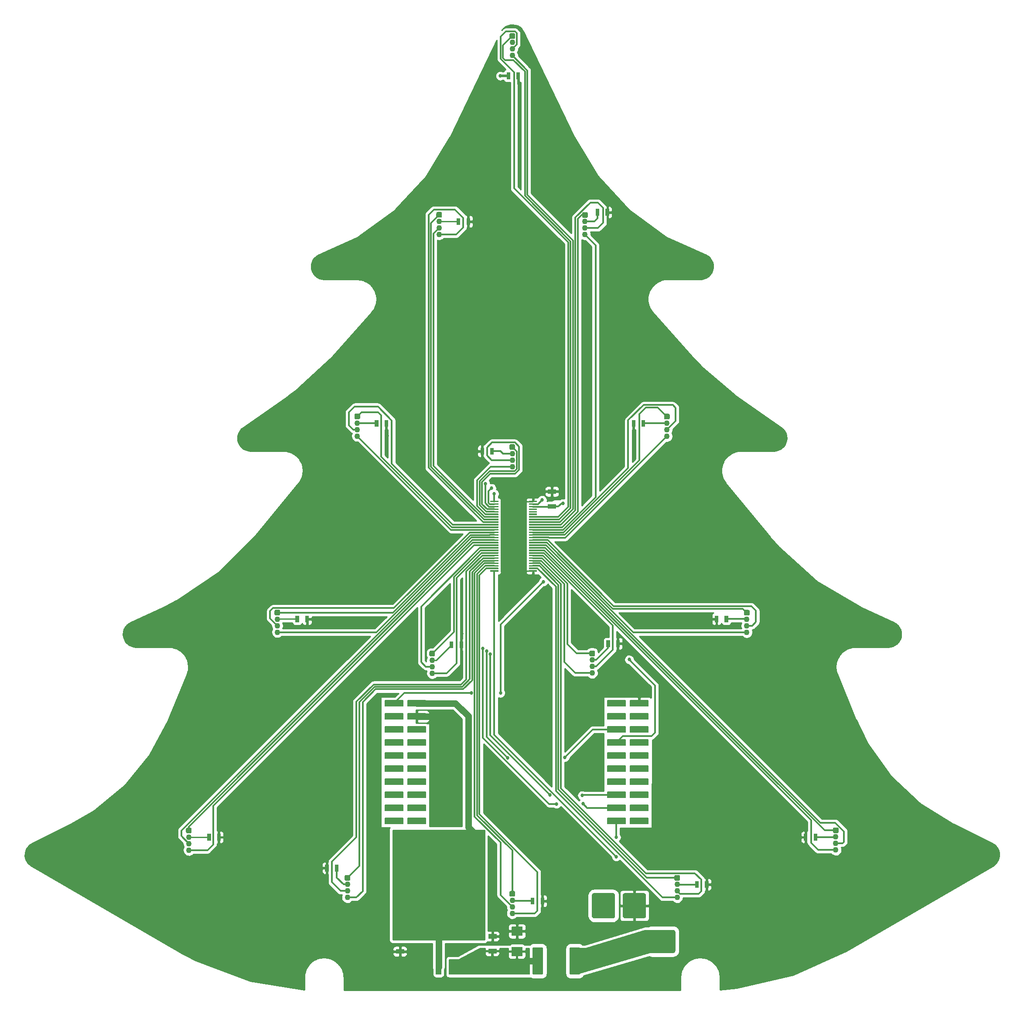
<source format=gbr>
%TF.GenerationSoftware,KiCad,Pcbnew,(2017-08-01 revision 9cbcb3224)-makepkg*%
%TF.CreationDate,2017-08-23T20:39:19-06:00*%
%TF.ProjectId,Christmas_Tree_Disco,4368726973746D61735F547265655F44,V1.0*%
%TF.SameCoordinates,Original*%
%TF.FileFunction,Copper,L1,Top,Signal*%
%TF.FilePolarity,Positive*%
%FSLAX46Y46*%
G04 Gerber Fmt 4.6, Leading zero omitted, Abs format (unit mm)*
G04 Created by KiCad (PCBNEW (2017-08-01 revision 9cbcb3224)-makepkg) date 08/23/17 20:39:19*
%MOMM*%
%LPD*%
G01*
G04 APERTURE LIST*
%TA.AperFunction,ViaPad*%
%ADD10C,0.686000*%
%TD*%
%TA.AperFunction,ComponentPad*%
%ADD11C,1.100000*%
%TD*%
%TA.AperFunction,Conductor*%
%ADD12C,0.100000*%
%TD*%
%TA.AperFunction,SMDPad,CuDef*%
%ADD13C,1.270000*%
%TD*%
%TA.AperFunction,SMDPad,CuDef*%
%ADD14C,0.700000*%
%TD*%
%TA.AperFunction,SMDPad,CuDef*%
%ADD15C,0.900000*%
%TD*%
%TA.AperFunction,SMDPad,CuDef*%
%ADD16C,0.300000*%
%TD*%
%TA.AperFunction,SMDPad,CuDef*%
%ADD17R,1.805000X2.350000*%
%TD*%
%TA.AperFunction,ViaPad*%
%ADD18C,0.400000*%
%TD*%
%TA.AperFunction,Conductor*%
%ADD19C,5.100000*%
%TD*%
%TA.AperFunction,SMDPad,CuDef*%
%ADD20R,10.922000X2.540000*%
%TD*%
%TA.AperFunction,SMDPad,CuDef*%
%ADD21R,8.331200X6.350000*%
%TD*%
%TA.AperFunction,SMDPad,CuDef*%
%ADD22C,1.066800*%
%TD*%
%TA.AperFunction,SMDPad,CuDef*%
%ADD23C,1.800000*%
%TD*%
%TA.AperFunction,SMDPad,CuDef*%
%ADD24C,2.000000*%
%TD*%
%TA.AperFunction,SMDPad,CuDef*%
%ADD25C,4.500000*%
%TD*%
%TA.AperFunction,Conductor*%
%ADD26C,0.300000*%
%TD*%
%TA.AperFunction,Conductor*%
%ADD27C,0.250000*%
%TD*%
%TA.AperFunction,Conductor*%
%ADD28C,0.500000*%
%TD*%
%TA.AperFunction,Conductor*%
%ADD29C,1.300000*%
%TD*%
%TA.AperFunction,Conductor*%
%ADD30C,1.100000*%
%TD*%
%TA.AperFunction,Conductor*%
%ADD31C,0.200000*%
%TD*%
G04 APERTURE END LIST*
D10*
%TO.N,/Top Sheet/Microcontroller/GND*%
%TO.C,STITCH*%
X121050000Y-173050000D03*
%TD*%
%TO.N,/Top Sheet/Microcontroller/GND*%
%TO.C,STITCH*%
X122700000Y-80100000D03*
%TD*%
%TO.N,/Top Sheet/Microcontroller/GND*%
%TO.C,STITCH*%
X93800000Y-143500000D03*
%TD*%
%TO.N,/Top Sheet/Microcontroller/GND*%
%TO.C,STITCH*%
X122400000Y-143600000D03*
%TD*%
%TO.N,/Top Sheet/Microcontroller/GND*%
%TO.C,STITCH*%
X122700000Y-115700000D03*
%TD*%
%TO.N,/Top Sheet/Microcontroller/GND*%
%TO.C,STITCH*%
X121920000Y-127000000D03*
%TD*%
%TO.N,/Top Sheet/Microcontroller/GND*%
%TO.C,STITCH*%
X91440000Y-127000000D03*
%TD*%
%TO.N,/Top Sheet/Microcontroller/GND*%
%TO.C,STITCH*%
X93980000Y-119380000D03*
%TD*%
%TO.N,/Top Sheet/Microcontroller/GND*%
%TO.C,STITCH*%
X111760000Y-114300000D03*
%TD*%
%TO.N,/Top Sheet/Microcontroller/GND*%
%TO.C,STITCH*%
X109220000Y-116840000D03*
%TD*%
%TO.N,/Top Sheet/Microcontroller/GND*%
%TO.C,STITCH*%
X109220000Y-137160000D03*
%TD*%
%TO.N,/Top Sheet/Microcontroller/GND*%
%TO.C,STITCH*%
X106680000Y-139700000D03*
%TD*%
%TO.N,/Top Sheet/Microcontroller/GND*%
%TO.C,STITCH*%
X112250000Y-141000000D03*
%TD*%
%TO.N,/Top Sheet/Microcontroller/GND*%
%TO.C,STITCH*%
X115700000Y-137250000D03*
%TD*%
%TO.N,/Top Sheet/Microcontroller/GND*%
%TO.C,STITCH*%
X132000000Y-109750000D03*
%TD*%
%TO.N,/Top Sheet/Microcontroller/GND*%
%TO.C,STITCH*%
X102500000Y-108500000D03*
%TD*%
%TO.N,/Top Sheet/Microcontroller/GND*%
%TO.C,STITCH*%
X84000000Y-107500000D03*
%TD*%
%TO.N,/Top Sheet/Microcontroller/GND*%
%TO.C,STITCH*%
X72500000Y-143000000D03*
%TD*%
%TO.N,/Top Sheet/Microcontroller/GND*%
%TO.C,STITCH*%
X98500000Y-146000000D03*
%TD*%
D11*
%TO.P,D3,4*%
%TO.N,/Top Sheet/RGB LED Array/RGB03_2*%
X76300000Y-197205000D03*
%TO.P,D3,3*%
%TO.N,/Top Sheet/RGB LED Array/RGB03_0*%
X76300000Y-195935000D03*
%TO.P,D3,2*%
%TO.N,/Top Sheet/Microcontroller/5V*%
X76300000Y-194665000D03*
D12*
%TD*%
%TO.N,/Top Sheet/RGB LED Array/RGB03_1*%
%TO.C,D3*%
G36*
X76601955Y-192846324D02*
X76628650Y-192850284D01*
X76654828Y-192856841D01*
X76680238Y-192865933D01*
X76704634Y-192877472D01*
X76727782Y-192891346D01*
X76749458Y-192907422D01*
X76769454Y-192925546D01*
X76787578Y-192945542D01*
X76803654Y-192967218D01*
X76817528Y-192990366D01*
X76829067Y-193014762D01*
X76838159Y-193040172D01*
X76844716Y-193066350D01*
X76848676Y-193093045D01*
X76850000Y-193120000D01*
X76850000Y-193670000D01*
X76848676Y-193696955D01*
X76844716Y-193723650D01*
X76838159Y-193749828D01*
X76829067Y-193775238D01*
X76817528Y-193799634D01*
X76803654Y-193822782D01*
X76787578Y-193844458D01*
X76769454Y-193864454D01*
X76749458Y-193882578D01*
X76727782Y-193898654D01*
X76704634Y-193912528D01*
X76680238Y-193924067D01*
X76654828Y-193933159D01*
X76628650Y-193939716D01*
X76601955Y-193943676D01*
X76575000Y-193945000D01*
X76025000Y-193945000D01*
X75998045Y-193943676D01*
X75971350Y-193939716D01*
X75945172Y-193933159D01*
X75919762Y-193924067D01*
X75895366Y-193912528D01*
X75872218Y-193898654D01*
X75850542Y-193882578D01*
X75830546Y-193864454D01*
X75812422Y-193844458D01*
X75796346Y-193822782D01*
X75782472Y-193799634D01*
X75770933Y-193775238D01*
X75761841Y-193749828D01*
X75755284Y-193723650D01*
X75751324Y-193696955D01*
X75750000Y-193670000D01*
X75750000Y-193120000D01*
X75751324Y-193093045D01*
X75755284Y-193066350D01*
X75761841Y-193040172D01*
X75770933Y-193014762D01*
X75782472Y-192990366D01*
X75796346Y-192967218D01*
X75812422Y-192945542D01*
X75830546Y-192925546D01*
X75850542Y-192907422D01*
X75872218Y-192891346D01*
X75895366Y-192877472D01*
X75919762Y-192865933D01*
X75945172Y-192856841D01*
X75971350Y-192850284D01*
X75998045Y-192846324D01*
X76025000Y-192845000D01*
X76575000Y-192845000D01*
X76601955Y-192846324D01*
X76601955Y-192846324D01*
G37*
D11*
%TO.P,D3,1*%
%TO.N,/Top Sheet/RGB LED Array/RGB03_1*%
X76300000Y-193395000D03*
%TD*%
D10*
%TO.N,/Top Sheet/Microcontroller/GND*%
%TO.C,STITCH*%
X71120000Y-207010000D03*
%TD*%
%TO.N,/Top Sheet/Microcontroller/GND*%
%TO.C,STITCH*%
X77470000Y-213360000D03*
%TD*%
%TO.N,/Top Sheet/Microcontroller/GND*%
%TO.C,STITCH*%
X88900000Y-213360000D03*
%TD*%
%TO.N,/Top Sheet/Microcontroller/GND*%
%TO.C,STITCH*%
X101600000Y-213360000D03*
%TD*%
%TO.N,/Top Sheet/Microcontroller/GND*%
%TO.C,STITCH*%
X114300000Y-213360000D03*
%TD*%
%TO.N,/Top Sheet/Microcontroller/GND*%
%TO.C,STITCH*%
X127000000Y-213360000D03*
%TD*%
%TO.N,/Top Sheet/Microcontroller/GND*%
%TO.C,STITCH*%
X138430000Y-213360000D03*
%TD*%
%TO.N,/Top Sheet/Microcontroller/GND*%
%TO.C,STITCH*%
X144780000Y-207010000D03*
%TD*%
%TO.N,/Top Sheet/Microcontroller/GND*%
%TO.C,STITCH*%
X152400000Y-213360000D03*
%TD*%
%TO.N,/Top Sheet/Microcontroller/GND*%
%TO.C,STITCH*%
X165100000Y-209550000D03*
%TD*%
%TO.N,/Top Sheet/Microcontroller/GND*%
%TO.C,STITCH*%
X177800000Y-203200000D03*
%TD*%
%TO.N,/Top Sheet/Microcontroller/GND*%
%TO.C,STITCH*%
X190500000Y-195580000D03*
%TD*%
%TO.N,/Top Sheet/Microcontroller/GND*%
%TO.C,STITCH*%
X200660000Y-189230000D03*
%TD*%
%TO.N,/Top Sheet/Microcontroller/GND*%
%TO.C,STITCH*%
X190500000Y-182880000D03*
%TD*%
%TO.N,/Top Sheet/Microcontroller/GND*%
%TO.C,STITCH*%
X177800000Y-171450000D03*
%TD*%
%TO.N,/Top Sheet/Microcontroller/GND*%
%TO.C,STITCH*%
X168910000Y-152400000D03*
%TD*%
%TO.N,/Top Sheet/Microcontroller/GND*%
%TO.C,STITCH*%
X181610000Y-146050000D03*
%TD*%
%TO.N,/Top Sheet/Microcontroller/GND*%
%TO.C,STITCH*%
X170180000Y-139700000D03*
%TD*%
%TO.N,/Top Sheet/Microcontroller/GND*%
%TO.C,STITCH*%
X156210000Y-128270000D03*
%TD*%
%TO.N,/Top Sheet/Microcontroller/GND*%
%TO.C,STITCH*%
X148590000Y-118110000D03*
%TD*%
%TO.N,/Top Sheet/Microcontroller/GND*%
%TO.C,STITCH*%
X160020000Y-107950000D03*
%TD*%
%TO.N,/Top Sheet/Microcontroller/GND*%
%TO.C,STITCH*%
X149860000Y-100330000D03*
%TD*%
%TO.N,/Top Sheet/Microcontroller/GND*%
%TO.C,STITCH*%
X138430000Y-90170000D03*
%TD*%
%TO.N,/Top Sheet/Microcontroller/GND*%
%TO.C,STITCH*%
X132080000Y-80010000D03*
%TD*%
%TO.N,/Top Sheet/Microcontroller/GND*%
%TO.C,STITCH*%
X144780000Y-74930000D03*
%TD*%
%TO.N,/Top Sheet/Microcontroller/GND*%
%TO.C,STITCH*%
X134620000Y-68580000D03*
%TD*%
%TO.N,/Top Sheet/Microcontroller/GND*%
%TO.C,STITCH*%
X119380000Y-52070000D03*
%TD*%
%TO.N,/Top Sheet/Microcontroller/GND*%
%TO.C,STITCH*%
X102870000Y-39370000D03*
%TD*%
%TO.N,/Top Sheet/Microcontroller/GND*%
%TO.C,STITCH*%
X96520000Y-52070000D03*
%TD*%
%TO.N,/Top Sheet/Microcontroller/GND*%
%TO.C,STITCH*%
X83820000Y-67310000D03*
%TD*%
%TO.N,/Top Sheet/Microcontroller/GND*%
%TO.C,STITCH*%
X71120000Y-74930000D03*
%TD*%
%TO.N,/Top Sheet/Microcontroller/GND*%
%TO.C,STITCH*%
X83820000Y-80010000D03*
%TD*%
%TO.N,/Top Sheet/Microcontroller/GND*%
%TO.C,STITCH*%
X77470000Y-90170000D03*
%TD*%
%TO.N,/Top Sheet/Microcontroller/GND*%
%TO.C,STITCH*%
X67310000Y-100330000D03*
%TD*%
%TO.N,/Top Sheet/Microcontroller/GND*%
%TO.C,STITCH*%
X57150000Y-107950000D03*
%TD*%
%TO.N,/Top Sheet/Microcontroller/GND*%
%TO.C,STITCH*%
X68580000Y-118110000D03*
%TD*%
%TO.N,/Top Sheet/Microcontroller/GND*%
%TO.C,STITCH*%
X59690000Y-128270000D03*
%TD*%
%TO.N,/Top Sheet/Microcontroller/GND*%
%TO.C,STITCH*%
X46990000Y-139700000D03*
%TD*%
%TO.N,/Top Sheet/Microcontroller/GND*%
%TO.C,STITCH*%
X34290000Y-146050000D03*
%TD*%
%TO.N,/Top Sheet/Microcontroller/GND*%
%TO.C,STITCH*%
X46990000Y-152400000D03*
%TD*%
%TO.N,/Top Sheet/Microcontroller/GND*%
%TO.C,STITCH*%
X38100000Y-171450000D03*
%TD*%
%TO.N,/Top Sheet/Microcontroller/GND*%
%TO.C,STITCH*%
X25400000Y-182880000D03*
%TD*%
%TO.N,/Top Sheet/Microcontroller/GND*%
%TO.C,STITCH*%
X15240000Y-189230000D03*
%TD*%
%TO.N,/Top Sheet/Microcontroller/GND*%
%TO.C,STITCH*%
X25400000Y-195580000D03*
%TD*%
%TO.N,/Top Sheet/Microcontroller/GND*%
%TO.C,STITCH*%
X38100000Y-203200000D03*
%TD*%
%TO.N,/Top Sheet/Microcontroller/GND*%
%TO.C,STITCH*%
X50800000Y-209550000D03*
%TD*%
%TO.N,/Top Sheet/Microcontroller/5V*%
%TO.C,STITCH*%
X101600000Y-195580000D03*
%TD*%
D12*
%TO.N,/Top Sheet/Microcontroller/GND*%
%TO.C,U1*%
G36*
X134665448Y-158865612D02*
X134677776Y-158867440D01*
X134689866Y-158870469D01*
X134701601Y-158874667D01*
X134712867Y-158879996D01*
X134723557Y-158886403D01*
X134733568Y-158893828D01*
X134742803Y-158902197D01*
X134751172Y-158911432D01*
X134758597Y-158921443D01*
X134765004Y-158932133D01*
X134770333Y-158943399D01*
X134774531Y-158955134D01*
X134777560Y-158967224D01*
X134779388Y-158979552D01*
X134780000Y-158992000D01*
X134780000Y-160008000D01*
X134779388Y-160020448D01*
X134777560Y-160032776D01*
X134774531Y-160044866D01*
X134770333Y-160056601D01*
X134765004Y-160067867D01*
X134758597Y-160078557D01*
X134751172Y-160088568D01*
X134742803Y-160097803D01*
X134733568Y-160106172D01*
X134723557Y-160113597D01*
X134712867Y-160120004D01*
X134701601Y-160125333D01*
X134689866Y-160129531D01*
X134677776Y-160132560D01*
X134665448Y-160134388D01*
X134653000Y-160135000D01*
X131227000Y-160135000D01*
X131214552Y-160134388D01*
X131202224Y-160132560D01*
X131190134Y-160129531D01*
X131178399Y-160125333D01*
X131167133Y-160120004D01*
X131156443Y-160113597D01*
X131146432Y-160106172D01*
X131137197Y-160097803D01*
X131128828Y-160088568D01*
X131121403Y-160078557D01*
X131114996Y-160067867D01*
X131109667Y-160056601D01*
X131105469Y-160044866D01*
X131102440Y-160032776D01*
X131100612Y-160020448D01*
X131100000Y-160008000D01*
X131100000Y-158992000D01*
X131100612Y-158979552D01*
X131102440Y-158967224D01*
X131105469Y-158955134D01*
X131109667Y-158943399D01*
X131114996Y-158932133D01*
X131121403Y-158921443D01*
X131128828Y-158911432D01*
X131137197Y-158902197D01*
X131146432Y-158893828D01*
X131156443Y-158886403D01*
X131167133Y-158879996D01*
X131178399Y-158874667D01*
X131190134Y-158870469D01*
X131202224Y-158867440D01*
X131214552Y-158865612D01*
X131227000Y-158865000D01*
X134653000Y-158865000D01*
X134665448Y-158865612D01*
X134665448Y-158865612D01*
G37*
D13*
%TD*%
%TO.P,U1,40*%
%TO.N,/Top Sheet/Microcontroller/GND*%
X132940000Y-159500000D03*
D12*
%TO.N,Net-(U1-Pad39)*%
%TO.C,U1*%
G36*
X134665448Y-161405612D02*
X134677776Y-161407440D01*
X134689866Y-161410469D01*
X134701601Y-161414667D01*
X134712867Y-161419996D01*
X134723557Y-161426403D01*
X134733568Y-161433828D01*
X134742803Y-161442197D01*
X134751172Y-161451432D01*
X134758597Y-161461443D01*
X134765004Y-161472133D01*
X134770333Y-161483399D01*
X134774531Y-161495134D01*
X134777560Y-161507224D01*
X134779388Y-161519552D01*
X134780000Y-161532000D01*
X134780000Y-162548000D01*
X134779388Y-162560448D01*
X134777560Y-162572776D01*
X134774531Y-162584866D01*
X134770333Y-162596601D01*
X134765004Y-162607867D01*
X134758597Y-162618557D01*
X134751172Y-162628568D01*
X134742803Y-162637803D01*
X134733568Y-162646172D01*
X134723557Y-162653597D01*
X134712867Y-162660004D01*
X134701601Y-162665333D01*
X134689866Y-162669531D01*
X134677776Y-162672560D01*
X134665448Y-162674388D01*
X134653000Y-162675000D01*
X131227000Y-162675000D01*
X131214552Y-162674388D01*
X131202224Y-162672560D01*
X131190134Y-162669531D01*
X131178399Y-162665333D01*
X131167133Y-162660004D01*
X131156443Y-162653597D01*
X131146432Y-162646172D01*
X131137197Y-162637803D01*
X131128828Y-162628568D01*
X131121403Y-162618557D01*
X131114996Y-162607867D01*
X131109667Y-162596601D01*
X131105469Y-162584866D01*
X131102440Y-162572776D01*
X131100612Y-162560448D01*
X131100000Y-162548000D01*
X131100000Y-161532000D01*
X131100612Y-161519552D01*
X131102440Y-161507224D01*
X131105469Y-161495134D01*
X131109667Y-161483399D01*
X131114996Y-161472133D01*
X131121403Y-161461443D01*
X131128828Y-161451432D01*
X131137197Y-161442197D01*
X131146432Y-161433828D01*
X131156443Y-161426403D01*
X131167133Y-161419996D01*
X131178399Y-161414667D01*
X131190134Y-161410469D01*
X131202224Y-161407440D01*
X131214552Y-161405612D01*
X131227000Y-161405000D01*
X134653000Y-161405000D01*
X134665448Y-161405612D01*
X134665448Y-161405612D01*
G37*
D13*
%TD*%
%TO.P,U1,39*%
%TO.N,Net-(U1-Pad39)*%
X132940000Y-162040000D03*
D12*
%TO.N,Net-(U1-Pad38)*%
%TO.C,U1*%
G36*
X134665448Y-163945612D02*
X134677776Y-163947440D01*
X134689866Y-163950469D01*
X134701601Y-163954667D01*
X134712867Y-163959996D01*
X134723557Y-163966403D01*
X134733568Y-163973828D01*
X134742803Y-163982197D01*
X134751172Y-163991432D01*
X134758597Y-164001443D01*
X134765004Y-164012133D01*
X134770333Y-164023399D01*
X134774531Y-164035134D01*
X134777560Y-164047224D01*
X134779388Y-164059552D01*
X134780000Y-164072000D01*
X134780000Y-165088000D01*
X134779388Y-165100448D01*
X134777560Y-165112776D01*
X134774531Y-165124866D01*
X134770333Y-165136601D01*
X134765004Y-165147867D01*
X134758597Y-165158557D01*
X134751172Y-165168568D01*
X134742803Y-165177803D01*
X134733568Y-165186172D01*
X134723557Y-165193597D01*
X134712867Y-165200004D01*
X134701601Y-165205333D01*
X134689866Y-165209531D01*
X134677776Y-165212560D01*
X134665448Y-165214388D01*
X134653000Y-165215000D01*
X131227000Y-165215000D01*
X131214552Y-165214388D01*
X131202224Y-165212560D01*
X131190134Y-165209531D01*
X131178399Y-165205333D01*
X131167133Y-165200004D01*
X131156443Y-165193597D01*
X131146432Y-165186172D01*
X131137197Y-165177803D01*
X131128828Y-165168568D01*
X131121403Y-165158557D01*
X131114996Y-165147867D01*
X131109667Y-165136601D01*
X131105469Y-165124866D01*
X131102440Y-165112776D01*
X131100612Y-165100448D01*
X131100000Y-165088000D01*
X131100000Y-164072000D01*
X131100612Y-164059552D01*
X131102440Y-164047224D01*
X131105469Y-164035134D01*
X131109667Y-164023399D01*
X131114996Y-164012133D01*
X131121403Y-164001443D01*
X131128828Y-163991432D01*
X131137197Y-163982197D01*
X131146432Y-163973828D01*
X131156443Y-163966403D01*
X131167133Y-163959996D01*
X131178399Y-163954667D01*
X131190134Y-163950469D01*
X131202224Y-163947440D01*
X131214552Y-163945612D01*
X131227000Y-163945000D01*
X134653000Y-163945000D01*
X134665448Y-163945612D01*
X134665448Y-163945612D01*
G37*
D13*
%TD*%
%TO.P,U1,38*%
%TO.N,Net-(U1-Pad38)*%
X132940000Y-164580000D03*
D12*
%TO.N,Net-(U1-Pad37)*%
%TO.C,U1*%
G36*
X134665448Y-166485612D02*
X134677776Y-166487440D01*
X134689866Y-166490469D01*
X134701601Y-166494667D01*
X134712867Y-166499996D01*
X134723557Y-166506403D01*
X134733568Y-166513828D01*
X134742803Y-166522197D01*
X134751172Y-166531432D01*
X134758597Y-166541443D01*
X134765004Y-166552133D01*
X134770333Y-166563399D01*
X134774531Y-166575134D01*
X134777560Y-166587224D01*
X134779388Y-166599552D01*
X134780000Y-166612000D01*
X134780000Y-167628000D01*
X134779388Y-167640448D01*
X134777560Y-167652776D01*
X134774531Y-167664866D01*
X134770333Y-167676601D01*
X134765004Y-167687867D01*
X134758597Y-167698557D01*
X134751172Y-167708568D01*
X134742803Y-167717803D01*
X134733568Y-167726172D01*
X134723557Y-167733597D01*
X134712867Y-167740004D01*
X134701601Y-167745333D01*
X134689866Y-167749531D01*
X134677776Y-167752560D01*
X134665448Y-167754388D01*
X134653000Y-167755000D01*
X131227000Y-167755000D01*
X131214552Y-167754388D01*
X131202224Y-167752560D01*
X131190134Y-167749531D01*
X131178399Y-167745333D01*
X131167133Y-167740004D01*
X131156443Y-167733597D01*
X131146432Y-167726172D01*
X131137197Y-167717803D01*
X131128828Y-167708568D01*
X131121403Y-167698557D01*
X131114996Y-167687867D01*
X131109667Y-167676601D01*
X131105469Y-167664866D01*
X131102440Y-167652776D01*
X131100612Y-167640448D01*
X131100000Y-167628000D01*
X131100000Y-166612000D01*
X131100612Y-166599552D01*
X131102440Y-166587224D01*
X131105469Y-166575134D01*
X131109667Y-166563399D01*
X131114996Y-166552133D01*
X131121403Y-166541443D01*
X131128828Y-166531432D01*
X131137197Y-166522197D01*
X131146432Y-166513828D01*
X131156443Y-166506403D01*
X131167133Y-166499996D01*
X131178399Y-166494667D01*
X131190134Y-166490469D01*
X131202224Y-166487440D01*
X131214552Y-166485612D01*
X131227000Y-166485000D01*
X134653000Y-166485000D01*
X134665448Y-166485612D01*
X134665448Y-166485612D01*
G37*
D13*
%TD*%
%TO.P,U1,37*%
%TO.N,Net-(U1-Pad37)*%
X132940000Y-167120000D03*
D12*
%TO.N,Net-(U1-Pad36)*%
%TO.C,U1*%
G36*
X134665448Y-169025612D02*
X134677776Y-169027440D01*
X134689866Y-169030469D01*
X134701601Y-169034667D01*
X134712867Y-169039996D01*
X134723557Y-169046403D01*
X134733568Y-169053828D01*
X134742803Y-169062197D01*
X134751172Y-169071432D01*
X134758597Y-169081443D01*
X134765004Y-169092133D01*
X134770333Y-169103399D01*
X134774531Y-169115134D01*
X134777560Y-169127224D01*
X134779388Y-169139552D01*
X134780000Y-169152000D01*
X134780000Y-170168000D01*
X134779388Y-170180448D01*
X134777560Y-170192776D01*
X134774531Y-170204866D01*
X134770333Y-170216601D01*
X134765004Y-170227867D01*
X134758597Y-170238557D01*
X134751172Y-170248568D01*
X134742803Y-170257803D01*
X134733568Y-170266172D01*
X134723557Y-170273597D01*
X134712867Y-170280004D01*
X134701601Y-170285333D01*
X134689866Y-170289531D01*
X134677776Y-170292560D01*
X134665448Y-170294388D01*
X134653000Y-170295000D01*
X131227000Y-170295000D01*
X131214552Y-170294388D01*
X131202224Y-170292560D01*
X131190134Y-170289531D01*
X131178399Y-170285333D01*
X131167133Y-170280004D01*
X131156443Y-170273597D01*
X131146432Y-170266172D01*
X131137197Y-170257803D01*
X131128828Y-170248568D01*
X131121403Y-170238557D01*
X131114996Y-170227867D01*
X131109667Y-170216601D01*
X131105469Y-170204866D01*
X131102440Y-170192776D01*
X131100612Y-170180448D01*
X131100000Y-170168000D01*
X131100000Y-169152000D01*
X131100612Y-169139552D01*
X131102440Y-169127224D01*
X131105469Y-169115134D01*
X131109667Y-169103399D01*
X131114996Y-169092133D01*
X131121403Y-169081443D01*
X131128828Y-169071432D01*
X131137197Y-169062197D01*
X131146432Y-169053828D01*
X131156443Y-169046403D01*
X131167133Y-169039996D01*
X131178399Y-169034667D01*
X131190134Y-169030469D01*
X131202224Y-169027440D01*
X131214552Y-169025612D01*
X131227000Y-169025000D01*
X134653000Y-169025000D01*
X134665448Y-169025612D01*
X134665448Y-169025612D01*
G37*
D13*
%TD*%
%TO.P,U1,36*%
%TO.N,Net-(U1-Pad36)*%
X132940000Y-169660000D03*
D12*
%TO.N,Net-(U1-Pad35)*%
%TO.C,U1*%
G36*
X134665448Y-171565612D02*
X134677776Y-171567440D01*
X134689866Y-171570469D01*
X134701601Y-171574667D01*
X134712867Y-171579996D01*
X134723557Y-171586403D01*
X134733568Y-171593828D01*
X134742803Y-171602197D01*
X134751172Y-171611432D01*
X134758597Y-171621443D01*
X134765004Y-171632133D01*
X134770333Y-171643399D01*
X134774531Y-171655134D01*
X134777560Y-171667224D01*
X134779388Y-171679552D01*
X134780000Y-171692000D01*
X134780000Y-172708000D01*
X134779388Y-172720448D01*
X134777560Y-172732776D01*
X134774531Y-172744866D01*
X134770333Y-172756601D01*
X134765004Y-172767867D01*
X134758597Y-172778557D01*
X134751172Y-172788568D01*
X134742803Y-172797803D01*
X134733568Y-172806172D01*
X134723557Y-172813597D01*
X134712867Y-172820004D01*
X134701601Y-172825333D01*
X134689866Y-172829531D01*
X134677776Y-172832560D01*
X134665448Y-172834388D01*
X134653000Y-172835000D01*
X131227000Y-172835000D01*
X131214552Y-172834388D01*
X131202224Y-172832560D01*
X131190134Y-172829531D01*
X131178399Y-172825333D01*
X131167133Y-172820004D01*
X131156443Y-172813597D01*
X131146432Y-172806172D01*
X131137197Y-172797803D01*
X131128828Y-172788568D01*
X131121403Y-172778557D01*
X131114996Y-172767867D01*
X131109667Y-172756601D01*
X131105469Y-172744866D01*
X131102440Y-172732776D01*
X131100612Y-172720448D01*
X131100000Y-172708000D01*
X131100000Y-171692000D01*
X131100612Y-171679552D01*
X131102440Y-171667224D01*
X131105469Y-171655134D01*
X131109667Y-171643399D01*
X131114996Y-171632133D01*
X131121403Y-171621443D01*
X131128828Y-171611432D01*
X131137197Y-171602197D01*
X131146432Y-171593828D01*
X131156443Y-171586403D01*
X131167133Y-171579996D01*
X131178399Y-171574667D01*
X131190134Y-171570469D01*
X131202224Y-171567440D01*
X131214552Y-171565612D01*
X131227000Y-171565000D01*
X134653000Y-171565000D01*
X134665448Y-171565612D01*
X134665448Y-171565612D01*
G37*
D13*
%TD*%
%TO.P,U1,35*%
%TO.N,Net-(U1-Pad35)*%
X132940000Y-172200000D03*
D12*
%TO.N,Net-(U1-Pad34)*%
%TO.C,U1*%
G36*
X134665448Y-174105612D02*
X134677776Y-174107440D01*
X134689866Y-174110469D01*
X134701601Y-174114667D01*
X134712867Y-174119996D01*
X134723557Y-174126403D01*
X134733568Y-174133828D01*
X134742803Y-174142197D01*
X134751172Y-174151432D01*
X134758597Y-174161443D01*
X134765004Y-174172133D01*
X134770333Y-174183399D01*
X134774531Y-174195134D01*
X134777560Y-174207224D01*
X134779388Y-174219552D01*
X134780000Y-174232000D01*
X134780000Y-175248000D01*
X134779388Y-175260448D01*
X134777560Y-175272776D01*
X134774531Y-175284866D01*
X134770333Y-175296601D01*
X134765004Y-175307867D01*
X134758597Y-175318557D01*
X134751172Y-175328568D01*
X134742803Y-175337803D01*
X134733568Y-175346172D01*
X134723557Y-175353597D01*
X134712867Y-175360004D01*
X134701601Y-175365333D01*
X134689866Y-175369531D01*
X134677776Y-175372560D01*
X134665448Y-175374388D01*
X134653000Y-175375000D01*
X131227000Y-175375000D01*
X131214552Y-175374388D01*
X131202224Y-175372560D01*
X131190134Y-175369531D01*
X131178399Y-175365333D01*
X131167133Y-175360004D01*
X131156443Y-175353597D01*
X131146432Y-175346172D01*
X131137197Y-175337803D01*
X131128828Y-175328568D01*
X131121403Y-175318557D01*
X131114996Y-175307867D01*
X131109667Y-175296601D01*
X131105469Y-175284866D01*
X131102440Y-175272776D01*
X131100612Y-175260448D01*
X131100000Y-175248000D01*
X131100000Y-174232000D01*
X131100612Y-174219552D01*
X131102440Y-174207224D01*
X131105469Y-174195134D01*
X131109667Y-174183399D01*
X131114996Y-174172133D01*
X131121403Y-174161443D01*
X131128828Y-174151432D01*
X131137197Y-174142197D01*
X131146432Y-174133828D01*
X131156443Y-174126403D01*
X131167133Y-174119996D01*
X131178399Y-174114667D01*
X131190134Y-174110469D01*
X131202224Y-174107440D01*
X131214552Y-174105612D01*
X131227000Y-174105000D01*
X134653000Y-174105000D01*
X134665448Y-174105612D01*
X134665448Y-174105612D01*
G37*
D13*
%TD*%
%TO.P,U1,34*%
%TO.N,Net-(U1-Pad34)*%
X132940000Y-174740000D03*
D12*
%TO.N,Net-(U1-Pad33)*%
%TO.C,U1*%
G36*
X134665448Y-176645612D02*
X134677776Y-176647440D01*
X134689866Y-176650469D01*
X134701601Y-176654667D01*
X134712867Y-176659996D01*
X134723557Y-176666403D01*
X134733568Y-176673828D01*
X134742803Y-176682197D01*
X134751172Y-176691432D01*
X134758597Y-176701443D01*
X134765004Y-176712133D01*
X134770333Y-176723399D01*
X134774531Y-176735134D01*
X134777560Y-176747224D01*
X134779388Y-176759552D01*
X134780000Y-176772000D01*
X134780000Y-177788000D01*
X134779388Y-177800448D01*
X134777560Y-177812776D01*
X134774531Y-177824866D01*
X134770333Y-177836601D01*
X134765004Y-177847867D01*
X134758597Y-177858557D01*
X134751172Y-177868568D01*
X134742803Y-177877803D01*
X134733568Y-177886172D01*
X134723557Y-177893597D01*
X134712867Y-177900004D01*
X134701601Y-177905333D01*
X134689866Y-177909531D01*
X134677776Y-177912560D01*
X134665448Y-177914388D01*
X134653000Y-177915000D01*
X131227000Y-177915000D01*
X131214552Y-177914388D01*
X131202224Y-177912560D01*
X131190134Y-177909531D01*
X131178399Y-177905333D01*
X131167133Y-177900004D01*
X131156443Y-177893597D01*
X131146432Y-177886172D01*
X131137197Y-177877803D01*
X131128828Y-177868568D01*
X131121403Y-177858557D01*
X131114996Y-177847867D01*
X131109667Y-177836601D01*
X131105469Y-177824866D01*
X131102440Y-177812776D01*
X131100612Y-177800448D01*
X131100000Y-177788000D01*
X131100000Y-176772000D01*
X131100612Y-176759552D01*
X131102440Y-176747224D01*
X131105469Y-176735134D01*
X131109667Y-176723399D01*
X131114996Y-176712133D01*
X131121403Y-176701443D01*
X131128828Y-176691432D01*
X131137197Y-176682197D01*
X131146432Y-176673828D01*
X131156443Y-176666403D01*
X131167133Y-176659996D01*
X131178399Y-176654667D01*
X131190134Y-176650469D01*
X131202224Y-176647440D01*
X131214552Y-176645612D01*
X131227000Y-176645000D01*
X134653000Y-176645000D01*
X134665448Y-176645612D01*
X134665448Y-176645612D01*
G37*
D13*
%TD*%
%TO.P,U1,33*%
%TO.N,Net-(U1-Pad33)*%
X132940000Y-177280000D03*
D12*
%TO.N,Net-(U1-Pad32)*%
%TO.C,U1*%
G36*
X134665448Y-179185612D02*
X134677776Y-179187440D01*
X134689866Y-179190469D01*
X134701601Y-179194667D01*
X134712867Y-179199996D01*
X134723557Y-179206403D01*
X134733568Y-179213828D01*
X134742803Y-179222197D01*
X134751172Y-179231432D01*
X134758597Y-179241443D01*
X134765004Y-179252133D01*
X134770333Y-179263399D01*
X134774531Y-179275134D01*
X134777560Y-179287224D01*
X134779388Y-179299552D01*
X134780000Y-179312000D01*
X134780000Y-180328000D01*
X134779388Y-180340448D01*
X134777560Y-180352776D01*
X134774531Y-180364866D01*
X134770333Y-180376601D01*
X134765004Y-180387867D01*
X134758597Y-180398557D01*
X134751172Y-180408568D01*
X134742803Y-180417803D01*
X134733568Y-180426172D01*
X134723557Y-180433597D01*
X134712867Y-180440004D01*
X134701601Y-180445333D01*
X134689866Y-180449531D01*
X134677776Y-180452560D01*
X134665448Y-180454388D01*
X134653000Y-180455000D01*
X131227000Y-180455000D01*
X131214552Y-180454388D01*
X131202224Y-180452560D01*
X131190134Y-180449531D01*
X131178399Y-180445333D01*
X131167133Y-180440004D01*
X131156443Y-180433597D01*
X131146432Y-180426172D01*
X131137197Y-180417803D01*
X131128828Y-180408568D01*
X131121403Y-180398557D01*
X131114996Y-180387867D01*
X131109667Y-180376601D01*
X131105469Y-180364866D01*
X131102440Y-180352776D01*
X131100612Y-180340448D01*
X131100000Y-180328000D01*
X131100000Y-179312000D01*
X131100612Y-179299552D01*
X131102440Y-179287224D01*
X131105469Y-179275134D01*
X131109667Y-179263399D01*
X131114996Y-179252133D01*
X131121403Y-179241443D01*
X131128828Y-179231432D01*
X131137197Y-179222197D01*
X131146432Y-179213828D01*
X131156443Y-179206403D01*
X131167133Y-179199996D01*
X131178399Y-179194667D01*
X131190134Y-179190469D01*
X131202224Y-179187440D01*
X131214552Y-179185612D01*
X131227000Y-179185000D01*
X134653000Y-179185000D01*
X134665448Y-179185612D01*
X134665448Y-179185612D01*
G37*
D13*
%TD*%
%TO.P,U1,32*%
%TO.N,Net-(U1-Pad32)*%
X132940000Y-179820000D03*
D12*
%TO.N,Net-(U1-Pad31)*%
%TO.C,U1*%
G36*
X134665448Y-181725612D02*
X134677776Y-181727440D01*
X134689866Y-181730469D01*
X134701601Y-181734667D01*
X134712867Y-181739996D01*
X134723557Y-181746403D01*
X134733568Y-181753828D01*
X134742803Y-181762197D01*
X134751172Y-181771432D01*
X134758597Y-181781443D01*
X134765004Y-181792133D01*
X134770333Y-181803399D01*
X134774531Y-181815134D01*
X134777560Y-181827224D01*
X134779388Y-181839552D01*
X134780000Y-181852000D01*
X134780000Y-182868000D01*
X134779388Y-182880448D01*
X134777560Y-182892776D01*
X134774531Y-182904866D01*
X134770333Y-182916601D01*
X134765004Y-182927867D01*
X134758597Y-182938557D01*
X134751172Y-182948568D01*
X134742803Y-182957803D01*
X134733568Y-182966172D01*
X134723557Y-182973597D01*
X134712867Y-182980004D01*
X134701601Y-182985333D01*
X134689866Y-182989531D01*
X134677776Y-182992560D01*
X134665448Y-182994388D01*
X134653000Y-182995000D01*
X131227000Y-182995000D01*
X131214552Y-182994388D01*
X131202224Y-182992560D01*
X131190134Y-182989531D01*
X131178399Y-182985333D01*
X131167133Y-182980004D01*
X131156443Y-182973597D01*
X131146432Y-182966172D01*
X131137197Y-182957803D01*
X131128828Y-182948568D01*
X131121403Y-182938557D01*
X131114996Y-182927867D01*
X131109667Y-182916601D01*
X131105469Y-182904866D01*
X131102440Y-182892776D01*
X131100612Y-182880448D01*
X131100000Y-182868000D01*
X131100000Y-181852000D01*
X131100612Y-181839552D01*
X131102440Y-181827224D01*
X131105469Y-181815134D01*
X131109667Y-181803399D01*
X131114996Y-181792133D01*
X131121403Y-181781443D01*
X131128828Y-181771432D01*
X131137197Y-181762197D01*
X131146432Y-181753828D01*
X131156443Y-181746403D01*
X131167133Y-181739996D01*
X131178399Y-181734667D01*
X131190134Y-181730469D01*
X131202224Y-181727440D01*
X131214552Y-181725612D01*
X131227000Y-181725000D01*
X134653000Y-181725000D01*
X134665448Y-181725612D01*
X134665448Y-181725612D01*
G37*
D13*
%TD*%
%TO.P,U1,31*%
%TO.N,Net-(U1-Pad31)*%
X132940000Y-182360000D03*
D12*
%TO.N,/Top Sheet/Microcontroller/ERROR_RD*%
%TO.C,U1*%
G36*
X130225448Y-181725612D02*
X130237776Y-181727440D01*
X130249866Y-181730469D01*
X130261601Y-181734667D01*
X130272867Y-181739996D01*
X130283557Y-181746403D01*
X130293568Y-181753828D01*
X130302803Y-181762197D01*
X130311172Y-181771432D01*
X130318597Y-181781443D01*
X130325004Y-181792133D01*
X130330333Y-181803399D01*
X130334531Y-181815134D01*
X130337560Y-181827224D01*
X130339388Y-181839552D01*
X130340000Y-181852000D01*
X130340000Y-182868000D01*
X130339388Y-182880448D01*
X130337560Y-182892776D01*
X130334531Y-182904866D01*
X130330333Y-182916601D01*
X130325004Y-182927867D01*
X130318597Y-182938557D01*
X130311172Y-182948568D01*
X130302803Y-182957803D01*
X130293568Y-182966172D01*
X130283557Y-182973597D01*
X130272867Y-182980004D01*
X130261601Y-182985333D01*
X130249866Y-182989531D01*
X130237776Y-182992560D01*
X130225448Y-182994388D01*
X130213000Y-182995000D01*
X126787000Y-182995000D01*
X126774552Y-182994388D01*
X126762224Y-182992560D01*
X126750134Y-182989531D01*
X126738399Y-182985333D01*
X126727133Y-182980004D01*
X126716443Y-182973597D01*
X126706432Y-182966172D01*
X126697197Y-182957803D01*
X126688828Y-182948568D01*
X126681403Y-182938557D01*
X126674996Y-182927867D01*
X126669667Y-182916601D01*
X126665469Y-182904866D01*
X126662440Y-182892776D01*
X126660612Y-182880448D01*
X126660000Y-182868000D01*
X126660000Y-181852000D01*
X126660612Y-181839552D01*
X126662440Y-181827224D01*
X126665469Y-181815134D01*
X126669667Y-181803399D01*
X126674996Y-181792133D01*
X126681403Y-181781443D01*
X126688828Y-181771432D01*
X126697197Y-181762197D01*
X126706432Y-181753828D01*
X126716443Y-181746403D01*
X126727133Y-181739996D01*
X126738399Y-181734667D01*
X126750134Y-181730469D01*
X126762224Y-181727440D01*
X126774552Y-181725612D01*
X126787000Y-181725000D01*
X130213000Y-181725000D01*
X130225448Y-181725612D01*
X130225448Y-181725612D01*
G37*
D13*
%TD*%
%TO.P,U1,30*%
%TO.N,/Top Sheet/Microcontroller/ERROR_RD*%
X128500000Y-182360000D03*
D12*
%TO.N,/Top Sheet/Microcontroller/LAT*%
%TO.C,U1*%
G36*
X130225448Y-179185612D02*
X130237776Y-179187440D01*
X130249866Y-179190469D01*
X130261601Y-179194667D01*
X130272867Y-179199996D01*
X130283557Y-179206403D01*
X130293568Y-179213828D01*
X130302803Y-179222197D01*
X130311172Y-179231432D01*
X130318597Y-179241443D01*
X130325004Y-179252133D01*
X130330333Y-179263399D01*
X130334531Y-179275134D01*
X130337560Y-179287224D01*
X130339388Y-179299552D01*
X130340000Y-179312000D01*
X130340000Y-180328000D01*
X130339388Y-180340448D01*
X130337560Y-180352776D01*
X130334531Y-180364866D01*
X130330333Y-180376601D01*
X130325004Y-180387867D01*
X130318597Y-180398557D01*
X130311172Y-180408568D01*
X130302803Y-180417803D01*
X130293568Y-180426172D01*
X130283557Y-180433597D01*
X130272867Y-180440004D01*
X130261601Y-180445333D01*
X130249866Y-180449531D01*
X130237776Y-180452560D01*
X130225448Y-180454388D01*
X130213000Y-180455000D01*
X126787000Y-180455000D01*
X126774552Y-180454388D01*
X126762224Y-180452560D01*
X126750134Y-180449531D01*
X126738399Y-180445333D01*
X126727133Y-180440004D01*
X126716443Y-180433597D01*
X126706432Y-180426172D01*
X126697197Y-180417803D01*
X126688828Y-180408568D01*
X126681403Y-180398557D01*
X126674996Y-180387867D01*
X126669667Y-180376601D01*
X126665469Y-180364866D01*
X126662440Y-180352776D01*
X126660612Y-180340448D01*
X126660000Y-180328000D01*
X126660000Y-179312000D01*
X126660612Y-179299552D01*
X126662440Y-179287224D01*
X126665469Y-179275134D01*
X126669667Y-179263399D01*
X126674996Y-179252133D01*
X126681403Y-179241443D01*
X126688828Y-179231432D01*
X126697197Y-179222197D01*
X126706432Y-179213828D01*
X126716443Y-179206403D01*
X126727133Y-179199996D01*
X126738399Y-179194667D01*
X126750134Y-179190469D01*
X126762224Y-179187440D01*
X126774552Y-179185612D01*
X126787000Y-179185000D01*
X130213000Y-179185000D01*
X130225448Y-179185612D01*
X130225448Y-179185612D01*
G37*
D13*
%TD*%
%TO.P,U1,29*%
%TO.N,/Top Sheet/Microcontroller/LAT*%
X128500000Y-179820000D03*
D12*
%TO.N,/Top Sheet/Microcontroller/DATA*%
%TO.C,U1*%
G36*
X130225448Y-176645612D02*
X130237776Y-176647440D01*
X130249866Y-176650469D01*
X130261601Y-176654667D01*
X130272867Y-176659996D01*
X130283557Y-176666403D01*
X130293568Y-176673828D01*
X130302803Y-176682197D01*
X130311172Y-176691432D01*
X130318597Y-176701443D01*
X130325004Y-176712133D01*
X130330333Y-176723399D01*
X130334531Y-176735134D01*
X130337560Y-176747224D01*
X130339388Y-176759552D01*
X130340000Y-176772000D01*
X130340000Y-177788000D01*
X130339388Y-177800448D01*
X130337560Y-177812776D01*
X130334531Y-177824866D01*
X130330333Y-177836601D01*
X130325004Y-177847867D01*
X130318597Y-177858557D01*
X130311172Y-177868568D01*
X130302803Y-177877803D01*
X130293568Y-177886172D01*
X130283557Y-177893597D01*
X130272867Y-177900004D01*
X130261601Y-177905333D01*
X130249866Y-177909531D01*
X130237776Y-177912560D01*
X130225448Y-177914388D01*
X130213000Y-177915000D01*
X126787000Y-177915000D01*
X126774552Y-177914388D01*
X126762224Y-177912560D01*
X126750134Y-177909531D01*
X126738399Y-177905333D01*
X126727133Y-177900004D01*
X126716443Y-177893597D01*
X126706432Y-177886172D01*
X126697197Y-177877803D01*
X126688828Y-177868568D01*
X126681403Y-177858557D01*
X126674996Y-177847867D01*
X126669667Y-177836601D01*
X126665469Y-177824866D01*
X126662440Y-177812776D01*
X126660612Y-177800448D01*
X126660000Y-177788000D01*
X126660000Y-176772000D01*
X126660612Y-176759552D01*
X126662440Y-176747224D01*
X126665469Y-176735134D01*
X126669667Y-176723399D01*
X126674996Y-176712133D01*
X126681403Y-176701443D01*
X126688828Y-176691432D01*
X126697197Y-176682197D01*
X126706432Y-176673828D01*
X126716443Y-176666403D01*
X126727133Y-176659996D01*
X126738399Y-176654667D01*
X126750134Y-176650469D01*
X126762224Y-176647440D01*
X126774552Y-176645612D01*
X126787000Y-176645000D01*
X130213000Y-176645000D01*
X130225448Y-176645612D01*
X130225448Y-176645612D01*
G37*
D13*
%TD*%
%TO.P,U1,28*%
%TO.N,/Top Sheet/Microcontroller/DATA*%
X128500000Y-177280000D03*
D12*
%TO.N,N/C*%
%TO.C,U1*%
G36*
X130225448Y-174105612D02*
X130237776Y-174107440D01*
X130249866Y-174110469D01*
X130261601Y-174114667D01*
X130272867Y-174119996D01*
X130283557Y-174126403D01*
X130293568Y-174133828D01*
X130302803Y-174142197D01*
X130311172Y-174151432D01*
X130318597Y-174161443D01*
X130325004Y-174172133D01*
X130330333Y-174183399D01*
X130334531Y-174195134D01*
X130337560Y-174207224D01*
X130339388Y-174219552D01*
X130340000Y-174232000D01*
X130340000Y-175248000D01*
X130339388Y-175260448D01*
X130337560Y-175272776D01*
X130334531Y-175284866D01*
X130330333Y-175296601D01*
X130325004Y-175307867D01*
X130318597Y-175318557D01*
X130311172Y-175328568D01*
X130302803Y-175337803D01*
X130293568Y-175346172D01*
X130283557Y-175353597D01*
X130272867Y-175360004D01*
X130261601Y-175365333D01*
X130249866Y-175369531D01*
X130237776Y-175372560D01*
X130225448Y-175374388D01*
X130213000Y-175375000D01*
X126787000Y-175375000D01*
X126774552Y-175374388D01*
X126762224Y-175372560D01*
X126750134Y-175369531D01*
X126738399Y-175365333D01*
X126727133Y-175360004D01*
X126716443Y-175353597D01*
X126706432Y-175346172D01*
X126697197Y-175337803D01*
X126688828Y-175328568D01*
X126681403Y-175318557D01*
X126674996Y-175307867D01*
X126669667Y-175296601D01*
X126665469Y-175284866D01*
X126662440Y-175272776D01*
X126660612Y-175260448D01*
X126660000Y-175248000D01*
X126660000Y-174232000D01*
X126660612Y-174219552D01*
X126662440Y-174207224D01*
X126665469Y-174195134D01*
X126669667Y-174183399D01*
X126674996Y-174172133D01*
X126681403Y-174161443D01*
X126688828Y-174151432D01*
X126697197Y-174142197D01*
X126706432Y-174133828D01*
X126716443Y-174126403D01*
X126727133Y-174119996D01*
X126738399Y-174114667D01*
X126750134Y-174110469D01*
X126762224Y-174107440D01*
X126774552Y-174105612D01*
X126787000Y-174105000D01*
X130213000Y-174105000D01*
X130225448Y-174105612D01*
X130225448Y-174105612D01*
G37*
D13*
%TD*%
%TO.P,U1,27*%
%TO.N,N/C*%
X128500000Y-174740000D03*
D12*
%TO.N,Net-(U1-Pad26)*%
%TO.C,U1*%
G36*
X130225448Y-171565612D02*
X130237776Y-171567440D01*
X130249866Y-171570469D01*
X130261601Y-171574667D01*
X130272867Y-171579996D01*
X130283557Y-171586403D01*
X130293568Y-171593828D01*
X130302803Y-171602197D01*
X130311172Y-171611432D01*
X130318597Y-171621443D01*
X130325004Y-171632133D01*
X130330333Y-171643399D01*
X130334531Y-171655134D01*
X130337560Y-171667224D01*
X130339388Y-171679552D01*
X130340000Y-171692000D01*
X130340000Y-172708000D01*
X130339388Y-172720448D01*
X130337560Y-172732776D01*
X130334531Y-172744866D01*
X130330333Y-172756601D01*
X130325004Y-172767867D01*
X130318597Y-172778557D01*
X130311172Y-172788568D01*
X130302803Y-172797803D01*
X130293568Y-172806172D01*
X130283557Y-172813597D01*
X130272867Y-172820004D01*
X130261601Y-172825333D01*
X130249866Y-172829531D01*
X130237776Y-172832560D01*
X130225448Y-172834388D01*
X130213000Y-172835000D01*
X126787000Y-172835000D01*
X126774552Y-172834388D01*
X126762224Y-172832560D01*
X126750134Y-172829531D01*
X126738399Y-172825333D01*
X126727133Y-172820004D01*
X126716443Y-172813597D01*
X126706432Y-172806172D01*
X126697197Y-172797803D01*
X126688828Y-172788568D01*
X126681403Y-172778557D01*
X126674996Y-172767867D01*
X126669667Y-172756601D01*
X126665469Y-172744866D01*
X126662440Y-172732776D01*
X126660612Y-172720448D01*
X126660000Y-172708000D01*
X126660000Y-171692000D01*
X126660612Y-171679552D01*
X126662440Y-171667224D01*
X126665469Y-171655134D01*
X126669667Y-171643399D01*
X126674996Y-171632133D01*
X126681403Y-171621443D01*
X126688828Y-171611432D01*
X126697197Y-171602197D01*
X126706432Y-171593828D01*
X126716443Y-171586403D01*
X126727133Y-171579996D01*
X126738399Y-171574667D01*
X126750134Y-171570469D01*
X126762224Y-171567440D01*
X126774552Y-171565612D01*
X126787000Y-171565000D01*
X130213000Y-171565000D01*
X130225448Y-171565612D01*
X130225448Y-171565612D01*
G37*
D13*
%TD*%
%TO.P,U1,26*%
%TO.N,Net-(U1-Pad26)*%
X128500000Y-172200000D03*
D12*
%TO.N,N/C*%
%TO.C,U1*%
G36*
X130225448Y-169025612D02*
X130237776Y-169027440D01*
X130249866Y-169030469D01*
X130261601Y-169034667D01*
X130272867Y-169039996D01*
X130283557Y-169046403D01*
X130293568Y-169053828D01*
X130302803Y-169062197D01*
X130311172Y-169071432D01*
X130318597Y-169081443D01*
X130325004Y-169092133D01*
X130330333Y-169103399D01*
X130334531Y-169115134D01*
X130337560Y-169127224D01*
X130339388Y-169139552D01*
X130340000Y-169152000D01*
X130340000Y-170168000D01*
X130339388Y-170180448D01*
X130337560Y-170192776D01*
X130334531Y-170204866D01*
X130330333Y-170216601D01*
X130325004Y-170227867D01*
X130318597Y-170238557D01*
X130311172Y-170248568D01*
X130302803Y-170257803D01*
X130293568Y-170266172D01*
X130283557Y-170273597D01*
X130272867Y-170280004D01*
X130261601Y-170285333D01*
X130249866Y-170289531D01*
X130237776Y-170292560D01*
X130225448Y-170294388D01*
X130213000Y-170295000D01*
X126787000Y-170295000D01*
X126774552Y-170294388D01*
X126762224Y-170292560D01*
X126750134Y-170289531D01*
X126738399Y-170285333D01*
X126727133Y-170280004D01*
X126716443Y-170273597D01*
X126706432Y-170266172D01*
X126697197Y-170257803D01*
X126688828Y-170248568D01*
X126681403Y-170238557D01*
X126674996Y-170227867D01*
X126669667Y-170216601D01*
X126665469Y-170204866D01*
X126662440Y-170192776D01*
X126660612Y-170180448D01*
X126660000Y-170168000D01*
X126660000Y-169152000D01*
X126660612Y-169139552D01*
X126662440Y-169127224D01*
X126665469Y-169115134D01*
X126669667Y-169103399D01*
X126674996Y-169092133D01*
X126681403Y-169081443D01*
X126688828Y-169071432D01*
X126697197Y-169062197D01*
X126706432Y-169053828D01*
X126716443Y-169046403D01*
X126727133Y-169039996D01*
X126738399Y-169034667D01*
X126750134Y-169030469D01*
X126762224Y-169027440D01*
X126774552Y-169025612D01*
X126787000Y-169025000D01*
X130213000Y-169025000D01*
X130225448Y-169025612D01*
X130225448Y-169025612D01*
G37*
D13*
%TD*%
%TO.P,U1,25*%
%TO.N,N/C*%
X128500000Y-169660000D03*
D12*
%TO.N,/Top Sheet/Microcontroller/GSCLK*%
%TO.C,U1*%
G36*
X130225448Y-166485612D02*
X130237776Y-166487440D01*
X130249866Y-166490469D01*
X130261601Y-166494667D01*
X130272867Y-166499996D01*
X130283557Y-166506403D01*
X130293568Y-166513828D01*
X130302803Y-166522197D01*
X130311172Y-166531432D01*
X130318597Y-166541443D01*
X130325004Y-166552133D01*
X130330333Y-166563399D01*
X130334531Y-166575134D01*
X130337560Y-166587224D01*
X130339388Y-166599552D01*
X130340000Y-166612000D01*
X130340000Y-167628000D01*
X130339388Y-167640448D01*
X130337560Y-167652776D01*
X130334531Y-167664866D01*
X130330333Y-167676601D01*
X130325004Y-167687867D01*
X130318597Y-167698557D01*
X130311172Y-167708568D01*
X130302803Y-167717803D01*
X130293568Y-167726172D01*
X130283557Y-167733597D01*
X130272867Y-167740004D01*
X130261601Y-167745333D01*
X130249866Y-167749531D01*
X130237776Y-167752560D01*
X130225448Y-167754388D01*
X130213000Y-167755000D01*
X126787000Y-167755000D01*
X126774552Y-167754388D01*
X126762224Y-167752560D01*
X126750134Y-167749531D01*
X126738399Y-167745333D01*
X126727133Y-167740004D01*
X126716443Y-167733597D01*
X126706432Y-167726172D01*
X126697197Y-167717803D01*
X126688828Y-167708568D01*
X126681403Y-167698557D01*
X126674996Y-167687867D01*
X126669667Y-167676601D01*
X126665469Y-167664866D01*
X126662440Y-167652776D01*
X126660612Y-167640448D01*
X126660000Y-167628000D01*
X126660000Y-166612000D01*
X126660612Y-166599552D01*
X126662440Y-166587224D01*
X126665469Y-166575134D01*
X126669667Y-166563399D01*
X126674996Y-166552133D01*
X126681403Y-166541443D01*
X126688828Y-166531432D01*
X126697197Y-166522197D01*
X126706432Y-166513828D01*
X126716443Y-166506403D01*
X126727133Y-166499996D01*
X126738399Y-166494667D01*
X126750134Y-166490469D01*
X126762224Y-166487440D01*
X126774552Y-166485612D01*
X126787000Y-166485000D01*
X130213000Y-166485000D01*
X130225448Y-166485612D01*
X130225448Y-166485612D01*
G37*
D13*
%TD*%
%TO.P,U1,24*%
%TO.N,/Top Sheet/Microcontroller/GSCLK*%
X128500000Y-167120000D03*
D12*
%TO.N,/Top Sheet/Microcontroller/SCLK*%
%TO.C,U1*%
G36*
X130225448Y-163945612D02*
X130237776Y-163947440D01*
X130249866Y-163950469D01*
X130261601Y-163954667D01*
X130272867Y-163959996D01*
X130283557Y-163966403D01*
X130293568Y-163973828D01*
X130302803Y-163982197D01*
X130311172Y-163991432D01*
X130318597Y-164001443D01*
X130325004Y-164012133D01*
X130330333Y-164023399D01*
X130334531Y-164035134D01*
X130337560Y-164047224D01*
X130339388Y-164059552D01*
X130340000Y-164072000D01*
X130340000Y-165088000D01*
X130339388Y-165100448D01*
X130337560Y-165112776D01*
X130334531Y-165124866D01*
X130330333Y-165136601D01*
X130325004Y-165147867D01*
X130318597Y-165158557D01*
X130311172Y-165168568D01*
X130302803Y-165177803D01*
X130293568Y-165186172D01*
X130283557Y-165193597D01*
X130272867Y-165200004D01*
X130261601Y-165205333D01*
X130249866Y-165209531D01*
X130237776Y-165212560D01*
X130225448Y-165214388D01*
X130213000Y-165215000D01*
X126787000Y-165215000D01*
X126774552Y-165214388D01*
X126762224Y-165212560D01*
X126750134Y-165209531D01*
X126738399Y-165205333D01*
X126727133Y-165200004D01*
X126716443Y-165193597D01*
X126706432Y-165186172D01*
X126697197Y-165177803D01*
X126688828Y-165168568D01*
X126681403Y-165158557D01*
X126674996Y-165147867D01*
X126669667Y-165136601D01*
X126665469Y-165124866D01*
X126662440Y-165112776D01*
X126660612Y-165100448D01*
X126660000Y-165088000D01*
X126660000Y-164072000D01*
X126660612Y-164059552D01*
X126662440Y-164047224D01*
X126665469Y-164035134D01*
X126669667Y-164023399D01*
X126674996Y-164012133D01*
X126681403Y-164001443D01*
X126688828Y-163991432D01*
X126697197Y-163982197D01*
X126706432Y-163973828D01*
X126716443Y-163966403D01*
X126727133Y-163959996D01*
X126738399Y-163954667D01*
X126750134Y-163950469D01*
X126762224Y-163947440D01*
X126774552Y-163945612D01*
X126787000Y-163945000D01*
X130213000Y-163945000D01*
X130225448Y-163945612D01*
X130225448Y-163945612D01*
G37*
D13*
%TD*%
%TO.P,U1,23*%
%TO.N,/Top Sheet/Microcontroller/SCLK*%
X128500000Y-164580000D03*
D12*
%TO.N,Net-(U1-Pad22)*%
%TO.C,U1*%
G36*
X130225448Y-161405612D02*
X130237776Y-161407440D01*
X130249866Y-161410469D01*
X130261601Y-161414667D01*
X130272867Y-161419996D01*
X130283557Y-161426403D01*
X130293568Y-161433828D01*
X130302803Y-161442197D01*
X130311172Y-161451432D01*
X130318597Y-161461443D01*
X130325004Y-161472133D01*
X130330333Y-161483399D01*
X130334531Y-161495134D01*
X130337560Y-161507224D01*
X130339388Y-161519552D01*
X130340000Y-161532000D01*
X130340000Y-162548000D01*
X130339388Y-162560448D01*
X130337560Y-162572776D01*
X130334531Y-162584866D01*
X130330333Y-162596601D01*
X130325004Y-162607867D01*
X130318597Y-162618557D01*
X130311172Y-162628568D01*
X130302803Y-162637803D01*
X130293568Y-162646172D01*
X130283557Y-162653597D01*
X130272867Y-162660004D01*
X130261601Y-162665333D01*
X130249866Y-162669531D01*
X130237776Y-162672560D01*
X130225448Y-162674388D01*
X130213000Y-162675000D01*
X126787000Y-162675000D01*
X126774552Y-162674388D01*
X126762224Y-162672560D01*
X126750134Y-162669531D01*
X126738399Y-162665333D01*
X126727133Y-162660004D01*
X126716443Y-162653597D01*
X126706432Y-162646172D01*
X126697197Y-162637803D01*
X126688828Y-162628568D01*
X126681403Y-162618557D01*
X126674996Y-162607867D01*
X126669667Y-162596601D01*
X126665469Y-162584866D01*
X126662440Y-162572776D01*
X126660612Y-162560448D01*
X126660000Y-162548000D01*
X126660000Y-161532000D01*
X126660612Y-161519552D01*
X126662440Y-161507224D01*
X126665469Y-161495134D01*
X126669667Y-161483399D01*
X126674996Y-161472133D01*
X126681403Y-161461443D01*
X126688828Y-161451432D01*
X126697197Y-161442197D01*
X126706432Y-161433828D01*
X126716443Y-161426403D01*
X126727133Y-161419996D01*
X126738399Y-161414667D01*
X126750134Y-161410469D01*
X126762224Y-161407440D01*
X126774552Y-161405612D01*
X126787000Y-161405000D01*
X130213000Y-161405000D01*
X130225448Y-161405612D01*
X130225448Y-161405612D01*
G37*
D13*
%TD*%
%TO.P,U1,22*%
%TO.N,Net-(U1-Pad22)*%
X128500000Y-162040000D03*
D12*
%TO.N,/Top Sheet/Microcontroller/5V*%
%TO.C,U1*%
G36*
X91485448Y-158865612D02*
X91497776Y-158867440D01*
X91509866Y-158870469D01*
X91521601Y-158874667D01*
X91532867Y-158879996D01*
X91543557Y-158886403D01*
X91553568Y-158893828D01*
X91562803Y-158902197D01*
X91571172Y-158911432D01*
X91578597Y-158921443D01*
X91585004Y-158932133D01*
X91590333Y-158943399D01*
X91594531Y-158955134D01*
X91597560Y-158967224D01*
X91599388Y-158979552D01*
X91600000Y-158992000D01*
X91600000Y-160008000D01*
X91599388Y-160020448D01*
X91597560Y-160032776D01*
X91594531Y-160044866D01*
X91590333Y-160056601D01*
X91585004Y-160067867D01*
X91578597Y-160078557D01*
X91571172Y-160088568D01*
X91562803Y-160097803D01*
X91553568Y-160106172D01*
X91543557Y-160113597D01*
X91532867Y-160120004D01*
X91521601Y-160125333D01*
X91509866Y-160129531D01*
X91497776Y-160132560D01*
X91485448Y-160134388D01*
X91473000Y-160135000D01*
X88047000Y-160135000D01*
X88034552Y-160134388D01*
X88022224Y-160132560D01*
X88010134Y-160129531D01*
X87998399Y-160125333D01*
X87987133Y-160120004D01*
X87976443Y-160113597D01*
X87966432Y-160106172D01*
X87957197Y-160097803D01*
X87948828Y-160088568D01*
X87941403Y-160078557D01*
X87934996Y-160067867D01*
X87929667Y-160056601D01*
X87925469Y-160044866D01*
X87922440Y-160032776D01*
X87920612Y-160020448D01*
X87920000Y-160008000D01*
X87920000Y-158992000D01*
X87920612Y-158979552D01*
X87922440Y-158967224D01*
X87925469Y-158955134D01*
X87929667Y-158943399D01*
X87934996Y-158932133D01*
X87941403Y-158921443D01*
X87948828Y-158911432D01*
X87957197Y-158902197D01*
X87966432Y-158893828D01*
X87976443Y-158886403D01*
X87987133Y-158879996D01*
X87998399Y-158874667D01*
X88010134Y-158870469D01*
X88022224Y-158867440D01*
X88034552Y-158865612D01*
X88047000Y-158865000D01*
X91473000Y-158865000D01*
X91485448Y-158865612D01*
X91485448Y-158865612D01*
G37*
D13*
%TD*%
%TO.P,U1,20*%
%TO.N,/Top Sheet/Microcontroller/5V*%
X89760000Y-159500000D03*
D12*
%TO.N,/Top Sheet/Microcontroller/GND*%
%TO.C,U1*%
G36*
X91485448Y-161405612D02*
X91497776Y-161407440D01*
X91509866Y-161410469D01*
X91521601Y-161414667D01*
X91532867Y-161419996D01*
X91543557Y-161426403D01*
X91553568Y-161433828D01*
X91562803Y-161442197D01*
X91571172Y-161451432D01*
X91578597Y-161461443D01*
X91585004Y-161472133D01*
X91590333Y-161483399D01*
X91594531Y-161495134D01*
X91597560Y-161507224D01*
X91599388Y-161519552D01*
X91600000Y-161532000D01*
X91600000Y-162548000D01*
X91599388Y-162560448D01*
X91597560Y-162572776D01*
X91594531Y-162584866D01*
X91590333Y-162596601D01*
X91585004Y-162607867D01*
X91578597Y-162618557D01*
X91571172Y-162628568D01*
X91562803Y-162637803D01*
X91553568Y-162646172D01*
X91543557Y-162653597D01*
X91532867Y-162660004D01*
X91521601Y-162665333D01*
X91509866Y-162669531D01*
X91497776Y-162672560D01*
X91485448Y-162674388D01*
X91473000Y-162675000D01*
X88047000Y-162675000D01*
X88034552Y-162674388D01*
X88022224Y-162672560D01*
X88010134Y-162669531D01*
X87998399Y-162665333D01*
X87987133Y-162660004D01*
X87976443Y-162653597D01*
X87966432Y-162646172D01*
X87957197Y-162637803D01*
X87948828Y-162628568D01*
X87941403Y-162618557D01*
X87934996Y-162607867D01*
X87929667Y-162596601D01*
X87925469Y-162584866D01*
X87922440Y-162572776D01*
X87920612Y-162560448D01*
X87920000Y-162548000D01*
X87920000Y-161532000D01*
X87920612Y-161519552D01*
X87922440Y-161507224D01*
X87925469Y-161495134D01*
X87929667Y-161483399D01*
X87934996Y-161472133D01*
X87941403Y-161461443D01*
X87948828Y-161451432D01*
X87957197Y-161442197D01*
X87966432Y-161433828D01*
X87976443Y-161426403D01*
X87987133Y-161419996D01*
X87998399Y-161414667D01*
X88010134Y-161410469D01*
X88022224Y-161407440D01*
X88034552Y-161405612D01*
X88047000Y-161405000D01*
X91473000Y-161405000D01*
X91485448Y-161405612D01*
X91485448Y-161405612D01*
G37*
D13*
%TD*%
%TO.P,U1,19*%
%TO.N,/Top Sheet/Microcontroller/GND*%
X89760000Y-162040000D03*
D12*
%TO.N,Net-(U1-Pad18)*%
%TO.C,U1*%
G36*
X91485448Y-163945612D02*
X91497776Y-163947440D01*
X91509866Y-163950469D01*
X91521601Y-163954667D01*
X91532867Y-163959996D01*
X91543557Y-163966403D01*
X91553568Y-163973828D01*
X91562803Y-163982197D01*
X91571172Y-163991432D01*
X91578597Y-164001443D01*
X91585004Y-164012133D01*
X91590333Y-164023399D01*
X91594531Y-164035134D01*
X91597560Y-164047224D01*
X91599388Y-164059552D01*
X91600000Y-164072000D01*
X91600000Y-165088000D01*
X91599388Y-165100448D01*
X91597560Y-165112776D01*
X91594531Y-165124866D01*
X91590333Y-165136601D01*
X91585004Y-165147867D01*
X91578597Y-165158557D01*
X91571172Y-165168568D01*
X91562803Y-165177803D01*
X91553568Y-165186172D01*
X91543557Y-165193597D01*
X91532867Y-165200004D01*
X91521601Y-165205333D01*
X91509866Y-165209531D01*
X91497776Y-165212560D01*
X91485448Y-165214388D01*
X91473000Y-165215000D01*
X88047000Y-165215000D01*
X88034552Y-165214388D01*
X88022224Y-165212560D01*
X88010134Y-165209531D01*
X87998399Y-165205333D01*
X87987133Y-165200004D01*
X87976443Y-165193597D01*
X87966432Y-165186172D01*
X87957197Y-165177803D01*
X87948828Y-165168568D01*
X87941403Y-165158557D01*
X87934996Y-165147867D01*
X87929667Y-165136601D01*
X87925469Y-165124866D01*
X87922440Y-165112776D01*
X87920612Y-165100448D01*
X87920000Y-165088000D01*
X87920000Y-164072000D01*
X87920612Y-164059552D01*
X87922440Y-164047224D01*
X87925469Y-164035134D01*
X87929667Y-164023399D01*
X87934996Y-164012133D01*
X87941403Y-164001443D01*
X87948828Y-163991432D01*
X87957197Y-163982197D01*
X87966432Y-163973828D01*
X87976443Y-163966403D01*
X87987133Y-163959996D01*
X87998399Y-163954667D01*
X88010134Y-163950469D01*
X88022224Y-163947440D01*
X88034552Y-163945612D01*
X88047000Y-163945000D01*
X91473000Y-163945000D01*
X91485448Y-163945612D01*
X91485448Y-163945612D01*
G37*
D13*
%TD*%
%TO.P,U1,18*%
%TO.N,Net-(U1-Pad18)*%
X89760000Y-164580000D03*
D12*
%TO.N,Net-(U1-Pad17)*%
%TO.C,U1*%
G36*
X91485448Y-166485612D02*
X91497776Y-166487440D01*
X91509866Y-166490469D01*
X91521601Y-166494667D01*
X91532867Y-166499996D01*
X91543557Y-166506403D01*
X91553568Y-166513828D01*
X91562803Y-166522197D01*
X91571172Y-166531432D01*
X91578597Y-166541443D01*
X91585004Y-166552133D01*
X91590333Y-166563399D01*
X91594531Y-166575134D01*
X91597560Y-166587224D01*
X91599388Y-166599552D01*
X91600000Y-166612000D01*
X91600000Y-167628000D01*
X91599388Y-167640448D01*
X91597560Y-167652776D01*
X91594531Y-167664866D01*
X91590333Y-167676601D01*
X91585004Y-167687867D01*
X91578597Y-167698557D01*
X91571172Y-167708568D01*
X91562803Y-167717803D01*
X91553568Y-167726172D01*
X91543557Y-167733597D01*
X91532867Y-167740004D01*
X91521601Y-167745333D01*
X91509866Y-167749531D01*
X91497776Y-167752560D01*
X91485448Y-167754388D01*
X91473000Y-167755000D01*
X88047000Y-167755000D01*
X88034552Y-167754388D01*
X88022224Y-167752560D01*
X88010134Y-167749531D01*
X87998399Y-167745333D01*
X87987133Y-167740004D01*
X87976443Y-167733597D01*
X87966432Y-167726172D01*
X87957197Y-167717803D01*
X87948828Y-167708568D01*
X87941403Y-167698557D01*
X87934996Y-167687867D01*
X87929667Y-167676601D01*
X87925469Y-167664866D01*
X87922440Y-167652776D01*
X87920612Y-167640448D01*
X87920000Y-167628000D01*
X87920000Y-166612000D01*
X87920612Y-166599552D01*
X87922440Y-166587224D01*
X87925469Y-166575134D01*
X87929667Y-166563399D01*
X87934996Y-166552133D01*
X87941403Y-166541443D01*
X87948828Y-166531432D01*
X87957197Y-166522197D01*
X87966432Y-166513828D01*
X87976443Y-166506403D01*
X87987133Y-166499996D01*
X87998399Y-166494667D01*
X88010134Y-166490469D01*
X88022224Y-166487440D01*
X88034552Y-166485612D01*
X88047000Y-166485000D01*
X91473000Y-166485000D01*
X91485448Y-166485612D01*
X91485448Y-166485612D01*
G37*
D13*
%TD*%
%TO.P,U1,17*%
%TO.N,Net-(U1-Pad17)*%
X89760000Y-167120000D03*
D12*
%TO.N,Net-(U1-Pad16)*%
%TO.C,U1*%
G36*
X91485448Y-169025612D02*
X91497776Y-169027440D01*
X91509866Y-169030469D01*
X91521601Y-169034667D01*
X91532867Y-169039996D01*
X91543557Y-169046403D01*
X91553568Y-169053828D01*
X91562803Y-169062197D01*
X91571172Y-169071432D01*
X91578597Y-169081443D01*
X91585004Y-169092133D01*
X91590333Y-169103399D01*
X91594531Y-169115134D01*
X91597560Y-169127224D01*
X91599388Y-169139552D01*
X91600000Y-169152000D01*
X91600000Y-170168000D01*
X91599388Y-170180448D01*
X91597560Y-170192776D01*
X91594531Y-170204866D01*
X91590333Y-170216601D01*
X91585004Y-170227867D01*
X91578597Y-170238557D01*
X91571172Y-170248568D01*
X91562803Y-170257803D01*
X91553568Y-170266172D01*
X91543557Y-170273597D01*
X91532867Y-170280004D01*
X91521601Y-170285333D01*
X91509866Y-170289531D01*
X91497776Y-170292560D01*
X91485448Y-170294388D01*
X91473000Y-170295000D01*
X88047000Y-170295000D01*
X88034552Y-170294388D01*
X88022224Y-170292560D01*
X88010134Y-170289531D01*
X87998399Y-170285333D01*
X87987133Y-170280004D01*
X87976443Y-170273597D01*
X87966432Y-170266172D01*
X87957197Y-170257803D01*
X87948828Y-170248568D01*
X87941403Y-170238557D01*
X87934996Y-170227867D01*
X87929667Y-170216601D01*
X87925469Y-170204866D01*
X87922440Y-170192776D01*
X87920612Y-170180448D01*
X87920000Y-170168000D01*
X87920000Y-169152000D01*
X87920612Y-169139552D01*
X87922440Y-169127224D01*
X87925469Y-169115134D01*
X87929667Y-169103399D01*
X87934996Y-169092133D01*
X87941403Y-169081443D01*
X87948828Y-169071432D01*
X87957197Y-169062197D01*
X87966432Y-169053828D01*
X87976443Y-169046403D01*
X87987133Y-169039996D01*
X87998399Y-169034667D01*
X88010134Y-169030469D01*
X88022224Y-169027440D01*
X88034552Y-169025612D01*
X88047000Y-169025000D01*
X91473000Y-169025000D01*
X91485448Y-169025612D01*
X91485448Y-169025612D01*
G37*
D13*
%TD*%
%TO.P,U1,16*%
%TO.N,Net-(U1-Pad16)*%
X89760000Y-169660000D03*
D12*
%TO.N,Net-(U1-Pad15)*%
%TO.C,U1*%
G36*
X91485448Y-171565612D02*
X91497776Y-171567440D01*
X91509866Y-171570469D01*
X91521601Y-171574667D01*
X91532867Y-171579996D01*
X91543557Y-171586403D01*
X91553568Y-171593828D01*
X91562803Y-171602197D01*
X91571172Y-171611432D01*
X91578597Y-171621443D01*
X91585004Y-171632133D01*
X91590333Y-171643399D01*
X91594531Y-171655134D01*
X91597560Y-171667224D01*
X91599388Y-171679552D01*
X91600000Y-171692000D01*
X91600000Y-172708000D01*
X91599388Y-172720448D01*
X91597560Y-172732776D01*
X91594531Y-172744866D01*
X91590333Y-172756601D01*
X91585004Y-172767867D01*
X91578597Y-172778557D01*
X91571172Y-172788568D01*
X91562803Y-172797803D01*
X91553568Y-172806172D01*
X91543557Y-172813597D01*
X91532867Y-172820004D01*
X91521601Y-172825333D01*
X91509866Y-172829531D01*
X91497776Y-172832560D01*
X91485448Y-172834388D01*
X91473000Y-172835000D01*
X88047000Y-172835000D01*
X88034552Y-172834388D01*
X88022224Y-172832560D01*
X88010134Y-172829531D01*
X87998399Y-172825333D01*
X87987133Y-172820004D01*
X87976443Y-172813597D01*
X87966432Y-172806172D01*
X87957197Y-172797803D01*
X87948828Y-172788568D01*
X87941403Y-172778557D01*
X87934996Y-172767867D01*
X87929667Y-172756601D01*
X87925469Y-172744866D01*
X87922440Y-172732776D01*
X87920612Y-172720448D01*
X87920000Y-172708000D01*
X87920000Y-171692000D01*
X87920612Y-171679552D01*
X87922440Y-171667224D01*
X87925469Y-171655134D01*
X87929667Y-171643399D01*
X87934996Y-171632133D01*
X87941403Y-171621443D01*
X87948828Y-171611432D01*
X87957197Y-171602197D01*
X87966432Y-171593828D01*
X87976443Y-171586403D01*
X87987133Y-171579996D01*
X87998399Y-171574667D01*
X88010134Y-171570469D01*
X88022224Y-171567440D01*
X88034552Y-171565612D01*
X88047000Y-171565000D01*
X91473000Y-171565000D01*
X91485448Y-171565612D01*
X91485448Y-171565612D01*
G37*
D13*
%TD*%
%TO.P,U1,15*%
%TO.N,Net-(U1-Pad15)*%
X89760000Y-172200000D03*
D12*
%TO.N,Net-(U1-Pad14)*%
%TO.C,U1*%
G36*
X91485448Y-174105612D02*
X91497776Y-174107440D01*
X91509866Y-174110469D01*
X91521601Y-174114667D01*
X91532867Y-174119996D01*
X91543557Y-174126403D01*
X91553568Y-174133828D01*
X91562803Y-174142197D01*
X91571172Y-174151432D01*
X91578597Y-174161443D01*
X91585004Y-174172133D01*
X91590333Y-174183399D01*
X91594531Y-174195134D01*
X91597560Y-174207224D01*
X91599388Y-174219552D01*
X91600000Y-174232000D01*
X91600000Y-175248000D01*
X91599388Y-175260448D01*
X91597560Y-175272776D01*
X91594531Y-175284866D01*
X91590333Y-175296601D01*
X91585004Y-175307867D01*
X91578597Y-175318557D01*
X91571172Y-175328568D01*
X91562803Y-175337803D01*
X91553568Y-175346172D01*
X91543557Y-175353597D01*
X91532867Y-175360004D01*
X91521601Y-175365333D01*
X91509866Y-175369531D01*
X91497776Y-175372560D01*
X91485448Y-175374388D01*
X91473000Y-175375000D01*
X88047000Y-175375000D01*
X88034552Y-175374388D01*
X88022224Y-175372560D01*
X88010134Y-175369531D01*
X87998399Y-175365333D01*
X87987133Y-175360004D01*
X87976443Y-175353597D01*
X87966432Y-175346172D01*
X87957197Y-175337803D01*
X87948828Y-175328568D01*
X87941403Y-175318557D01*
X87934996Y-175307867D01*
X87929667Y-175296601D01*
X87925469Y-175284866D01*
X87922440Y-175272776D01*
X87920612Y-175260448D01*
X87920000Y-175248000D01*
X87920000Y-174232000D01*
X87920612Y-174219552D01*
X87922440Y-174207224D01*
X87925469Y-174195134D01*
X87929667Y-174183399D01*
X87934996Y-174172133D01*
X87941403Y-174161443D01*
X87948828Y-174151432D01*
X87957197Y-174142197D01*
X87966432Y-174133828D01*
X87976443Y-174126403D01*
X87987133Y-174119996D01*
X87998399Y-174114667D01*
X88010134Y-174110469D01*
X88022224Y-174107440D01*
X88034552Y-174105612D01*
X88047000Y-174105000D01*
X91473000Y-174105000D01*
X91485448Y-174105612D01*
X91485448Y-174105612D01*
G37*
D13*
%TD*%
%TO.P,U1,14*%
%TO.N,Net-(U1-Pad14)*%
X89760000Y-174740000D03*
D12*
%TO.N,Net-(U1-Pad13)*%
%TO.C,U1*%
G36*
X91485448Y-176645612D02*
X91497776Y-176647440D01*
X91509866Y-176650469D01*
X91521601Y-176654667D01*
X91532867Y-176659996D01*
X91543557Y-176666403D01*
X91553568Y-176673828D01*
X91562803Y-176682197D01*
X91571172Y-176691432D01*
X91578597Y-176701443D01*
X91585004Y-176712133D01*
X91590333Y-176723399D01*
X91594531Y-176735134D01*
X91597560Y-176747224D01*
X91599388Y-176759552D01*
X91600000Y-176772000D01*
X91600000Y-177788000D01*
X91599388Y-177800448D01*
X91597560Y-177812776D01*
X91594531Y-177824866D01*
X91590333Y-177836601D01*
X91585004Y-177847867D01*
X91578597Y-177858557D01*
X91571172Y-177868568D01*
X91562803Y-177877803D01*
X91553568Y-177886172D01*
X91543557Y-177893597D01*
X91532867Y-177900004D01*
X91521601Y-177905333D01*
X91509866Y-177909531D01*
X91497776Y-177912560D01*
X91485448Y-177914388D01*
X91473000Y-177915000D01*
X88047000Y-177915000D01*
X88034552Y-177914388D01*
X88022224Y-177912560D01*
X88010134Y-177909531D01*
X87998399Y-177905333D01*
X87987133Y-177900004D01*
X87976443Y-177893597D01*
X87966432Y-177886172D01*
X87957197Y-177877803D01*
X87948828Y-177868568D01*
X87941403Y-177858557D01*
X87934996Y-177847867D01*
X87929667Y-177836601D01*
X87925469Y-177824866D01*
X87922440Y-177812776D01*
X87920612Y-177800448D01*
X87920000Y-177788000D01*
X87920000Y-176772000D01*
X87920612Y-176759552D01*
X87922440Y-176747224D01*
X87925469Y-176735134D01*
X87929667Y-176723399D01*
X87934996Y-176712133D01*
X87941403Y-176701443D01*
X87948828Y-176691432D01*
X87957197Y-176682197D01*
X87966432Y-176673828D01*
X87976443Y-176666403D01*
X87987133Y-176659996D01*
X87998399Y-176654667D01*
X88010134Y-176650469D01*
X88022224Y-176647440D01*
X88034552Y-176645612D01*
X88047000Y-176645000D01*
X91473000Y-176645000D01*
X91485448Y-176645612D01*
X91485448Y-176645612D01*
G37*
D13*
%TD*%
%TO.P,U1,13*%
%TO.N,Net-(U1-Pad13)*%
X89760000Y-177280000D03*
D12*
%TO.N,Net-(U1-Pad12)*%
%TO.C,U1*%
G36*
X91485448Y-179185612D02*
X91497776Y-179187440D01*
X91509866Y-179190469D01*
X91521601Y-179194667D01*
X91532867Y-179199996D01*
X91543557Y-179206403D01*
X91553568Y-179213828D01*
X91562803Y-179222197D01*
X91571172Y-179231432D01*
X91578597Y-179241443D01*
X91585004Y-179252133D01*
X91590333Y-179263399D01*
X91594531Y-179275134D01*
X91597560Y-179287224D01*
X91599388Y-179299552D01*
X91600000Y-179312000D01*
X91600000Y-180328000D01*
X91599388Y-180340448D01*
X91597560Y-180352776D01*
X91594531Y-180364866D01*
X91590333Y-180376601D01*
X91585004Y-180387867D01*
X91578597Y-180398557D01*
X91571172Y-180408568D01*
X91562803Y-180417803D01*
X91553568Y-180426172D01*
X91543557Y-180433597D01*
X91532867Y-180440004D01*
X91521601Y-180445333D01*
X91509866Y-180449531D01*
X91497776Y-180452560D01*
X91485448Y-180454388D01*
X91473000Y-180455000D01*
X88047000Y-180455000D01*
X88034552Y-180454388D01*
X88022224Y-180452560D01*
X88010134Y-180449531D01*
X87998399Y-180445333D01*
X87987133Y-180440004D01*
X87976443Y-180433597D01*
X87966432Y-180426172D01*
X87957197Y-180417803D01*
X87948828Y-180408568D01*
X87941403Y-180398557D01*
X87934996Y-180387867D01*
X87929667Y-180376601D01*
X87925469Y-180364866D01*
X87922440Y-180352776D01*
X87920612Y-180340448D01*
X87920000Y-180328000D01*
X87920000Y-179312000D01*
X87920612Y-179299552D01*
X87922440Y-179287224D01*
X87925469Y-179275134D01*
X87929667Y-179263399D01*
X87934996Y-179252133D01*
X87941403Y-179241443D01*
X87948828Y-179231432D01*
X87957197Y-179222197D01*
X87966432Y-179213828D01*
X87976443Y-179206403D01*
X87987133Y-179199996D01*
X87998399Y-179194667D01*
X88010134Y-179190469D01*
X88022224Y-179187440D01*
X88034552Y-179185612D01*
X88047000Y-179185000D01*
X91473000Y-179185000D01*
X91485448Y-179185612D01*
X91485448Y-179185612D01*
G37*
D13*
%TD*%
%TO.P,U1,12*%
%TO.N,Net-(U1-Pad12)*%
X89760000Y-179820000D03*
D12*
%TO.N,Net-(U1-Pad11)*%
%TO.C,U1*%
G36*
X91485448Y-181725612D02*
X91497776Y-181727440D01*
X91509866Y-181730469D01*
X91521601Y-181734667D01*
X91532867Y-181739996D01*
X91543557Y-181746403D01*
X91553568Y-181753828D01*
X91562803Y-181762197D01*
X91571172Y-181771432D01*
X91578597Y-181781443D01*
X91585004Y-181792133D01*
X91590333Y-181803399D01*
X91594531Y-181815134D01*
X91597560Y-181827224D01*
X91599388Y-181839552D01*
X91600000Y-181852000D01*
X91600000Y-182868000D01*
X91599388Y-182880448D01*
X91597560Y-182892776D01*
X91594531Y-182904866D01*
X91590333Y-182916601D01*
X91585004Y-182927867D01*
X91578597Y-182938557D01*
X91571172Y-182948568D01*
X91562803Y-182957803D01*
X91553568Y-182966172D01*
X91543557Y-182973597D01*
X91532867Y-182980004D01*
X91521601Y-182985333D01*
X91509866Y-182989531D01*
X91497776Y-182992560D01*
X91485448Y-182994388D01*
X91473000Y-182995000D01*
X88047000Y-182995000D01*
X88034552Y-182994388D01*
X88022224Y-182992560D01*
X88010134Y-182989531D01*
X87998399Y-182985333D01*
X87987133Y-182980004D01*
X87976443Y-182973597D01*
X87966432Y-182966172D01*
X87957197Y-182957803D01*
X87948828Y-182948568D01*
X87941403Y-182938557D01*
X87934996Y-182927867D01*
X87929667Y-182916601D01*
X87925469Y-182904866D01*
X87922440Y-182892776D01*
X87920612Y-182880448D01*
X87920000Y-182868000D01*
X87920000Y-181852000D01*
X87920612Y-181839552D01*
X87922440Y-181827224D01*
X87925469Y-181815134D01*
X87929667Y-181803399D01*
X87934996Y-181792133D01*
X87941403Y-181781443D01*
X87948828Y-181771432D01*
X87957197Y-181762197D01*
X87966432Y-181753828D01*
X87976443Y-181746403D01*
X87987133Y-181739996D01*
X87998399Y-181734667D01*
X88010134Y-181730469D01*
X88022224Y-181727440D01*
X88034552Y-181725612D01*
X88047000Y-181725000D01*
X91473000Y-181725000D01*
X91485448Y-181725612D01*
X91485448Y-181725612D01*
G37*
D13*
%TD*%
%TO.P,U1,11*%
%TO.N,Net-(U1-Pad11)*%
X89760000Y-182360000D03*
D12*
%TO.N,Net-(U1-Pad10)*%
%TO.C,U1*%
G36*
X87045448Y-181725612D02*
X87057776Y-181727440D01*
X87069866Y-181730469D01*
X87081601Y-181734667D01*
X87092867Y-181739996D01*
X87103557Y-181746403D01*
X87113568Y-181753828D01*
X87122803Y-181762197D01*
X87131172Y-181771432D01*
X87138597Y-181781443D01*
X87145004Y-181792133D01*
X87150333Y-181803399D01*
X87154531Y-181815134D01*
X87157560Y-181827224D01*
X87159388Y-181839552D01*
X87160000Y-181852000D01*
X87160000Y-182868000D01*
X87159388Y-182880448D01*
X87157560Y-182892776D01*
X87154531Y-182904866D01*
X87150333Y-182916601D01*
X87145004Y-182927867D01*
X87138597Y-182938557D01*
X87131172Y-182948568D01*
X87122803Y-182957803D01*
X87113568Y-182966172D01*
X87103557Y-182973597D01*
X87092867Y-182980004D01*
X87081601Y-182985333D01*
X87069866Y-182989531D01*
X87057776Y-182992560D01*
X87045448Y-182994388D01*
X87033000Y-182995000D01*
X83607000Y-182995000D01*
X83594552Y-182994388D01*
X83582224Y-182992560D01*
X83570134Y-182989531D01*
X83558399Y-182985333D01*
X83547133Y-182980004D01*
X83536443Y-182973597D01*
X83526432Y-182966172D01*
X83517197Y-182957803D01*
X83508828Y-182948568D01*
X83501403Y-182938557D01*
X83494996Y-182927867D01*
X83489667Y-182916601D01*
X83485469Y-182904866D01*
X83482440Y-182892776D01*
X83480612Y-182880448D01*
X83480000Y-182868000D01*
X83480000Y-181852000D01*
X83480612Y-181839552D01*
X83482440Y-181827224D01*
X83485469Y-181815134D01*
X83489667Y-181803399D01*
X83494996Y-181792133D01*
X83501403Y-181781443D01*
X83508828Y-181771432D01*
X83517197Y-181762197D01*
X83526432Y-181753828D01*
X83536443Y-181746403D01*
X83547133Y-181739996D01*
X83558399Y-181734667D01*
X83570134Y-181730469D01*
X83582224Y-181727440D01*
X83594552Y-181725612D01*
X83607000Y-181725000D01*
X87033000Y-181725000D01*
X87045448Y-181725612D01*
X87045448Y-181725612D01*
G37*
D13*
%TD*%
%TO.P,U1,10*%
%TO.N,Net-(U1-Pad10)*%
X85320000Y-182360000D03*
D12*
%TO.N,Net-(U1-Pad9)*%
%TO.C,U1*%
G36*
X87045448Y-179185612D02*
X87057776Y-179187440D01*
X87069866Y-179190469D01*
X87081601Y-179194667D01*
X87092867Y-179199996D01*
X87103557Y-179206403D01*
X87113568Y-179213828D01*
X87122803Y-179222197D01*
X87131172Y-179231432D01*
X87138597Y-179241443D01*
X87145004Y-179252133D01*
X87150333Y-179263399D01*
X87154531Y-179275134D01*
X87157560Y-179287224D01*
X87159388Y-179299552D01*
X87160000Y-179312000D01*
X87160000Y-180328000D01*
X87159388Y-180340448D01*
X87157560Y-180352776D01*
X87154531Y-180364866D01*
X87150333Y-180376601D01*
X87145004Y-180387867D01*
X87138597Y-180398557D01*
X87131172Y-180408568D01*
X87122803Y-180417803D01*
X87113568Y-180426172D01*
X87103557Y-180433597D01*
X87092867Y-180440004D01*
X87081601Y-180445333D01*
X87069866Y-180449531D01*
X87057776Y-180452560D01*
X87045448Y-180454388D01*
X87033000Y-180455000D01*
X83607000Y-180455000D01*
X83594552Y-180454388D01*
X83582224Y-180452560D01*
X83570134Y-180449531D01*
X83558399Y-180445333D01*
X83547133Y-180440004D01*
X83536443Y-180433597D01*
X83526432Y-180426172D01*
X83517197Y-180417803D01*
X83508828Y-180408568D01*
X83501403Y-180398557D01*
X83494996Y-180387867D01*
X83489667Y-180376601D01*
X83485469Y-180364866D01*
X83482440Y-180352776D01*
X83480612Y-180340448D01*
X83480000Y-180328000D01*
X83480000Y-179312000D01*
X83480612Y-179299552D01*
X83482440Y-179287224D01*
X83485469Y-179275134D01*
X83489667Y-179263399D01*
X83494996Y-179252133D01*
X83501403Y-179241443D01*
X83508828Y-179231432D01*
X83517197Y-179222197D01*
X83526432Y-179213828D01*
X83536443Y-179206403D01*
X83547133Y-179199996D01*
X83558399Y-179194667D01*
X83570134Y-179190469D01*
X83582224Y-179187440D01*
X83594552Y-179185612D01*
X83607000Y-179185000D01*
X87033000Y-179185000D01*
X87045448Y-179185612D01*
X87045448Y-179185612D01*
G37*
D13*
%TD*%
%TO.P,U1,9*%
%TO.N,Net-(U1-Pad9)*%
X85320000Y-179820000D03*
D12*
%TO.N,Net-(U1-Pad8)*%
%TO.C,U1*%
G36*
X87045448Y-176645612D02*
X87057776Y-176647440D01*
X87069866Y-176650469D01*
X87081601Y-176654667D01*
X87092867Y-176659996D01*
X87103557Y-176666403D01*
X87113568Y-176673828D01*
X87122803Y-176682197D01*
X87131172Y-176691432D01*
X87138597Y-176701443D01*
X87145004Y-176712133D01*
X87150333Y-176723399D01*
X87154531Y-176735134D01*
X87157560Y-176747224D01*
X87159388Y-176759552D01*
X87160000Y-176772000D01*
X87160000Y-177788000D01*
X87159388Y-177800448D01*
X87157560Y-177812776D01*
X87154531Y-177824866D01*
X87150333Y-177836601D01*
X87145004Y-177847867D01*
X87138597Y-177858557D01*
X87131172Y-177868568D01*
X87122803Y-177877803D01*
X87113568Y-177886172D01*
X87103557Y-177893597D01*
X87092867Y-177900004D01*
X87081601Y-177905333D01*
X87069866Y-177909531D01*
X87057776Y-177912560D01*
X87045448Y-177914388D01*
X87033000Y-177915000D01*
X83607000Y-177915000D01*
X83594552Y-177914388D01*
X83582224Y-177912560D01*
X83570134Y-177909531D01*
X83558399Y-177905333D01*
X83547133Y-177900004D01*
X83536443Y-177893597D01*
X83526432Y-177886172D01*
X83517197Y-177877803D01*
X83508828Y-177868568D01*
X83501403Y-177858557D01*
X83494996Y-177847867D01*
X83489667Y-177836601D01*
X83485469Y-177824866D01*
X83482440Y-177812776D01*
X83480612Y-177800448D01*
X83480000Y-177788000D01*
X83480000Y-176772000D01*
X83480612Y-176759552D01*
X83482440Y-176747224D01*
X83485469Y-176735134D01*
X83489667Y-176723399D01*
X83494996Y-176712133D01*
X83501403Y-176701443D01*
X83508828Y-176691432D01*
X83517197Y-176682197D01*
X83526432Y-176673828D01*
X83536443Y-176666403D01*
X83547133Y-176659996D01*
X83558399Y-176654667D01*
X83570134Y-176650469D01*
X83582224Y-176647440D01*
X83594552Y-176645612D01*
X83607000Y-176645000D01*
X87033000Y-176645000D01*
X87045448Y-176645612D01*
X87045448Y-176645612D01*
G37*
D13*
%TD*%
%TO.P,U1,8*%
%TO.N,Net-(U1-Pad8)*%
X85320000Y-177280000D03*
D12*
%TO.N,Net-(U1-Pad7)*%
%TO.C,U1*%
G36*
X87045448Y-174105612D02*
X87057776Y-174107440D01*
X87069866Y-174110469D01*
X87081601Y-174114667D01*
X87092867Y-174119996D01*
X87103557Y-174126403D01*
X87113568Y-174133828D01*
X87122803Y-174142197D01*
X87131172Y-174151432D01*
X87138597Y-174161443D01*
X87145004Y-174172133D01*
X87150333Y-174183399D01*
X87154531Y-174195134D01*
X87157560Y-174207224D01*
X87159388Y-174219552D01*
X87160000Y-174232000D01*
X87160000Y-175248000D01*
X87159388Y-175260448D01*
X87157560Y-175272776D01*
X87154531Y-175284866D01*
X87150333Y-175296601D01*
X87145004Y-175307867D01*
X87138597Y-175318557D01*
X87131172Y-175328568D01*
X87122803Y-175337803D01*
X87113568Y-175346172D01*
X87103557Y-175353597D01*
X87092867Y-175360004D01*
X87081601Y-175365333D01*
X87069866Y-175369531D01*
X87057776Y-175372560D01*
X87045448Y-175374388D01*
X87033000Y-175375000D01*
X83607000Y-175375000D01*
X83594552Y-175374388D01*
X83582224Y-175372560D01*
X83570134Y-175369531D01*
X83558399Y-175365333D01*
X83547133Y-175360004D01*
X83536443Y-175353597D01*
X83526432Y-175346172D01*
X83517197Y-175337803D01*
X83508828Y-175328568D01*
X83501403Y-175318557D01*
X83494996Y-175307867D01*
X83489667Y-175296601D01*
X83485469Y-175284866D01*
X83482440Y-175272776D01*
X83480612Y-175260448D01*
X83480000Y-175248000D01*
X83480000Y-174232000D01*
X83480612Y-174219552D01*
X83482440Y-174207224D01*
X83485469Y-174195134D01*
X83489667Y-174183399D01*
X83494996Y-174172133D01*
X83501403Y-174161443D01*
X83508828Y-174151432D01*
X83517197Y-174142197D01*
X83526432Y-174133828D01*
X83536443Y-174126403D01*
X83547133Y-174119996D01*
X83558399Y-174114667D01*
X83570134Y-174110469D01*
X83582224Y-174107440D01*
X83594552Y-174105612D01*
X83607000Y-174105000D01*
X87033000Y-174105000D01*
X87045448Y-174105612D01*
X87045448Y-174105612D01*
G37*
D13*
%TD*%
%TO.P,U1,7*%
%TO.N,Net-(U1-Pad7)*%
X85320000Y-174740000D03*
D12*
%TO.N,Net-(U1-Pad6)*%
%TO.C,U1*%
G36*
X87045448Y-171565612D02*
X87057776Y-171567440D01*
X87069866Y-171570469D01*
X87081601Y-171574667D01*
X87092867Y-171579996D01*
X87103557Y-171586403D01*
X87113568Y-171593828D01*
X87122803Y-171602197D01*
X87131172Y-171611432D01*
X87138597Y-171621443D01*
X87145004Y-171632133D01*
X87150333Y-171643399D01*
X87154531Y-171655134D01*
X87157560Y-171667224D01*
X87159388Y-171679552D01*
X87160000Y-171692000D01*
X87160000Y-172708000D01*
X87159388Y-172720448D01*
X87157560Y-172732776D01*
X87154531Y-172744866D01*
X87150333Y-172756601D01*
X87145004Y-172767867D01*
X87138597Y-172778557D01*
X87131172Y-172788568D01*
X87122803Y-172797803D01*
X87113568Y-172806172D01*
X87103557Y-172813597D01*
X87092867Y-172820004D01*
X87081601Y-172825333D01*
X87069866Y-172829531D01*
X87057776Y-172832560D01*
X87045448Y-172834388D01*
X87033000Y-172835000D01*
X83607000Y-172835000D01*
X83594552Y-172834388D01*
X83582224Y-172832560D01*
X83570134Y-172829531D01*
X83558399Y-172825333D01*
X83547133Y-172820004D01*
X83536443Y-172813597D01*
X83526432Y-172806172D01*
X83517197Y-172797803D01*
X83508828Y-172788568D01*
X83501403Y-172778557D01*
X83494996Y-172767867D01*
X83489667Y-172756601D01*
X83485469Y-172744866D01*
X83482440Y-172732776D01*
X83480612Y-172720448D01*
X83480000Y-172708000D01*
X83480000Y-171692000D01*
X83480612Y-171679552D01*
X83482440Y-171667224D01*
X83485469Y-171655134D01*
X83489667Y-171643399D01*
X83494996Y-171632133D01*
X83501403Y-171621443D01*
X83508828Y-171611432D01*
X83517197Y-171602197D01*
X83526432Y-171593828D01*
X83536443Y-171586403D01*
X83547133Y-171579996D01*
X83558399Y-171574667D01*
X83570134Y-171570469D01*
X83582224Y-171567440D01*
X83594552Y-171565612D01*
X83607000Y-171565000D01*
X87033000Y-171565000D01*
X87045448Y-171565612D01*
X87045448Y-171565612D01*
G37*
D13*
%TD*%
%TO.P,U1,6*%
%TO.N,Net-(U1-Pad6)*%
X85320000Y-172200000D03*
D12*
%TO.N,Net-(U1-Pad5)*%
%TO.C,U1*%
G36*
X87045448Y-169025612D02*
X87057776Y-169027440D01*
X87069866Y-169030469D01*
X87081601Y-169034667D01*
X87092867Y-169039996D01*
X87103557Y-169046403D01*
X87113568Y-169053828D01*
X87122803Y-169062197D01*
X87131172Y-169071432D01*
X87138597Y-169081443D01*
X87145004Y-169092133D01*
X87150333Y-169103399D01*
X87154531Y-169115134D01*
X87157560Y-169127224D01*
X87159388Y-169139552D01*
X87160000Y-169152000D01*
X87160000Y-170168000D01*
X87159388Y-170180448D01*
X87157560Y-170192776D01*
X87154531Y-170204866D01*
X87150333Y-170216601D01*
X87145004Y-170227867D01*
X87138597Y-170238557D01*
X87131172Y-170248568D01*
X87122803Y-170257803D01*
X87113568Y-170266172D01*
X87103557Y-170273597D01*
X87092867Y-170280004D01*
X87081601Y-170285333D01*
X87069866Y-170289531D01*
X87057776Y-170292560D01*
X87045448Y-170294388D01*
X87033000Y-170295000D01*
X83607000Y-170295000D01*
X83594552Y-170294388D01*
X83582224Y-170292560D01*
X83570134Y-170289531D01*
X83558399Y-170285333D01*
X83547133Y-170280004D01*
X83536443Y-170273597D01*
X83526432Y-170266172D01*
X83517197Y-170257803D01*
X83508828Y-170248568D01*
X83501403Y-170238557D01*
X83494996Y-170227867D01*
X83489667Y-170216601D01*
X83485469Y-170204866D01*
X83482440Y-170192776D01*
X83480612Y-170180448D01*
X83480000Y-170168000D01*
X83480000Y-169152000D01*
X83480612Y-169139552D01*
X83482440Y-169127224D01*
X83485469Y-169115134D01*
X83489667Y-169103399D01*
X83494996Y-169092133D01*
X83501403Y-169081443D01*
X83508828Y-169071432D01*
X83517197Y-169062197D01*
X83526432Y-169053828D01*
X83536443Y-169046403D01*
X83547133Y-169039996D01*
X83558399Y-169034667D01*
X83570134Y-169030469D01*
X83582224Y-169027440D01*
X83594552Y-169025612D01*
X83607000Y-169025000D01*
X87033000Y-169025000D01*
X87045448Y-169025612D01*
X87045448Y-169025612D01*
G37*
D13*
%TD*%
%TO.P,U1,5*%
%TO.N,Net-(U1-Pad5)*%
X85320000Y-169660000D03*
D12*
%TO.N,Net-(U1-Pad4)*%
%TO.C,U1*%
G36*
X87045448Y-166485612D02*
X87057776Y-166487440D01*
X87069866Y-166490469D01*
X87081601Y-166494667D01*
X87092867Y-166499996D01*
X87103557Y-166506403D01*
X87113568Y-166513828D01*
X87122803Y-166522197D01*
X87131172Y-166531432D01*
X87138597Y-166541443D01*
X87145004Y-166552133D01*
X87150333Y-166563399D01*
X87154531Y-166575134D01*
X87157560Y-166587224D01*
X87159388Y-166599552D01*
X87160000Y-166612000D01*
X87160000Y-167628000D01*
X87159388Y-167640448D01*
X87157560Y-167652776D01*
X87154531Y-167664866D01*
X87150333Y-167676601D01*
X87145004Y-167687867D01*
X87138597Y-167698557D01*
X87131172Y-167708568D01*
X87122803Y-167717803D01*
X87113568Y-167726172D01*
X87103557Y-167733597D01*
X87092867Y-167740004D01*
X87081601Y-167745333D01*
X87069866Y-167749531D01*
X87057776Y-167752560D01*
X87045448Y-167754388D01*
X87033000Y-167755000D01*
X83607000Y-167755000D01*
X83594552Y-167754388D01*
X83582224Y-167752560D01*
X83570134Y-167749531D01*
X83558399Y-167745333D01*
X83547133Y-167740004D01*
X83536443Y-167733597D01*
X83526432Y-167726172D01*
X83517197Y-167717803D01*
X83508828Y-167708568D01*
X83501403Y-167698557D01*
X83494996Y-167687867D01*
X83489667Y-167676601D01*
X83485469Y-167664866D01*
X83482440Y-167652776D01*
X83480612Y-167640448D01*
X83480000Y-167628000D01*
X83480000Y-166612000D01*
X83480612Y-166599552D01*
X83482440Y-166587224D01*
X83485469Y-166575134D01*
X83489667Y-166563399D01*
X83494996Y-166552133D01*
X83501403Y-166541443D01*
X83508828Y-166531432D01*
X83517197Y-166522197D01*
X83526432Y-166513828D01*
X83536443Y-166506403D01*
X83547133Y-166499996D01*
X83558399Y-166494667D01*
X83570134Y-166490469D01*
X83582224Y-166487440D01*
X83594552Y-166485612D01*
X83607000Y-166485000D01*
X87033000Y-166485000D01*
X87045448Y-166485612D01*
X87045448Y-166485612D01*
G37*
D13*
%TD*%
%TO.P,U1,4*%
%TO.N,Net-(U1-Pad4)*%
X85320000Y-167120000D03*
D12*
%TO.N,Net-(U1-Pad3)*%
%TO.C,U1*%
G36*
X87045448Y-163945612D02*
X87057776Y-163947440D01*
X87069866Y-163950469D01*
X87081601Y-163954667D01*
X87092867Y-163959996D01*
X87103557Y-163966403D01*
X87113568Y-163973828D01*
X87122803Y-163982197D01*
X87131172Y-163991432D01*
X87138597Y-164001443D01*
X87145004Y-164012133D01*
X87150333Y-164023399D01*
X87154531Y-164035134D01*
X87157560Y-164047224D01*
X87159388Y-164059552D01*
X87160000Y-164072000D01*
X87160000Y-165088000D01*
X87159388Y-165100448D01*
X87157560Y-165112776D01*
X87154531Y-165124866D01*
X87150333Y-165136601D01*
X87145004Y-165147867D01*
X87138597Y-165158557D01*
X87131172Y-165168568D01*
X87122803Y-165177803D01*
X87113568Y-165186172D01*
X87103557Y-165193597D01*
X87092867Y-165200004D01*
X87081601Y-165205333D01*
X87069866Y-165209531D01*
X87057776Y-165212560D01*
X87045448Y-165214388D01*
X87033000Y-165215000D01*
X83607000Y-165215000D01*
X83594552Y-165214388D01*
X83582224Y-165212560D01*
X83570134Y-165209531D01*
X83558399Y-165205333D01*
X83547133Y-165200004D01*
X83536443Y-165193597D01*
X83526432Y-165186172D01*
X83517197Y-165177803D01*
X83508828Y-165168568D01*
X83501403Y-165158557D01*
X83494996Y-165147867D01*
X83489667Y-165136601D01*
X83485469Y-165124866D01*
X83482440Y-165112776D01*
X83480612Y-165100448D01*
X83480000Y-165088000D01*
X83480000Y-164072000D01*
X83480612Y-164059552D01*
X83482440Y-164047224D01*
X83485469Y-164035134D01*
X83489667Y-164023399D01*
X83494996Y-164012133D01*
X83501403Y-164001443D01*
X83508828Y-163991432D01*
X83517197Y-163982197D01*
X83526432Y-163973828D01*
X83536443Y-163966403D01*
X83547133Y-163959996D01*
X83558399Y-163954667D01*
X83570134Y-163950469D01*
X83582224Y-163947440D01*
X83594552Y-163945612D01*
X83607000Y-163945000D01*
X87033000Y-163945000D01*
X87045448Y-163945612D01*
X87045448Y-163945612D01*
G37*
D13*
%TD*%
%TO.P,U1,3*%
%TO.N,Net-(U1-Pad3)*%
X85320000Y-164580000D03*
D12*
%TO.N,Net-(U1-Pad2)*%
%TO.C,U1*%
G36*
X87045448Y-161405612D02*
X87057776Y-161407440D01*
X87069866Y-161410469D01*
X87081601Y-161414667D01*
X87092867Y-161419996D01*
X87103557Y-161426403D01*
X87113568Y-161433828D01*
X87122803Y-161442197D01*
X87131172Y-161451432D01*
X87138597Y-161461443D01*
X87145004Y-161472133D01*
X87150333Y-161483399D01*
X87154531Y-161495134D01*
X87157560Y-161507224D01*
X87159388Y-161519552D01*
X87160000Y-161532000D01*
X87160000Y-162548000D01*
X87159388Y-162560448D01*
X87157560Y-162572776D01*
X87154531Y-162584866D01*
X87150333Y-162596601D01*
X87145004Y-162607867D01*
X87138597Y-162618557D01*
X87131172Y-162628568D01*
X87122803Y-162637803D01*
X87113568Y-162646172D01*
X87103557Y-162653597D01*
X87092867Y-162660004D01*
X87081601Y-162665333D01*
X87069866Y-162669531D01*
X87057776Y-162672560D01*
X87045448Y-162674388D01*
X87033000Y-162675000D01*
X83607000Y-162675000D01*
X83594552Y-162674388D01*
X83582224Y-162672560D01*
X83570134Y-162669531D01*
X83558399Y-162665333D01*
X83547133Y-162660004D01*
X83536443Y-162653597D01*
X83526432Y-162646172D01*
X83517197Y-162637803D01*
X83508828Y-162628568D01*
X83501403Y-162618557D01*
X83494996Y-162607867D01*
X83489667Y-162596601D01*
X83485469Y-162584866D01*
X83482440Y-162572776D01*
X83480612Y-162560448D01*
X83480000Y-162548000D01*
X83480000Y-161532000D01*
X83480612Y-161519552D01*
X83482440Y-161507224D01*
X83485469Y-161495134D01*
X83489667Y-161483399D01*
X83494996Y-161472133D01*
X83501403Y-161461443D01*
X83508828Y-161451432D01*
X83517197Y-161442197D01*
X83526432Y-161433828D01*
X83536443Y-161426403D01*
X83547133Y-161419996D01*
X83558399Y-161414667D01*
X83570134Y-161410469D01*
X83582224Y-161407440D01*
X83594552Y-161405612D01*
X83607000Y-161405000D01*
X87033000Y-161405000D01*
X87045448Y-161405612D01*
X87045448Y-161405612D01*
G37*
D13*
%TD*%
%TO.P,U1,2*%
%TO.N,Net-(U1-Pad2)*%
X85320000Y-162040000D03*
D12*
%TO.N,Net-(U1-Pad21)*%
%TO.C,U1*%
G36*
X130225448Y-158865612D02*
X130237776Y-158867440D01*
X130249866Y-158870469D01*
X130261601Y-158874667D01*
X130272867Y-158879996D01*
X130283557Y-158886403D01*
X130293568Y-158893828D01*
X130302803Y-158902197D01*
X130311172Y-158911432D01*
X130318597Y-158921443D01*
X130325004Y-158932133D01*
X130330333Y-158943399D01*
X130334531Y-158955134D01*
X130337560Y-158967224D01*
X130339388Y-158979552D01*
X130340000Y-158992000D01*
X130340000Y-160008000D01*
X130339388Y-160020448D01*
X130337560Y-160032776D01*
X130334531Y-160044866D01*
X130330333Y-160056601D01*
X130325004Y-160067867D01*
X130318597Y-160078557D01*
X130311172Y-160088568D01*
X130302803Y-160097803D01*
X130293568Y-160106172D01*
X130283557Y-160113597D01*
X130272867Y-160120004D01*
X130261601Y-160125333D01*
X130249866Y-160129531D01*
X130237776Y-160132560D01*
X130225448Y-160134388D01*
X130213000Y-160135000D01*
X126787000Y-160135000D01*
X126774552Y-160134388D01*
X126762224Y-160132560D01*
X126750134Y-160129531D01*
X126738399Y-160125333D01*
X126727133Y-160120004D01*
X126716443Y-160113597D01*
X126706432Y-160106172D01*
X126697197Y-160097803D01*
X126688828Y-160088568D01*
X126681403Y-160078557D01*
X126674996Y-160067867D01*
X126669667Y-160056601D01*
X126665469Y-160044866D01*
X126662440Y-160032776D01*
X126660612Y-160020448D01*
X126660000Y-160008000D01*
X126660000Y-158992000D01*
X126660612Y-158979552D01*
X126662440Y-158967224D01*
X126665469Y-158955134D01*
X126669667Y-158943399D01*
X126674996Y-158932133D01*
X126681403Y-158921443D01*
X126688828Y-158911432D01*
X126697197Y-158902197D01*
X126706432Y-158893828D01*
X126716443Y-158886403D01*
X126727133Y-158879996D01*
X126738399Y-158874667D01*
X126750134Y-158870469D01*
X126762224Y-158867440D01*
X126774552Y-158865612D01*
X126787000Y-158865000D01*
X130213000Y-158865000D01*
X130225448Y-158865612D01*
X130225448Y-158865612D01*
G37*
D13*
%TD*%
%TO.P,U1,21*%
%TO.N,Net-(U1-Pad21)*%
X128500000Y-159500000D03*
D12*
%TO.N,/Top Sheet/Microcontroller/3V3*%
%TO.C,U1*%
G36*
X87045448Y-158865612D02*
X87057776Y-158867440D01*
X87069866Y-158870469D01*
X87081601Y-158874667D01*
X87092867Y-158879996D01*
X87103557Y-158886403D01*
X87113568Y-158893828D01*
X87122803Y-158902197D01*
X87131172Y-158911432D01*
X87138597Y-158921443D01*
X87145004Y-158932133D01*
X87150333Y-158943399D01*
X87154531Y-158955134D01*
X87157560Y-158967224D01*
X87159388Y-158979552D01*
X87160000Y-158992000D01*
X87160000Y-160008000D01*
X87159388Y-160020448D01*
X87157560Y-160032776D01*
X87154531Y-160044866D01*
X87150333Y-160056601D01*
X87145004Y-160067867D01*
X87138597Y-160078557D01*
X87131172Y-160088568D01*
X87122803Y-160097803D01*
X87113568Y-160106172D01*
X87103557Y-160113597D01*
X87092867Y-160120004D01*
X87081601Y-160125333D01*
X87069866Y-160129531D01*
X87057776Y-160132560D01*
X87045448Y-160134388D01*
X87033000Y-160135000D01*
X83607000Y-160135000D01*
X83594552Y-160134388D01*
X83582224Y-160132560D01*
X83570134Y-160129531D01*
X83558399Y-160125333D01*
X83547133Y-160120004D01*
X83536443Y-160113597D01*
X83526432Y-160106172D01*
X83517197Y-160097803D01*
X83508828Y-160088568D01*
X83501403Y-160078557D01*
X83494996Y-160067867D01*
X83489667Y-160056601D01*
X83485469Y-160044866D01*
X83482440Y-160032776D01*
X83480612Y-160020448D01*
X83480000Y-160008000D01*
X83480000Y-158992000D01*
X83480612Y-158979552D01*
X83482440Y-158967224D01*
X83485469Y-158955134D01*
X83489667Y-158943399D01*
X83494996Y-158932133D01*
X83501403Y-158921443D01*
X83508828Y-158911432D01*
X83517197Y-158902197D01*
X83526432Y-158893828D01*
X83536443Y-158886403D01*
X83547133Y-158879996D01*
X83558399Y-158874667D01*
X83570134Y-158870469D01*
X83582224Y-158867440D01*
X83594552Y-158865612D01*
X83607000Y-158865000D01*
X87033000Y-158865000D01*
X87045448Y-158865612D01*
X87045448Y-158865612D01*
G37*
D13*
%TD*%
%TO.P,U1,1*%
%TO.N,/Top Sheet/Microcontroller/3V3*%
X85320000Y-159500000D03*
D10*
%TO.N,/Top Sheet/Microcontroller/5V*%
%TO.C,STITCH*%
X86360000Y-195580000D03*
%TD*%
%TO.N,/Top Sheet/Microcontroller/5V*%
%TO.C,STITCH*%
X86360000Y-185420000D03*
%TD*%
%TO.N,/Top Sheet/Microcontroller/5V*%
%TO.C,STITCH*%
X86360000Y-187960000D03*
%TD*%
%TO.N,/Top Sheet/Microcontroller/5V*%
%TO.C,STITCH*%
X93980000Y-185420000D03*
%TD*%
%TO.N,/Top Sheet/Microcontroller/5V*%
%TO.C,STITCH*%
X97790000Y-185420000D03*
%TD*%
%TO.N,/Top Sheet/Microcontroller/5V*%
%TO.C,STITCH*%
X101600000Y-185420000D03*
%TD*%
%TO.N,/Top Sheet/Microcontroller/5V*%
%TO.C,STITCH*%
X101600000Y-187960000D03*
%TD*%
%TO.N,/Top Sheet/Microcontroller/5V*%
%TO.C,STITCH*%
X86360000Y-190500000D03*
%TD*%
%TO.N,/Top Sheet/Microcontroller/5V*%
%TO.C,STITCH*%
X101600000Y-190500000D03*
%TD*%
%TO.N,/Top Sheet/Microcontroller/5V*%
%TO.C,STITCH*%
X97790000Y-190500000D03*
%TD*%
%TO.N,/Top Sheet/Microcontroller/5V*%
%TO.C,STITCH*%
X90170000Y-190500000D03*
%TD*%
%TO.N,/Top Sheet/Microcontroller/5V*%
%TO.C,STITCH*%
X93980000Y-187960000D03*
%TD*%
%TO.N,/Top Sheet/Microcontroller/5V*%
%TO.C,STITCH*%
X93980000Y-190500000D03*
%TD*%
%TO.N,/Top Sheet/Microcontroller/5V*%
%TO.C,STITCH*%
X97790000Y-187960000D03*
%TD*%
%TO.N,/Top Sheet/Microcontroller/5V*%
%TO.C,STITCH*%
X90170000Y-187960000D03*
%TD*%
%TO.N,/Top Sheet/Microcontroller/5V*%
%TO.C,STITCH*%
X93980000Y-193040000D03*
%TD*%
%TO.N,/Top Sheet/Microcontroller/5V*%
%TO.C,STITCH*%
X90170000Y-185420000D03*
%TD*%
%TO.N,/Top Sheet/Microcontroller/5V*%
%TO.C,STITCH*%
X101600000Y-193040000D03*
%TD*%
%TO.N,/Top Sheet/Microcontroller/5V*%
%TO.C,STITCH*%
X97790000Y-193040000D03*
%TD*%
%TO.N,/Top Sheet/Microcontroller/5V*%
%TO.C,STITCH*%
X90170000Y-193040000D03*
%TD*%
%TO.N,/Top Sheet/Microcontroller/5V*%
%TO.C,STITCH*%
X86360000Y-193040000D03*
%TD*%
%TO.N,/Top Sheet/Microcontroller/GND*%
%TO.C,STITCH*%
X66040000Y-213360000D03*
%TD*%
D12*
%TO.N,/Top Sheet/Microcontroller/5V*%
%TO.C,C4*%
G36*
X104719369Y-109860003D02*
X104719437Y-109860013D01*
X104719503Y-109860030D01*
X104719568Y-109860053D01*
X104719630Y-109860083D01*
X104719689Y-109860118D01*
X104719744Y-109860159D01*
X104719795Y-109860205D01*
X104719841Y-109860256D01*
X104719882Y-109860311D01*
X104719917Y-109860370D01*
X104719947Y-109860432D01*
X104719970Y-109860497D01*
X104719987Y-109860563D01*
X104719997Y-109860631D01*
X104720000Y-109860700D01*
X104720000Y-111159300D01*
X104719997Y-111159369D01*
X104719987Y-111159437D01*
X104719970Y-111159503D01*
X104719947Y-111159568D01*
X104719917Y-111159630D01*
X104719882Y-111159689D01*
X104719841Y-111159744D01*
X104719795Y-111159795D01*
X104719744Y-111159841D01*
X104719689Y-111159882D01*
X104719630Y-111159917D01*
X104719568Y-111159947D01*
X104719503Y-111159970D01*
X104719437Y-111159987D01*
X104719369Y-111159997D01*
X104719300Y-111160000D01*
X104020700Y-111160000D01*
X104020631Y-111159997D01*
X104020563Y-111159987D01*
X104020497Y-111159970D01*
X104020432Y-111159947D01*
X104020370Y-111159917D01*
X104020311Y-111159882D01*
X104020256Y-111159841D01*
X104020205Y-111159795D01*
X104020159Y-111159744D01*
X104020118Y-111159689D01*
X104020083Y-111159630D01*
X104020053Y-111159568D01*
X104020030Y-111159503D01*
X104020013Y-111159437D01*
X104020003Y-111159369D01*
X104020000Y-111159300D01*
X104020000Y-109860700D01*
X104020003Y-109860631D01*
X104020013Y-109860563D01*
X104020030Y-109860497D01*
X104020053Y-109860432D01*
X104020083Y-109860370D01*
X104020118Y-109860311D01*
X104020159Y-109860256D01*
X104020205Y-109860205D01*
X104020256Y-109860159D01*
X104020311Y-109860118D01*
X104020370Y-109860083D01*
X104020432Y-109860053D01*
X104020497Y-109860030D01*
X104020563Y-109860013D01*
X104020631Y-109860003D01*
X104020700Y-109860000D01*
X104719300Y-109860000D01*
X104719369Y-109860003D01*
X104719369Y-109860003D01*
G37*
D14*
%TD*%
%TO.P,C4,1*%
%TO.N,/Top Sheet/Microcontroller/5V*%
X104370000Y-110510000D03*
D12*
%TO.N,/Top Sheet/Microcontroller/GND*%
%TO.C,C4*%
G36*
X102819369Y-109860003D02*
X102819437Y-109860013D01*
X102819503Y-109860030D01*
X102819568Y-109860053D01*
X102819630Y-109860083D01*
X102819689Y-109860118D01*
X102819744Y-109860159D01*
X102819795Y-109860205D01*
X102819841Y-109860256D01*
X102819882Y-109860311D01*
X102819917Y-109860370D01*
X102819947Y-109860432D01*
X102819970Y-109860497D01*
X102819987Y-109860563D01*
X102819997Y-109860631D01*
X102820000Y-109860700D01*
X102820000Y-111159300D01*
X102819997Y-111159369D01*
X102819987Y-111159437D01*
X102819970Y-111159503D01*
X102819947Y-111159568D01*
X102819917Y-111159630D01*
X102819882Y-111159689D01*
X102819841Y-111159744D01*
X102819795Y-111159795D01*
X102819744Y-111159841D01*
X102819689Y-111159882D01*
X102819630Y-111159917D01*
X102819568Y-111159947D01*
X102819503Y-111159970D01*
X102819437Y-111159987D01*
X102819369Y-111159997D01*
X102819300Y-111160000D01*
X102120700Y-111160000D01*
X102120631Y-111159997D01*
X102120563Y-111159987D01*
X102120497Y-111159970D01*
X102120432Y-111159947D01*
X102120370Y-111159917D01*
X102120311Y-111159882D01*
X102120256Y-111159841D01*
X102120205Y-111159795D01*
X102120159Y-111159744D01*
X102120118Y-111159689D01*
X102120083Y-111159630D01*
X102120053Y-111159568D01*
X102120030Y-111159503D01*
X102120013Y-111159437D01*
X102120003Y-111159369D01*
X102120000Y-111159300D01*
X102120000Y-109860700D01*
X102120003Y-109860631D01*
X102120013Y-109860563D01*
X102120030Y-109860497D01*
X102120053Y-109860432D01*
X102120083Y-109860370D01*
X102120118Y-109860311D01*
X102120159Y-109860256D01*
X102120205Y-109860205D01*
X102120256Y-109860159D01*
X102120311Y-109860118D01*
X102120370Y-109860083D01*
X102120432Y-109860053D01*
X102120497Y-109860030D01*
X102120563Y-109860013D01*
X102120631Y-109860003D01*
X102120700Y-109860000D01*
X102819300Y-109860000D01*
X102819369Y-109860003D01*
X102819369Y-109860003D01*
G37*
D14*
%TD*%
%TO.P,C4,2*%
%TO.N,/Top Sheet/Microcontroller/GND*%
X102470000Y-110510000D03*
D12*
%TO.N,/Top Sheet/Microcontroller/5V*%
%TO.C,C2*%
G36*
X49779369Y-184850003D02*
X49779437Y-184850013D01*
X49779503Y-184850030D01*
X49779568Y-184850053D01*
X49779630Y-184850083D01*
X49779689Y-184850118D01*
X49779744Y-184850159D01*
X49779795Y-184850205D01*
X49779841Y-184850256D01*
X49779882Y-184850311D01*
X49779917Y-184850370D01*
X49779947Y-184850432D01*
X49779970Y-184850497D01*
X49779987Y-184850563D01*
X49779997Y-184850631D01*
X49780000Y-184850700D01*
X49780000Y-186149300D01*
X49779997Y-186149369D01*
X49779987Y-186149437D01*
X49779970Y-186149503D01*
X49779947Y-186149568D01*
X49779917Y-186149630D01*
X49779882Y-186149689D01*
X49779841Y-186149744D01*
X49779795Y-186149795D01*
X49779744Y-186149841D01*
X49779689Y-186149882D01*
X49779630Y-186149917D01*
X49779568Y-186149947D01*
X49779503Y-186149970D01*
X49779437Y-186149987D01*
X49779369Y-186149997D01*
X49779300Y-186150000D01*
X49080700Y-186150000D01*
X49080631Y-186149997D01*
X49080563Y-186149987D01*
X49080497Y-186149970D01*
X49080432Y-186149947D01*
X49080370Y-186149917D01*
X49080311Y-186149882D01*
X49080256Y-186149841D01*
X49080205Y-186149795D01*
X49080159Y-186149744D01*
X49080118Y-186149689D01*
X49080083Y-186149630D01*
X49080053Y-186149568D01*
X49080030Y-186149503D01*
X49080013Y-186149437D01*
X49080003Y-186149369D01*
X49080000Y-186149300D01*
X49080000Y-184850700D01*
X49080003Y-184850631D01*
X49080013Y-184850563D01*
X49080030Y-184850497D01*
X49080053Y-184850432D01*
X49080083Y-184850370D01*
X49080118Y-184850311D01*
X49080159Y-184850256D01*
X49080205Y-184850205D01*
X49080256Y-184850159D01*
X49080311Y-184850118D01*
X49080370Y-184850083D01*
X49080432Y-184850053D01*
X49080497Y-184850030D01*
X49080563Y-184850013D01*
X49080631Y-184850003D01*
X49080700Y-184850000D01*
X49779300Y-184850000D01*
X49779369Y-184850003D01*
X49779369Y-184850003D01*
G37*
D14*
%TD*%
%TO.P,C2,1*%
%TO.N,/Top Sheet/Microcontroller/5V*%
X49430000Y-185500000D03*
D12*
%TO.N,/Top Sheet/Microcontroller/GND*%
%TO.C,C2*%
G36*
X51679369Y-184850003D02*
X51679437Y-184850013D01*
X51679503Y-184850030D01*
X51679568Y-184850053D01*
X51679630Y-184850083D01*
X51679689Y-184850118D01*
X51679744Y-184850159D01*
X51679795Y-184850205D01*
X51679841Y-184850256D01*
X51679882Y-184850311D01*
X51679917Y-184850370D01*
X51679947Y-184850432D01*
X51679970Y-184850497D01*
X51679987Y-184850563D01*
X51679997Y-184850631D01*
X51680000Y-184850700D01*
X51680000Y-186149300D01*
X51679997Y-186149369D01*
X51679987Y-186149437D01*
X51679970Y-186149503D01*
X51679947Y-186149568D01*
X51679917Y-186149630D01*
X51679882Y-186149689D01*
X51679841Y-186149744D01*
X51679795Y-186149795D01*
X51679744Y-186149841D01*
X51679689Y-186149882D01*
X51679630Y-186149917D01*
X51679568Y-186149947D01*
X51679503Y-186149970D01*
X51679437Y-186149987D01*
X51679369Y-186149997D01*
X51679300Y-186150000D01*
X50980700Y-186150000D01*
X50980631Y-186149997D01*
X50980563Y-186149987D01*
X50980497Y-186149970D01*
X50980432Y-186149947D01*
X50980370Y-186149917D01*
X50980311Y-186149882D01*
X50980256Y-186149841D01*
X50980205Y-186149795D01*
X50980159Y-186149744D01*
X50980118Y-186149689D01*
X50980083Y-186149630D01*
X50980053Y-186149568D01*
X50980030Y-186149503D01*
X50980013Y-186149437D01*
X50980003Y-186149369D01*
X50980000Y-186149300D01*
X50980000Y-184850700D01*
X50980003Y-184850631D01*
X50980013Y-184850563D01*
X50980030Y-184850497D01*
X50980053Y-184850432D01*
X50980083Y-184850370D01*
X50980118Y-184850311D01*
X50980159Y-184850256D01*
X50980205Y-184850205D01*
X50980256Y-184850159D01*
X50980311Y-184850118D01*
X50980370Y-184850083D01*
X50980432Y-184850053D01*
X50980497Y-184850030D01*
X50980563Y-184850013D01*
X50980631Y-184850003D01*
X50980700Y-184850000D01*
X51679300Y-184850000D01*
X51679369Y-184850003D01*
X51679369Y-184850003D01*
G37*
D14*
%TD*%
%TO.P,C2,2*%
%TO.N,/Top Sheet/Microcontroller/GND*%
X51330000Y-185500000D03*
D12*
%TO.N,/Top Sheet/Microcontroller/5V*%
%TO.C,C7*%
G36*
X112599369Y-197250003D02*
X112599437Y-197250013D01*
X112599503Y-197250030D01*
X112599568Y-197250053D01*
X112599630Y-197250083D01*
X112599689Y-197250118D01*
X112599744Y-197250159D01*
X112599795Y-197250205D01*
X112599841Y-197250256D01*
X112599882Y-197250311D01*
X112599917Y-197250370D01*
X112599947Y-197250432D01*
X112599970Y-197250497D01*
X112599987Y-197250563D01*
X112599997Y-197250631D01*
X112600000Y-197250700D01*
X112600000Y-198549300D01*
X112599997Y-198549369D01*
X112599987Y-198549437D01*
X112599970Y-198549503D01*
X112599947Y-198549568D01*
X112599917Y-198549630D01*
X112599882Y-198549689D01*
X112599841Y-198549744D01*
X112599795Y-198549795D01*
X112599744Y-198549841D01*
X112599689Y-198549882D01*
X112599630Y-198549917D01*
X112599568Y-198549947D01*
X112599503Y-198549970D01*
X112599437Y-198549987D01*
X112599369Y-198549997D01*
X112599300Y-198550000D01*
X111900700Y-198550000D01*
X111900631Y-198549997D01*
X111900563Y-198549987D01*
X111900497Y-198549970D01*
X111900432Y-198549947D01*
X111900370Y-198549917D01*
X111900311Y-198549882D01*
X111900256Y-198549841D01*
X111900205Y-198549795D01*
X111900159Y-198549744D01*
X111900118Y-198549689D01*
X111900083Y-198549630D01*
X111900053Y-198549568D01*
X111900030Y-198549503D01*
X111900013Y-198549437D01*
X111900003Y-198549369D01*
X111900000Y-198549300D01*
X111900000Y-197250700D01*
X111900003Y-197250631D01*
X111900013Y-197250563D01*
X111900030Y-197250497D01*
X111900053Y-197250432D01*
X111900083Y-197250370D01*
X111900118Y-197250311D01*
X111900159Y-197250256D01*
X111900205Y-197250205D01*
X111900256Y-197250159D01*
X111900311Y-197250118D01*
X111900370Y-197250083D01*
X111900432Y-197250053D01*
X111900497Y-197250030D01*
X111900563Y-197250013D01*
X111900631Y-197250003D01*
X111900700Y-197250000D01*
X112599300Y-197250000D01*
X112599369Y-197250003D01*
X112599369Y-197250003D01*
G37*
D14*
%TD*%
%TO.P,C7,1*%
%TO.N,/Top Sheet/Microcontroller/5V*%
X112250000Y-197900000D03*
D12*
%TO.N,/Top Sheet/Microcontroller/GND*%
%TO.C,C7*%
G36*
X114499369Y-197250003D02*
X114499437Y-197250013D01*
X114499503Y-197250030D01*
X114499568Y-197250053D01*
X114499630Y-197250083D01*
X114499689Y-197250118D01*
X114499744Y-197250159D01*
X114499795Y-197250205D01*
X114499841Y-197250256D01*
X114499882Y-197250311D01*
X114499917Y-197250370D01*
X114499947Y-197250432D01*
X114499970Y-197250497D01*
X114499987Y-197250563D01*
X114499997Y-197250631D01*
X114500000Y-197250700D01*
X114500000Y-198549300D01*
X114499997Y-198549369D01*
X114499987Y-198549437D01*
X114499970Y-198549503D01*
X114499947Y-198549568D01*
X114499917Y-198549630D01*
X114499882Y-198549689D01*
X114499841Y-198549744D01*
X114499795Y-198549795D01*
X114499744Y-198549841D01*
X114499689Y-198549882D01*
X114499630Y-198549917D01*
X114499568Y-198549947D01*
X114499503Y-198549970D01*
X114499437Y-198549987D01*
X114499369Y-198549997D01*
X114499300Y-198550000D01*
X113800700Y-198550000D01*
X113800631Y-198549997D01*
X113800563Y-198549987D01*
X113800497Y-198549970D01*
X113800432Y-198549947D01*
X113800370Y-198549917D01*
X113800311Y-198549882D01*
X113800256Y-198549841D01*
X113800205Y-198549795D01*
X113800159Y-198549744D01*
X113800118Y-198549689D01*
X113800083Y-198549630D01*
X113800053Y-198549568D01*
X113800030Y-198549503D01*
X113800013Y-198549437D01*
X113800003Y-198549369D01*
X113800000Y-198549300D01*
X113800000Y-197250700D01*
X113800003Y-197250631D01*
X113800013Y-197250563D01*
X113800030Y-197250497D01*
X113800053Y-197250432D01*
X113800083Y-197250370D01*
X113800118Y-197250311D01*
X113800159Y-197250256D01*
X113800205Y-197250205D01*
X113800256Y-197250159D01*
X113800311Y-197250118D01*
X113800370Y-197250083D01*
X113800432Y-197250053D01*
X113800497Y-197250030D01*
X113800563Y-197250013D01*
X113800631Y-197250003D01*
X113800700Y-197250000D01*
X114499300Y-197250000D01*
X114499369Y-197250003D01*
X114499369Y-197250003D01*
G37*
D14*
%TD*%
%TO.P,C7,2*%
%TO.N,/Top Sheet/Microcontroller/GND*%
X114150000Y-197900000D03*
D12*
%TO.N,/Top Sheet/Microcontroller/5V*%
%TO.C,C1*%
G36*
X66899369Y-142450003D02*
X66899437Y-142450013D01*
X66899503Y-142450030D01*
X66899568Y-142450053D01*
X66899630Y-142450083D01*
X66899689Y-142450118D01*
X66899744Y-142450159D01*
X66899795Y-142450205D01*
X66899841Y-142450256D01*
X66899882Y-142450311D01*
X66899917Y-142450370D01*
X66899947Y-142450432D01*
X66899970Y-142450497D01*
X66899987Y-142450563D01*
X66899997Y-142450631D01*
X66900000Y-142450700D01*
X66900000Y-143749300D01*
X66899997Y-143749369D01*
X66899987Y-143749437D01*
X66899970Y-143749503D01*
X66899947Y-143749568D01*
X66899917Y-143749630D01*
X66899882Y-143749689D01*
X66899841Y-143749744D01*
X66899795Y-143749795D01*
X66899744Y-143749841D01*
X66899689Y-143749882D01*
X66899630Y-143749917D01*
X66899568Y-143749947D01*
X66899503Y-143749970D01*
X66899437Y-143749987D01*
X66899369Y-143749997D01*
X66899300Y-143750000D01*
X66200700Y-143750000D01*
X66200631Y-143749997D01*
X66200563Y-143749987D01*
X66200497Y-143749970D01*
X66200432Y-143749947D01*
X66200370Y-143749917D01*
X66200311Y-143749882D01*
X66200256Y-143749841D01*
X66200205Y-143749795D01*
X66200159Y-143749744D01*
X66200118Y-143749689D01*
X66200083Y-143749630D01*
X66200053Y-143749568D01*
X66200030Y-143749503D01*
X66200013Y-143749437D01*
X66200003Y-143749369D01*
X66200000Y-143749300D01*
X66200000Y-142450700D01*
X66200003Y-142450631D01*
X66200013Y-142450563D01*
X66200030Y-142450497D01*
X66200053Y-142450432D01*
X66200083Y-142450370D01*
X66200118Y-142450311D01*
X66200159Y-142450256D01*
X66200205Y-142450205D01*
X66200256Y-142450159D01*
X66200311Y-142450118D01*
X66200370Y-142450083D01*
X66200432Y-142450053D01*
X66200497Y-142450030D01*
X66200563Y-142450013D01*
X66200631Y-142450003D01*
X66200700Y-142450000D01*
X66899300Y-142450000D01*
X66899369Y-142450003D01*
X66899369Y-142450003D01*
G37*
D14*
%TD*%
%TO.P,C1,1*%
%TO.N,/Top Sheet/Microcontroller/5V*%
X66550000Y-143100000D03*
D12*
%TO.N,/Top Sheet/Microcontroller/GND*%
%TO.C,C1*%
G36*
X68799369Y-142450003D02*
X68799437Y-142450013D01*
X68799503Y-142450030D01*
X68799568Y-142450053D01*
X68799630Y-142450083D01*
X68799689Y-142450118D01*
X68799744Y-142450159D01*
X68799795Y-142450205D01*
X68799841Y-142450256D01*
X68799882Y-142450311D01*
X68799917Y-142450370D01*
X68799947Y-142450432D01*
X68799970Y-142450497D01*
X68799987Y-142450563D01*
X68799997Y-142450631D01*
X68800000Y-142450700D01*
X68800000Y-143749300D01*
X68799997Y-143749369D01*
X68799987Y-143749437D01*
X68799970Y-143749503D01*
X68799947Y-143749568D01*
X68799917Y-143749630D01*
X68799882Y-143749689D01*
X68799841Y-143749744D01*
X68799795Y-143749795D01*
X68799744Y-143749841D01*
X68799689Y-143749882D01*
X68799630Y-143749917D01*
X68799568Y-143749947D01*
X68799503Y-143749970D01*
X68799437Y-143749987D01*
X68799369Y-143749997D01*
X68799300Y-143750000D01*
X68100700Y-143750000D01*
X68100631Y-143749997D01*
X68100563Y-143749987D01*
X68100497Y-143749970D01*
X68100432Y-143749947D01*
X68100370Y-143749917D01*
X68100311Y-143749882D01*
X68100256Y-143749841D01*
X68100205Y-143749795D01*
X68100159Y-143749744D01*
X68100118Y-143749689D01*
X68100083Y-143749630D01*
X68100053Y-143749568D01*
X68100030Y-143749503D01*
X68100013Y-143749437D01*
X68100003Y-143749369D01*
X68100000Y-143749300D01*
X68100000Y-142450700D01*
X68100003Y-142450631D01*
X68100013Y-142450563D01*
X68100030Y-142450497D01*
X68100053Y-142450432D01*
X68100083Y-142450370D01*
X68100118Y-142450311D01*
X68100159Y-142450256D01*
X68100205Y-142450205D01*
X68100256Y-142450159D01*
X68100311Y-142450118D01*
X68100370Y-142450083D01*
X68100432Y-142450053D01*
X68100497Y-142450030D01*
X68100563Y-142450013D01*
X68100631Y-142450003D01*
X68100700Y-142450000D01*
X68799300Y-142450000D01*
X68799369Y-142450003D01*
X68799369Y-142450003D01*
G37*
D14*
%TD*%
%TO.P,C1,2*%
%TO.N,/Top Sheet/Microcontroller/GND*%
X68450000Y-143100000D03*
D12*
%TO.N,/Top Sheet/Microcontroller/GND*%
%TO.C,C16*%
G36*
X116799188Y-117900004D02*
X116799276Y-117900017D01*
X116799361Y-117900039D01*
X116799444Y-117900069D01*
X116799524Y-117900106D01*
X116799600Y-117900152D01*
X116799671Y-117900204D01*
X116799736Y-117900264D01*
X116799796Y-117900329D01*
X116799848Y-117900400D01*
X116799894Y-117900476D01*
X116799931Y-117900556D01*
X116799961Y-117900639D01*
X116799983Y-117900724D01*
X116799996Y-117900812D01*
X116800000Y-117900900D01*
X116800000Y-118799100D01*
X116799996Y-118799188D01*
X116799983Y-118799276D01*
X116799961Y-118799361D01*
X116799931Y-118799444D01*
X116799894Y-118799524D01*
X116799848Y-118799600D01*
X116799796Y-118799671D01*
X116799736Y-118799736D01*
X116799671Y-118799796D01*
X116799600Y-118799848D01*
X116799524Y-118799894D01*
X116799444Y-118799931D01*
X116799361Y-118799961D01*
X116799276Y-118799983D01*
X116799188Y-118799996D01*
X116799100Y-118800000D01*
X115200900Y-118800000D01*
X115200812Y-118799996D01*
X115200724Y-118799983D01*
X115200639Y-118799961D01*
X115200556Y-118799931D01*
X115200476Y-118799894D01*
X115200400Y-118799848D01*
X115200329Y-118799796D01*
X115200264Y-118799736D01*
X115200204Y-118799671D01*
X115200152Y-118799600D01*
X115200106Y-118799524D01*
X115200069Y-118799444D01*
X115200039Y-118799361D01*
X115200017Y-118799276D01*
X115200004Y-118799188D01*
X115200000Y-118799100D01*
X115200000Y-117900900D01*
X115200004Y-117900812D01*
X115200017Y-117900724D01*
X115200039Y-117900639D01*
X115200069Y-117900556D01*
X115200106Y-117900476D01*
X115200152Y-117900400D01*
X115200204Y-117900329D01*
X115200264Y-117900264D01*
X115200329Y-117900204D01*
X115200400Y-117900152D01*
X115200476Y-117900106D01*
X115200556Y-117900069D01*
X115200639Y-117900039D01*
X115200724Y-117900017D01*
X115200812Y-117900004D01*
X115200900Y-117900000D01*
X116799100Y-117900000D01*
X116799188Y-117900004D01*
X116799188Y-117900004D01*
G37*
D15*
%TD*%
%TO.P,C16,1*%
%TO.N,/Top Sheet/Microcontroller/GND*%
X116000000Y-118350000D03*
D12*
%TO.N,/Top Sheet/Microcontroller/3V3*%
%TO.C,C16*%
G36*
X116799188Y-120800004D02*
X116799276Y-120800017D01*
X116799361Y-120800039D01*
X116799444Y-120800069D01*
X116799524Y-120800106D01*
X116799600Y-120800152D01*
X116799671Y-120800204D01*
X116799736Y-120800264D01*
X116799796Y-120800329D01*
X116799848Y-120800400D01*
X116799894Y-120800476D01*
X116799931Y-120800556D01*
X116799961Y-120800639D01*
X116799983Y-120800724D01*
X116799996Y-120800812D01*
X116800000Y-120800900D01*
X116800000Y-121699100D01*
X116799996Y-121699188D01*
X116799983Y-121699276D01*
X116799961Y-121699361D01*
X116799931Y-121699444D01*
X116799894Y-121699524D01*
X116799848Y-121699600D01*
X116799796Y-121699671D01*
X116799736Y-121699736D01*
X116799671Y-121699796D01*
X116799600Y-121699848D01*
X116799524Y-121699894D01*
X116799444Y-121699931D01*
X116799361Y-121699961D01*
X116799276Y-121699983D01*
X116799188Y-121699996D01*
X116799100Y-121700000D01*
X115200900Y-121700000D01*
X115200812Y-121699996D01*
X115200724Y-121699983D01*
X115200639Y-121699961D01*
X115200556Y-121699931D01*
X115200476Y-121699894D01*
X115200400Y-121699848D01*
X115200329Y-121699796D01*
X115200264Y-121699736D01*
X115200204Y-121699671D01*
X115200152Y-121699600D01*
X115200106Y-121699524D01*
X115200069Y-121699444D01*
X115200039Y-121699361D01*
X115200017Y-121699276D01*
X115200004Y-121699188D01*
X115200000Y-121699100D01*
X115200000Y-120800900D01*
X115200004Y-120800812D01*
X115200017Y-120800724D01*
X115200039Y-120800639D01*
X115200069Y-120800556D01*
X115200106Y-120800476D01*
X115200152Y-120800400D01*
X115200204Y-120800329D01*
X115200264Y-120800264D01*
X115200329Y-120800204D01*
X115200400Y-120800152D01*
X115200476Y-120800106D01*
X115200556Y-120800069D01*
X115200639Y-120800039D01*
X115200724Y-120800017D01*
X115200812Y-120800004D01*
X115200900Y-120800000D01*
X116799100Y-120800000D01*
X116799188Y-120800004D01*
X116799188Y-120800004D01*
G37*
D15*
%TD*%
%TO.P,C16,2*%
%TO.N,/Top Sheet/Microcontroller/3V3*%
X116000000Y-121250000D03*
D11*
%TO.P,D0,4*%
%TO.N,/Top Sheet/RGB LED Array/RGB00_2*%
X94100000Y-68405000D03*
%TO.P,D0,3*%
%TO.N,/Top Sheet/RGB LED Array/RGB00_0*%
X94100000Y-67135000D03*
%TO.P,D0,2*%
%TO.N,/Top Sheet/Microcontroller/5V*%
X94100000Y-65865000D03*
D12*
%TD*%
%TO.N,/Top Sheet/RGB LED Array/RGB00_1*%
%TO.C,D0*%
G36*
X94401955Y-64046324D02*
X94428650Y-64050284D01*
X94454828Y-64056841D01*
X94480238Y-64065933D01*
X94504634Y-64077472D01*
X94527782Y-64091346D01*
X94549458Y-64107422D01*
X94569454Y-64125546D01*
X94587578Y-64145542D01*
X94603654Y-64167218D01*
X94617528Y-64190366D01*
X94629067Y-64214762D01*
X94638159Y-64240172D01*
X94644716Y-64266350D01*
X94648676Y-64293045D01*
X94650000Y-64320000D01*
X94650000Y-64870000D01*
X94648676Y-64896955D01*
X94644716Y-64923650D01*
X94638159Y-64949828D01*
X94629067Y-64975238D01*
X94617528Y-64999634D01*
X94603654Y-65022782D01*
X94587578Y-65044458D01*
X94569454Y-65064454D01*
X94549458Y-65082578D01*
X94527782Y-65098654D01*
X94504634Y-65112528D01*
X94480238Y-65124067D01*
X94454828Y-65133159D01*
X94428650Y-65139716D01*
X94401955Y-65143676D01*
X94375000Y-65145000D01*
X93825000Y-65145000D01*
X93798045Y-65143676D01*
X93771350Y-65139716D01*
X93745172Y-65133159D01*
X93719762Y-65124067D01*
X93695366Y-65112528D01*
X93672218Y-65098654D01*
X93650542Y-65082578D01*
X93630546Y-65064454D01*
X93612422Y-65044458D01*
X93596346Y-65022782D01*
X93582472Y-64999634D01*
X93570933Y-64975238D01*
X93561841Y-64949828D01*
X93555284Y-64923650D01*
X93551324Y-64896955D01*
X93550000Y-64870000D01*
X93550000Y-64320000D01*
X93551324Y-64293045D01*
X93555284Y-64266350D01*
X93561841Y-64240172D01*
X93570933Y-64214762D01*
X93582472Y-64190366D01*
X93596346Y-64167218D01*
X93612422Y-64145542D01*
X93630546Y-64125546D01*
X93650542Y-64107422D01*
X93672218Y-64091346D01*
X93695366Y-64077472D01*
X93719762Y-64065933D01*
X93745172Y-64056841D01*
X93771350Y-64050284D01*
X93798045Y-64046324D01*
X93825000Y-64045000D01*
X94375000Y-64045000D01*
X94401955Y-64046324D01*
X94401955Y-64046324D01*
G37*
D11*
%TO.P,D0,1*%
%TO.N,/Top Sheet/RGB LED Array/RGB00_1*%
X94100000Y-64595000D03*
%TD*%
%TO.P,D1,4*%
%TO.N,/Top Sheet/RGB LED Array/RGB01_2*%
X62681095Y-145669000D03*
%TO.P,D1,3*%
%TO.N,/Top Sheet/RGB LED Array/RGB01_0*%
X62681095Y-144399000D03*
%TO.P,D1,2*%
%TO.N,/Top Sheet/Microcontroller/5V*%
X62681095Y-143129000D03*
D12*
%TD*%
%TO.N,/Top Sheet/RGB LED Array/RGB01_1*%
%TO.C,D1*%
G36*
X62983050Y-141310324D02*
X63009745Y-141314284D01*
X63035923Y-141320841D01*
X63061333Y-141329933D01*
X63085729Y-141341472D01*
X63108877Y-141355346D01*
X63130553Y-141371422D01*
X63150549Y-141389546D01*
X63168673Y-141409542D01*
X63184749Y-141431218D01*
X63198623Y-141454366D01*
X63210162Y-141478762D01*
X63219254Y-141504172D01*
X63225811Y-141530350D01*
X63229771Y-141557045D01*
X63231095Y-141584000D01*
X63231095Y-142134000D01*
X63229771Y-142160955D01*
X63225811Y-142187650D01*
X63219254Y-142213828D01*
X63210162Y-142239238D01*
X63198623Y-142263634D01*
X63184749Y-142286782D01*
X63168673Y-142308458D01*
X63150549Y-142328454D01*
X63130553Y-142346578D01*
X63108877Y-142362654D01*
X63085729Y-142376528D01*
X63061333Y-142388067D01*
X63035923Y-142397159D01*
X63009745Y-142403716D01*
X62983050Y-142407676D01*
X62956095Y-142409000D01*
X62406095Y-142409000D01*
X62379140Y-142407676D01*
X62352445Y-142403716D01*
X62326267Y-142397159D01*
X62300857Y-142388067D01*
X62276461Y-142376528D01*
X62253313Y-142362654D01*
X62231637Y-142346578D01*
X62211641Y-142328454D01*
X62193517Y-142308458D01*
X62177441Y-142286782D01*
X62163567Y-142263634D01*
X62152028Y-142239238D01*
X62142936Y-142213828D01*
X62136379Y-142187650D01*
X62132419Y-142160955D01*
X62131095Y-142134000D01*
X62131095Y-141584000D01*
X62132419Y-141557045D01*
X62136379Y-141530350D01*
X62142936Y-141504172D01*
X62152028Y-141478762D01*
X62163567Y-141454366D01*
X62177441Y-141431218D01*
X62193517Y-141409542D01*
X62211641Y-141389546D01*
X62231637Y-141371422D01*
X62253313Y-141355346D01*
X62276461Y-141341472D01*
X62300857Y-141329933D01*
X62326267Y-141320841D01*
X62352445Y-141314284D01*
X62379140Y-141310324D01*
X62406095Y-141309000D01*
X62956095Y-141309000D01*
X62983050Y-141310324D01*
X62983050Y-141310324D01*
G37*
D11*
%TO.P,D1,1*%
%TO.N,/Top Sheet/RGB LED Array/RGB01_1*%
X62681095Y-141859000D03*
%TD*%
%TO.P,D2,4*%
%TO.N,/Top Sheet/RGB LED Array/RGB02_2*%
X45501095Y-188009500D03*
%TO.P,D2,3*%
%TO.N,/Top Sheet/RGB LED Array/RGB02_0*%
X45501095Y-186739500D03*
%TO.P,D2,2*%
%TO.N,/Top Sheet/Microcontroller/5V*%
X45501095Y-185469500D03*
D12*
%TD*%
%TO.N,/Top Sheet/RGB LED Array/RGB02_1*%
%TO.C,D2*%
G36*
X45803050Y-183650824D02*
X45829745Y-183654784D01*
X45855923Y-183661341D01*
X45881333Y-183670433D01*
X45905729Y-183681972D01*
X45928877Y-183695846D01*
X45950553Y-183711922D01*
X45970549Y-183730046D01*
X45988673Y-183750042D01*
X46004749Y-183771718D01*
X46018623Y-183794866D01*
X46030162Y-183819262D01*
X46039254Y-183844672D01*
X46045811Y-183870850D01*
X46049771Y-183897545D01*
X46051095Y-183924500D01*
X46051095Y-184474500D01*
X46049771Y-184501455D01*
X46045811Y-184528150D01*
X46039254Y-184554328D01*
X46030162Y-184579738D01*
X46018623Y-184604134D01*
X46004749Y-184627282D01*
X45988673Y-184648958D01*
X45970549Y-184668954D01*
X45950553Y-184687078D01*
X45928877Y-184703154D01*
X45905729Y-184717028D01*
X45881333Y-184728567D01*
X45855923Y-184737659D01*
X45829745Y-184744216D01*
X45803050Y-184748176D01*
X45776095Y-184749500D01*
X45226095Y-184749500D01*
X45199140Y-184748176D01*
X45172445Y-184744216D01*
X45146267Y-184737659D01*
X45120857Y-184728567D01*
X45096461Y-184717028D01*
X45073313Y-184703154D01*
X45051637Y-184687078D01*
X45031641Y-184668954D01*
X45013517Y-184648958D01*
X44997441Y-184627282D01*
X44983567Y-184604134D01*
X44972028Y-184579738D01*
X44962936Y-184554328D01*
X44956379Y-184528150D01*
X44952419Y-184501455D01*
X44951095Y-184474500D01*
X44951095Y-183924500D01*
X44952419Y-183897545D01*
X44956379Y-183870850D01*
X44962936Y-183844672D01*
X44972028Y-183819262D01*
X44983567Y-183794866D01*
X44997441Y-183771718D01*
X45013517Y-183750042D01*
X45031641Y-183730046D01*
X45051637Y-183711922D01*
X45073313Y-183695846D01*
X45096461Y-183681972D01*
X45120857Y-183670433D01*
X45146267Y-183661341D01*
X45172445Y-183654784D01*
X45199140Y-183650824D01*
X45226095Y-183649500D01*
X45776095Y-183649500D01*
X45803050Y-183650824D01*
X45803050Y-183650824D01*
G37*
D11*
%TO.P,D2,1*%
%TO.N,/Top Sheet/RGB LED Array/RGB02_1*%
X45501095Y-184199500D03*
%TD*%
%TO.P,D4,4*%
%TO.N,/Top Sheet/RGB LED Array/RGB04_2*%
X108300000Y-113505000D03*
%TO.P,D4,3*%
%TO.N,/Top Sheet/RGB LED Array/RGB04_0*%
X108300000Y-112235000D03*
%TO.P,D4,2*%
%TO.N,/Top Sheet/Microcontroller/5V*%
X108300000Y-110965000D03*
D12*
%TD*%
%TO.N,/Top Sheet/RGB LED Array/RGB04_1*%
%TO.C,D4*%
G36*
X108601955Y-109146324D02*
X108628650Y-109150284D01*
X108654828Y-109156841D01*
X108680238Y-109165933D01*
X108704634Y-109177472D01*
X108727782Y-109191346D01*
X108749458Y-109207422D01*
X108769454Y-109225546D01*
X108787578Y-109245542D01*
X108803654Y-109267218D01*
X108817528Y-109290366D01*
X108829067Y-109314762D01*
X108838159Y-109340172D01*
X108844716Y-109366350D01*
X108848676Y-109393045D01*
X108850000Y-109420000D01*
X108850000Y-109970000D01*
X108848676Y-109996955D01*
X108844716Y-110023650D01*
X108838159Y-110049828D01*
X108829067Y-110075238D01*
X108817528Y-110099634D01*
X108803654Y-110122782D01*
X108787578Y-110144458D01*
X108769454Y-110164454D01*
X108749458Y-110182578D01*
X108727782Y-110198654D01*
X108704634Y-110212528D01*
X108680238Y-110224067D01*
X108654828Y-110233159D01*
X108628650Y-110239716D01*
X108601955Y-110243676D01*
X108575000Y-110245000D01*
X108025000Y-110245000D01*
X107998045Y-110243676D01*
X107971350Y-110239716D01*
X107945172Y-110233159D01*
X107919762Y-110224067D01*
X107895366Y-110212528D01*
X107872218Y-110198654D01*
X107850542Y-110182578D01*
X107830546Y-110164454D01*
X107812422Y-110144458D01*
X107796346Y-110122782D01*
X107782472Y-110099634D01*
X107770933Y-110075238D01*
X107761841Y-110049828D01*
X107755284Y-110023650D01*
X107751324Y-109996955D01*
X107750000Y-109970000D01*
X107750000Y-109420000D01*
X107751324Y-109393045D01*
X107755284Y-109366350D01*
X107761841Y-109340172D01*
X107770933Y-109314762D01*
X107782472Y-109290366D01*
X107796346Y-109267218D01*
X107812422Y-109245542D01*
X107830546Y-109225546D01*
X107850542Y-109207422D01*
X107872218Y-109191346D01*
X107895366Y-109177472D01*
X107919762Y-109165933D01*
X107945172Y-109156841D01*
X107971350Y-109150284D01*
X107998045Y-109146324D01*
X108025000Y-109145000D01*
X108575000Y-109145000D01*
X108601955Y-109146324D01*
X108601955Y-109146324D01*
G37*
D11*
%TO.P,D4,1*%
%TO.N,/Top Sheet/RGB LED Array/RGB04_1*%
X108300000Y-109695000D03*
%TD*%
%TO.P,D5,4*%
%TO.N,/Top Sheet/RGB LED Array/RGB05_2*%
X78200000Y-107569000D03*
%TO.P,D5,3*%
%TO.N,/Top Sheet/RGB LED Array/RGB05_0*%
X78200000Y-106299000D03*
%TO.P,D5,2*%
%TO.N,/Top Sheet/Microcontroller/5V*%
X78200000Y-105029000D03*
D12*
%TD*%
%TO.N,/Top Sheet/RGB LED Array/RGB05_1*%
%TO.C,D5*%
G36*
X78501955Y-103210324D02*
X78528650Y-103214284D01*
X78554828Y-103220841D01*
X78580238Y-103229933D01*
X78604634Y-103241472D01*
X78627782Y-103255346D01*
X78649458Y-103271422D01*
X78669454Y-103289546D01*
X78687578Y-103309542D01*
X78703654Y-103331218D01*
X78717528Y-103354366D01*
X78729067Y-103378762D01*
X78738159Y-103404172D01*
X78744716Y-103430350D01*
X78748676Y-103457045D01*
X78750000Y-103484000D01*
X78750000Y-104034000D01*
X78748676Y-104060955D01*
X78744716Y-104087650D01*
X78738159Y-104113828D01*
X78729067Y-104139238D01*
X78717528Y-104163634D01*
X78703654Y-104186782D01*
X78687578Y-104208458D01*
X78669454Y-104228454D01*
X78649458Y-104246578D01*
X78627782Y-104262654D01*
X78604634Y-104276528D01*
X78580238Y-104288067D01*
X78554828Y-104297159D01*
X78528650Y-104303716D01*
X78501955Y-104307676D01*
X78475000Y-104309000D01*
X77925000Y-104309000D01*
X77898045Y-104307676D01*
X77871350Y-104303716D01*
X77845172Y-104297159D01*
X77819762Y-104288067D01*
X77795366Y-104276528D01*
X77772218Y-104262654D01*
X77750542Y-104246578D01*
X77730546Y-104228454D01*
X77712422Y-104208458D01*
X77696346Y-104186782D01*
X77682472Y-104163634D01*
X77670933Y-104139238D01*
X77661841Y-104113828D01*
X77655284Y-104087650D01*
X77651324Y-104060955D01*
X77650000Y-104034000D01*
X77650000Y-103484000D01*
X77651324Y-103457045D01*
X77655284Y-103430350D01*
X77661841Y-103404172D01*
X77670933Y-103378762D01*
X77682472Y-103354366D01*
X77696346Y-103331218D01*
X77712422Y-103309542D01*
X77730546Y-103289546D01*
X77750542Y-103271422D01*
X77772218Y-103255346D01*
X77795366Y-103241472D01*
X77819762Y-103229933D01*
X77845172Y-103220841D01*
X77871350Y-103214284D01*
X77898045Y-103210324D01*
X77925000Y-103209000D01*
X78475000Y-103209000D01*
X78501955Y-103210324D01*
X78501955Y-103210324D01*
G37*
D11*
%TO.P,D5,1*%
%TO.N,/Top Sheet/RGB LED Array/RGB05_1*%
X78200000Y-103759000D03*
%TD*%
%TO.P,D6,4*%
%TO.N,/Top Sheet/RGB LED Array/RGB06_2*%
X92742000Y-153645000D03*
%TO.P,D6,3*%
%TO.N,/Top Sheet/RGB LED Array/RGB06_0*%
X92742000Y-152375000D03*
%TO.P,D6,2*%
%TO.N,/Top Sheet/Microcontroller/5V*%
X92742000Y-151105000D03*
D12*
%TD*%
%TO.N,/Top Sheet/RGB LED Array/RGB06_1*%
%TO.C,D6*%
G36*
X93043955Y-149286324D02*
X93070650Y-149290284D01*
X93096828Y-149296841D01*
X93122238Y-149305933D01*
X93146634Y-149317472D01*
X93169782Y-149331346D01*
X93191458Y-149347422D01*
X93211454Y-149365546D01*
X93229578Y-149385542D01*
X93245654Y-149407218D01*
X93259528Y-149430366D01*
X93271067Y-149454762D01*
X93280159Y-149480172D01*
X93286716Y-149506350D01*
X93290676Y-149533045D01*
X93292000Y-149560000D01*
X93292000Y-150110000D01*
X93290676Y-150136955D01*
X93286716Y-150163650D01*
X93280159Y-150189828D01*
X93271067Y-150215238D01*
X93259528Y-150239634D01*
X93245654Y-150262782D01*
X93229578Y-150284458D01*
X93211454Y-150304454D01*
X93191458Y-150322578D01*
X93169782Y-150338654D01*
X93146634Y-150352528D01*
X93122238Y-150364067D01*
X93096828Y-150373159D01*
X93070650Y-150379716D01*
X93043955Y-150383676D01*
X93017000Y-150385000D01*
X92467000Y-150385000D01*
X92440045Y-150383676D01*
X92413350Y-150379716D01*
X92387172Y-150373159D01*
X92361762Y-150364067D01*
X92337366Y-150352528D01*
X92314218Y-150338654D01*
X92292542Y-150322578D01*
X92272546Y-150304454D01*
X92254422Y-150284458D01*
X92238346Y-150262782D01*
X92224472Y-150239634D01*
X92212933Y-150215238D01*
X92203841Y-150189828D01*
X92197284Y-150163650D01*
X92193324Y-150136955D01*
X92192000Y-150110000D01*
X92192000Y-149560000D01*
X92193324Y-149533045D01*
X92197284Y-149506350D01*
X92203841Y-149480172D01*
X92212933Y-149454762D01*
X92224472Y-149430366D01*
X92238346Y-149407218D01*
X92254422Y-149385542D01*
X92272546Y-149365546D01*
X92292542Y-149347422D01*
X92314218Y-149331346D01*
X92337366Y-149317472D01*
X92361762Y-149305933D01*
X92387172Y-149296841D01*
X92413350Y-149290284D01*
X92440045Y-149286324D01*
X92467000Y-149285000D01*
X93017000Y-149285000D01*
X93043955Y-149286324D01*
X93043955Y-149286324D01*
G37*
D11*
%TO.P,D6,1*%
%TO.N,/Top Sheet/RGB LED Array/RGB06_1*%
X92742000Y-149835000D03*
%TD*%
%TO.P,D7,4*%
%TO.N,/Top Sheet/RGB LED Array/RGB07_2*%
X108300000Y-200305000D03*
%TO.P,D7,3*%
%TO.N,/Top Sheet/RGB LED Array/RGB07_0*%
X108300000Y-199035000D03*
%TO.P,D7,2*%
%TO.N,/Top Sheet/Microcontroller/5V*%
X108300000Y-197765000D03*
D12*
%TD*%
%TO.N,/Top Sheet/RGB LED Array/RGB07_1*%
%TO.C,D7*%
G36*
X108601955Y-195946324D02*
X108628650Y-195950284D01*
X108654828Y-195956841D01*
X108680238Y-195965933D01*
X108704634Y-195977472D01*
X108727782Y-195991346D01*
X108749458Y-196007422D01*
X108769454Y-196025546D01*
X108787578Y-196045542D01*
X108803654Y-196067218D01*
X108817528Y-196090366D01*
X108829067Y-196114762D01*
X108838159Y-196140172D01*
X108844716Y-196166350D01*
X108848676Y-196193045D01*
X108850000Y-196220000D01*
X108850000Y-196770000D01*
X108848676Y-196796955D01*
X108844716Y-196823650D01*
X108838159Y-196849828D01*
X108829067Y-196875238D01*
X108817528Y-196899634D01*
X108803654Y-196922782D01*
X108787578Y-196944458D01*
X108769454Y-196964454D01*
X108749458Y-196982578D01*
X108727782Y-196998654D01*
X108704634Y-197012528D01*
X108680238Y-197024067D01*
X108654828Y-197033159D01*
X108628650Y-197039716D01*
X108601955Y-197043676D01*
X108575000Y-197045000D01*
X108025000Y-197045000D01*
X107998045Y-197043676D01*
X107971350Y-197039716D01*
X107945172Y-197033159D01*
X107919762Y-197024067D01*
X107895366Y-197012528D01*
X107872218Y-196998654D01*
X107850542Y-196982578D01*
X107830546Y-196964454D01*
X107812422Y-196944458D01*
X107796346Y-196922782D01*
X107782472Y-196899634D01*
X107770933Y-196875238D01*
X107761841Y-196849828D01*
X107755284Y-196823650D01*
X107751324Y-196796955D01*
X107750000Y-196770000D01*
X107750000Y-196220000D01*
X107751324Y-196193045D01*
X107755284Y-196166350D01*
X107761841Y-196140172D01*
X107770933Y-196114762D01*
X107782472Y-196090366D01*
X107796346Y-196067218D01*
X107812422Y-196045542D01*
X107830546Y-196025546D01*
X107850542Y-196007422D01*
X107872218Y-195991346D01*
X107895366Y-195977472D01*
X107919762Y-195965933D01*
X107945172Y-195956841D01*
X107971350Y-195950284D01*
X107998045Y-195946324D01*
X108025000Y-195945000D01*
X108575000Y-195945000D01*
X108601955Y-195946324D01*
X108601955Y-195946324D01*
G37*
D11*
%TO.P,D7,1*%
%TO.N,/Top Sheet/RGB LED Array/RGB07_1*%
X108300000Y-196495000D03*
%TD*%
%TO.P,D9,4*%
%TO.N,/Top Sheet/RGB LED Array/RGB09_2*%
X122400000Y-68425500D03*
%TO.P,D9,3*%
%TO.N,/Top Sheet/RGB LED Array/RGB09_0*%
X122400000Y-67155500D03*
%TO.P,D9,2*%
%TO.N,/Top Sheet/Microcontroller/5V*%
X122400000Y-65885500D03*
D12*
%TD*%
%TO.N,/Top Sheet/RGB LED Array/RGB09_1*%
%TO.C,D9*%
G36*
X122701955Y-64066824D02*
X122728650Y-64070784D01*
X122754828Y-64077341D01*
X122780238Y-64086433D01*
X122804634Y-64097972D01*
X122827782Y-64111846D01*
X122849458Y-64127922D01*
X122869454Y-64146046D01*
X122887578Y-64166042D01*
X122903654Y-64187718D01*
X122917528Y-64210866D01*
X122929067Y-64235262D01*
X122938159Y-64260672D01*
X122944716Y-64286850D01*
X122948676Y-64313545D01*
X122950000Y-64340500D01*
X122950000Y-64890500D01*
X122948676Y-64917455D01*
X122944716Y-64944150D01*
X122938159Y-64970328D01*
X122929067Y-64995738D01*
X122917528Y-65020134D01*
X122903654Y-65043282D01*
X122887578Y-65064958D01*
X122869454Y-65084954D01*
X122849458Y-65103078D01*
X122827782Y-65119154D01*
X122804634Y-65133028D01*
X122780238Y-65144567D01*
X122754828Y-65153659D01*
X122728650Y-65160216D01*
X122701955Y-65164176D01*
X122675000Y-65165500D01*
X122125000Y-65165500D01*
X122098045Y-65164176D01*
X122071350Y-65160216D01*
X122045172Y-65153659D01*
X122019762Y-65144567D01*
X121995366Y-65133028D01*
X121972218Y-65119154D01*
X121950542Y-65103078D01*
X121930546Y-65084954D01*
X121912422Y-65064958D01*
X121896346Y-65043282D01*
X121882472Y-65020134D01*
X121870933Y-64995738D01*
X121861841Y-64970328D01*
X121855284Y-64944150D01*
X121851324Y-64917455D01*
X121850000Y-64890500D01*
X121850000Y-64340500D01*
X121851324Y-64313545D01*
X121855284Y-64286850D01*
X121861841Y-64260672D01*
X121870933Y-64235262D01*
X121882472Y-64210866D01*
X121896346Y-64187718D01*
X121912422Y-64166042D01*
X121930546Y-64146046D01*
X121950542Y-64127922D01*
X121972218Y-64111846D01*
X121995366Y-64097972D01*
X122019762Y-64086433D01*
X122045172Y-64077341D01*
X122071350Y-64070784D01*
X122098045Y-64066824D01*
X122125000Y-64065500D01*
X122675000Y-64065500D01*
X122701955Y-64066824D01*
X122701955Y-64066824D01*
G37*
D11*
%TO.P,D9,1*%
%TO.N,/Top Sheet/RGB LED Array/RGB09_1*%
X122400000Y-64615500D03*
%TD*%
%TO.P,D10,4*%
%TO.N,/Top Sheet/RGB LED Array/RGB10_2*%
X171100000Y-187970000D03*
%TO.P,D10,3*%
%TO.N,/Top Sheet/RGB LED Array/RGB10_0*%
X171100000Y-186700000D03*
%TO.P,D10,2*%
%TO.N,/Top Sheet/Microcontroller/5V*%
X171100000Y-185430000D03*
D12*
%TD*%
%TO.N,/Top Sheet/RGB LED Array/RGB10_1*%
%TO.C,D10*%
G36*
X171401955Y-183611324D02*
X171428650Y-183615284D01*
X171454828Y-183621841D01*
X171480238Y-183630933D01*
X171504634Y-183642472D01*
X171527782Y-183656346D01*
X171549458Y-183672422D01*
X171569454Y-183690546D01*
X171587578Y-183710542D01*
X171603654Y-183732218D01*
X171617528Y-183755366D01*
X171629067Y-183779762D01*
X171638159Y-183805172D01*
X171644716Y-183831350D01*
X171648676Y-183858045D01*
X171650000Y-183885000D01*
X171650000Y-184435000D01*
X171648676Y-184461955D01*
X171644716Y-184488650D01*
X171638159Y-184514828D01*
X171629067Y-184540238D01*
X171617528Y-184564634D01*
X171603654Y-184587782D01*
X171587578Y-184609458D01*
X171569454Y-184629454D01*
X171549458Y-184647578D01*
X171527782Y-184663654D01*
X171504634Y-184677528D01*
X171480238Y-184689067D01*
X171454828Y-184698159D01*
X171428650Y-184704716D01*
X171401955Y-184708676D01*
X171375000Y-184710000D01*
X170825000Y-184710000D01*
X170798045Y-184708676D01*
X170771350Y-184704716D01*
X170745172Y-184698159D01*
X170719762Y-184689067D01*
X170695366Y-184677528D01*
X170672218Y-184663654D01*
X170650542Y-184647578D01*
X170630546Y-184629454D01*
X170612422Y-184609458D01*
X170596346Y-184587782D01*
X170582472Y-184564634D01*
X170570933Y-184540238D01*
X170561841Y-184514828D01*
X170555284Y-184488650D01*
X170551324Y-184461955D01*
X170550000Y-184435000D01*
X170550000Y-183885000D01*
X170551324Y-183858045D01*
X170555284Y-183831350D01*
X170561841Y-183805172D01*
X170570933Y-183779762D01*
X170582472Y-183755366D01*
X170596346Y-183732218D01*
X170612422Y-183710542D01*
X170630546Y-183690546D01*
X170650542Y-183672422D01*
X170672218Y-183656346D01*
X170695366Y-183642472D01*
X170719762Y-183630933D01*
X170745172Y-183621841D01*
X170771350Y-183615284D01*
X170798045Y-183611324D01*
X170825000Y-183610000D01*
X171375000Y-183610000D01*
X171401955Y-183611324D01*
X171401955Y-183611324D01*
G37*
D11*
%TO.P,D10,1*%
%TO.N,/Top Sheet/RGB LED Array/RGB10_1*%
X171100000Y-184160000D03*
%TD*%
%TO.P,D11,4*%
%TO.N,/Top Sheet/RGB LED Array/RGB11_2*%
X140300000Y-197205000D03*
%TO.P,D11,3*%
%TO.N,/Top Sheet/RGB LED Array/RGB11_0*%
X140300000Y-195935000D03*
%TO.P,D11,2*%
%TO.N,/Top Sheet/Microcontroller/5V*%
X140300000Y-194665000D03*
D12*
%TD*%
%TO.N,/Top Sheet/RGB LED Array/RGB11_1*%
%TO.C,D11*%
G36*
X140601955Y-192846324D02*
X140628650Y-192850284D01*
X140654828Y-192856841D01*
X140680238Y-192865933D01*
X140704634Y-192877472D01*
X140727782Y-192891346D01*
X140749458Y-192907422D01*
X140769454Y-192925546D01*
X140787578Y-192945542D01*
X140803654Y-192967218D01*
X140817528Y-192990366D01*
X140829067Y-193014762D01*
X140838159Y-193040172D01*
X140844716Y-193066350D01*
X140848676Y-193093045D01*
X140850000Y-193120000D01*
X140850000Y-193670000D01*
X140848676Y-193696955D01*
X140844716Y-193723650D01*
X140838159Y-193749828D01*
X140829067Y-193775238D01*
X140817528Y-193799634D01*
X140803654Y-193822782D01*
X140787578Y-193844458D01*
X140769454Y-193864454D01*
X140749458Y-193882578D01*
X140727782Y-193898654D01*
X140704634Y-193912528D01*
X140680238Y-193924067D01*
X140654828Y-193933159D01*
X140628650Y-193939716D01*
X140601955Y-193943676D01*
X140575000Y-193945000D01*
X140025000Y-193945000D01*
X139998045Y-193943676D01*
X139971350Y-193939716D01*
X139945172Y-193933159D01*
X139919762Y-193924067D01*
X139895366Y-193912528D01*
X139872218Y-193898654D01*
X139850542Y-193882578D01*
X139830546Y-193864454D01*
X139812422Y-193844458D01*
X139796346Y-193822782D01*
X139782472Y-193799634D01*
X139770933Y-193775238D01*
X139761841Y-193749828D01*
X139755284Y-193723650D01*
X139751324Y-193696955D01*
X139750000Y-193670000D01*
X139750000Y-193120000D01*
X139751324Y-193093045D01*
X139755284Y-193066350D01*
X139761841Y-193040172D01*
X139770933Y-193014762D01*
X139782472Y-192990366D01*
X139796346Y-192967218D01*
X139812422Y-192945542D01*
X139830546Y-192925546D01*
X139850542Y-192907422D01*
X139872218Y-192891346D01*
X139895366Y-192877472D01*
X139919762Y-192865933D01*
X139945172Y-192856841D01*
X139971350Y-192850284D01*
X139998045Y-192846324D01*
X140025000Y-192845000D01*
X140575000Y-192845000D01*
X140601955Y-192846324D01*
X140601955Y-192846324D01*
G37*
D11*
%TO.P,D11,1*%
%TO.N,/Top Sheet/RGB LED Array/RGB11_1*%
X140300000Y-193395000D03*
%TD*%
%TO.P,D12,4*%
%TO.N,/Top Sheet/RGB LED Array/RGB12_2*%
X108300000Y-33650500D03*
%TO.P,D12,3*%
%TO.N,/Top Sheet/RGB LED Array/RGB12_0*%
X108300000Y-32380500D03*
%TO.P,D12,2*%
%TO.N,/Top Sheet/Microcontroller/5V*%
X108300000Y-31110500D03*
D12*
%TD*%
%TO.N,/Top Sheet/RGB LED Array/RGB12_1*%
%TO.C,D12*%
G36*
X108601955Y-29291824D02*
X108628650Y-29295784D01*
X108654828Y-29302341D01*
X108680238Y-29311433D01*
X108704634Y-29322972D01*
X108727782Y-29336846D01*
X108749458Y-29352922D01*
X108769454Y-29371046D01*
X108787578Y-29391042D01*
X108803654Y-29412718D01*
X108817528Y-29435866D01*
X108829067Y-29460262D01*
X108838159Y-29485672D01*
X108844716Y-29511850D01*
X108848676Y-29538545D01*
X108850000Y-29565500D01*
X108850000Y-30115500D01*
X108848676Y-30142455D01*
X108844716Y-30169150D01*
X108838159Y-30195328D01*
X108829067Y-30220738D01*
X108817528Y-30245134D01*
X108803654Y-30268282D01*
X108787578Y-30289958D01*
X108769454Y-30309954D01*
X108749458Y-30328078D01*
X108727782Y-30344154D01*
X108704634Y-30358028D01*
X108680238Y-30369567D01*
X108654828Y-30378659D01*
X108628650Y-30385216D01*
X108601955Y-30389176D01*
X108575000Y-30390500D01*
X108025000Y-30390500D01*
X107998045Y-30389176D01*
X107971350Y-30385216D01*
X107945172Y-30378659D01*
X107919762Y-30369567D01*
X107895366Y-30358028D01*
X107872218Y-30344154D01*
X107850542Y-30328078D01*
X107830546Y-30309954D01*
X107812422Y-30289958D01*
X107796346Y-30268282D01*
X107782472Y-30245134D01*
X107770933Y-30220738D01*
X107761841Y-30195328D01*
X107755284Y-30169150D01*
X107751324Y-30142455D01*
X107750000Y-30115500D01*
X107750000Y-29565500D01*
X107751324Y-29538545D01*
X107755284Y-29511850D01*
X107761841Y-29485672D01*
X107770933Y-29460262D01*
X107782472Y-29435866D01*
X107796346Y-29412718D01*
X107812422Y-29391042D01*
X107830546Y-29371046D01*
X107850542Y-29352922D01*
X107872218Y-29336846D01*
X107895366Y-29322972D01*
X107919762Y-29311433D01*
X107945172Y-29302341D01*
X107971350Y-29295784D01*
X107998045Y-29291824D01*
X108025000Y-29290500D01*
X108575000Y-29290500D01*
X108601955Y-29291824D01*
X108601955Y-29291824D01*
G37*
D11*
%TO.P,D12,1*%
%TO.N,/Top Sheet/RGB LED Array/RGB12_1*%
X108300000Y-29840500D03*
%TD*%
%TO.P,D13,4*%
%TO.N,/Top Sheet/RGB LED Array/RGB13_2*%
X138300000Y-107605000D03*
%TO.P,D13,3*%
%TO.N,/Top Sheet/RGB LED Array/RGB13_0*%
X138300000Y-106335000D03*
%TO.P,D13,2*%
%TO.N,/Top Sheet/Microcontroller/5V*%
X138300000Y-105065000D03*
D12*
%TD*%
%TO.N,/Top Sheet/RGB LED Array/RGB13_1*%
%TO.C,D13*%
G36*
X138601955Y-103246324D02*
X138628650Y-103250284D01*
X138654828Y-103256841D01*
X138680238Y-103265933D01*
X138704634Y-103277472D01*
X138727782Y-103291346D01*
X138749458Y-103307422D01*
X138769454Y-103325546D01*
X138787578Y-103345542D01*
X138803654Y-103367218D01*
X138817528Y-103390366D01*
X138829067Y-103414762D01*
X138838159Y-103440172D01*
X138844716Y-103466350D01*
X138848676Y-103493045D01*
X138850000Y-103520000D01*
X138850000Y-104070000D01*
X138848676Y-104096955D01*
X138844716Y-104123650D01*
X138838159Y-104149828D01*
X138829067Y-104175238D01*
X138817528Y-104199634D01*
X138803654Y-104222782D01*
X138787578Y-104244458D01*
X138769454Y-104264454D01*
X138749458Y-104282578D01*
X138727782Y-104298654D01*
X138704634Y-104312528D01*
X138680238Y-104324067D01*
X138654828Y-104333159D01*
X138628650Y-104339716D01*
X138601955Y-104343676D01*
X138575000Y-104345000D01*
X138025000Y-104345000D01*
X137998045Y-104343676D01*
X137971350Y-104339716D01*
X137945172Y-104333159D01*
X137919762Y-104324067D01*
X137895366Y-104312528D01*
X137872218Y-104298654D01*
X137850542Y-104282578D01*
X137830546Y-104264454D01*
X137812422Y-104244458D01*
X137796346Y-104222782D01*
X137782472Y-104199634D01*
X137770933Y-104175238D01*
X137761841Y-104149828D01*
X137755284Y-104123650D01*
X137751324Y-104096955D01*
X137750000Y-104070000D01*
X137750000Y-103520000D01*
X137751324Y-103493045D01*
X137755284Y-103466350D01*
X137761841Y-103440172D01*
X137770933Y-103414762D01*
X137782472Y-103390366D01*
X137796346Y-103367218D01*
X137812422Y-103345542D01*
X137830546Y-103325546D01*
X137850542Y-103307422D01*
X137872218Y-103291346D01*
X137895366Y-103277472D01*
X137919762Y-103265933D01*
X137945172Y-103256841D01*
X137971350Y-103250284D01*
X137998045Y-103246324D01*
X138025000Y-103245000D01*
X138575000Y-103245000D01*
X138601955Y-103246324D01*
X138601955Y-103246324D01*
G37*
D11*
%TO.P,D13,1*%
%TO.N,/Top Sheet/RGB LED Array/RGB13_1*%
X138300000Y-103795000D03*
%TD*%
%TO.P,D14,4*%
%TO.N,/Top Sheet/RGB LED Array/RGB14_2*%
X153813095Y-145694500D03*
%TO.P,D14,3*%
%TO.N,/Top Sheet/RGB LED Array/RGB14_0*%
X153813095Y-144424500D03*
%TO.P,D14,2*%
%TO.N,/Top Sheet/Microcontroller/5V*%
X153813095Y-143154500D03*
D12*
%TD*%
%TO.N,/Top Sheet/RGB LED Array/RGB14_1*%
%TO.C,D14*%
G36*
X154115050Y-141335824D02*
X154141745Y-141339784D01*
X154167923Y-141346341D01*
X154193333Y-141355433D01*
X154217729Y-141366972D01*
X154240877Y-141380846D01*
X154262553Y-141396922D01*
X154282549Y-141415046D01*
X154300673Y-141435042D01*
X154316749Y-141456718D01*
X154330623Y-141479866D01*
X154342162Y-141504262D01*
X154351254Y-141529672D01*
X154357811Y-141555850D01*
X154361771Y-141582545D01*
X154363095Y-141609500D01*
X154363095Y-142159500D01*
X154361771Y-142186455D01*
X154357811Y-142213150D01*
X154351254Y-142239328D01*
X154342162Y-142264738D01*
X154330623Y-142289134D01*
X154316749Y-142312282D01*
X154300673Y-142333958D01*
X154282549Y-142353954D01*
X154262553Y-142372078D01*
X154240877Y-142388154D01*
X154217729Y-142402028D01*
X154193333Y-142413567D01*
X154167923Y-142422659D01*
X154141745Y-142429216D01*
X154115050Y-142433176D01*
X154088095Y-142434500D01*
X153538095Y-142434500D01*
X153511140Y-142433176D01*
X153484445Y-142429216D01*
X153458267Y-142422659D01*
X153432857Y-142413567D01*
X153408461Y-142402028D01*
X153385313Y-142388154D01*
X153363637Y-142372078D01*
X153343641Y-142353954D01*
X153325517Y-142333958D01*
X153309441Y-142312282D01*
X153295567Y-142289134D01*
X153284028Y-142264738D01*
X153274936Y-142239328D01*
X153268379Y-142213150D01*
X153264419Y-142186455D01*
X153263095Y-142159500D01*
X153263095Y-141609500D01*
X153264419Y-141582545D01*
X153268379Y-141555850D01*
X153274936Y-141529672D01*
X153284028Y-141504262D01*
X153295567Y-141479866D01*
X153309441Y-141456718D01*
X153325517Y-141435042D01*
X153343641Y-141415046D01*
X153363637Y-141396922D01*
X153385313Y-141380846D01*
X153408461Y-141366972D01*
X153432857Y-141355433D01*
X153458267Y-141346341D01*
X153484445Y-141339784D01*
X153511140Y-141335824D01*
X153538095Y-141334500D01*
X154088095Y-141334500D01*
X154115050Y-141335824D01*
X154115050Y-141335824D01*
G37*
D11*
%TO.P,D14,1*%
%TO.N,/Top Sheet/RGB LED Array/RGB14_1*%
X153813095Y-141884500D03*
%TD*%
%TO.P,D15,4*%
%TO.N,/Top Sheet/RGB LED Array/RGB15_2*%
X123800000Y-153605000D03*
%TO.P,D15,3*%
%TO.N,/Top Sheet/RGB LED Array/RGB15_0*%
X123800000Y-152335000D03*
%TO.P,D15,2*%
%TO.N,/Top Sheet/Microcontroller/5V*%
X123800000Y-151065000D03*
D12*
%TD*%
%TO.N,/Top Sheet/RGB LED Array/RGB15_1*%
%TO.C,D15*%
G36*
X124101955Y-149246324D02*
X124128650Y-149250284D01*
X124154828Y-149256841D01*
X124180238Y-149265933D01*
X124204634Y-149277472D01*
X124227782Y-149291346D01*
X124249458Y-149307422D01*
X124269454Y-149325546D01*
X124287578Y-149345542D01*
X124303654Y-149367218D01*
X124317528Y-149390366D01*
X124329067Y-149414762D01*
X124338159Y-149440172D01*
X124344716Y-149466350D01*
X124348676Y-149493045D01*
X124350000Y-149520000D01*
X124350000Y-150070000D01*
X124348676Y-150096955D01*
X124344716Y-150123650D01*
X124338159Y-150149828D01*
X124329067Y-150175238D01*
X124317528Y-150199634D01*
X124303654Y-150222782D01*
X124287578Y-150244458D01*
X124269454Y-150264454D01*
X124249458Y-150282578D01*
X124227782Y-150298654D01*
X124204634Y-150312528D01*
X124180238Y-150324067D01*
X124154828Y-150333159D01*
X124128650Y-150339716D01*
X124101955Y-150343676D01*
X124075000Y-150345000D01*
X123525000Y-150345000D01*
X123498045Y-150343676D01*
X123471350Y-150339716D01*
X123445172Y-150333159D01*
X123419762Y-150324067D01*
X123395366Y-150312528D01*
X123372218Y-150298654D01*
X123350542Y-150282578D01*
X123330546Y-150264454D01*
X123312422Y-150244458D01*
X123296346Y-150222782D01*
X123282472Y-150199634D01*
X123270933Y-150175238D01*
X123261841Y-150149828D01*
X123255284Y-150123650D01*
X123251324Y-150096955D01*
X123250000Y-150070000D01*
X123250000Y-149520000D01*
X123251324Y-149493045D01*
X123255284Y-149466350D01*
X123261841Y-149440172D01*
X123270933Y-149414762D01*
X123282472Y-149390366D01*
X123296346Y-149367218D01*
X123312422Y-149345542D01*
X123330546Y-149325546D01*
X123350542Y-149307422D01*
X123372218Y-149291346D01*
X123395366Y-149277472D01*
X123419762Y-149265933D01*
X123445172Y-149256841D01*
X123471350Y-149250284D01*
X123498045Y-149246324D01*
X123525000Y-149245000D01*
X124075000Y-149245000D01*
X124101955Y-149246324D01*
X124101955Y-149246324D01*
G37*
D11*
%TO.P,D15,1*%
%TO.N,/Top Sheet/RGB LED Array/RGB15_1*%
X123800000Y-149795000D03*
%TD*%
D12*
%TO.N,/Top Sheet/Microcontroller/GND*%
%TO.C,U2*%
G36*
X113055517Y-120132752D02*
X113058429Y-120133184D01*
X113061285Y-120133900D01*
X113064057Y-120134892D01*
X113066718Y-120136150D01*
X113069243Y-120137664D01*
X113071608Y-120139418D01*
X113073789Y-120141395D01*
X113075766Y-120143576D01*
X113077520Y-120145941D01*
X113079034Y-120148466D01*
X113080292Y-120151127D01*
X113081284Y-120153899D01*
X113082000Y-120156755D01*
X113082432Y-120159667D01*
X113082576Y-120162608D01*
X113082576Y-120402608D01*
X113082432Y-120405549D01*
X113082000Y-120408461D01*
X113081284Y-120411317D01*
X113080292Y-120414089D01*
X113079034Y-120416750D01*
X113077520Y-120419275D01*
X113075766Y-120421640D01*
X113073789Y-120423821D01*
X113071608Y-120425798D01*
X113069243Y-120427552D01*
X113066718Y-120429066D01*
X113064057Y-120430324D01*
X113061285Y-120431316D01*
X113058429Y-120432032D01*
X113055517Y-120432464D01*
X113052576Y-120432608D01*
X111562576Y-120432608D01*
X111559635Y-120432464D01*
X111556723Y-120432032D01*
X111553867Y-120431316D01*
X111551095Y-120430324D01*
X111548434Y-120429066D01*
X111545909Y-120427552D01*
X111543544Y-120425798D01*
X111541363Y-120423821D01*
X111539386Y-120421640D01*
X111537632Y-120419275D01*
X111536118Y-120416750D01*
X111534860Y-120414089D01*
X111533868Y-120411317D01*
X111533152Y-120408461D01*
X111532720Y-120405549D01*
X111532576Y-120402608D01*
X111532576Y-120162608D01*
X111532720Y-120159667D01*
X111533152Y-120156755D01*
X111533868Y-120153899D01*
X111534860Y-120151127D01*
X111536118Y-120148466D01*
X111537632Y-120145941D01*
X111539386Y-120143576D01*
X111541363Y-120141395D01*
X111543544Y-120139418D01*
X111545909Y-120137664D01*
X111548434Y-120136150D01*
X111551095Y-120134892D01*
X111553867Y-120133900D01*
X111556723Y-120133184D01*
X111559635Y-120132752D01*
X111562576Y-120132608D01*
X113052576Y-120132608D01*
X113055517Y-120132752D01*
X113055517Y-120132752D01*
G37*
D16*
%TD*%
%TO.P,U2,56*%
%TO.N,/Top Sheet/Microcontroller/GND*%
X112307576Y-120282608D03*
D12*
%TO.N,/Top Sheet/Microcontroller/GSCLK*%
%TO.C,U2*%
G36*
X113055517Y-120632752D02*
X113058429Y-120633184D01*
X113061285Y-120633900D01*
X113064057Y-120634892D01*
X113066718Y-120636150D01*
X113069243Y-120637664D01*
X113071608Y-120639418D01*
X113073789Y-120641395D01*
X113075766Y-120643576D01*
X113077520Y-120645941D01*
X113079034Y-120648466D01*
X113080292Y-120651127D01*
X113081284Y-120653899D01*
X113082000Y-120656755D01*
X113082432Y-120659667D01*
X113082576Y-120662608D01*
X113082576Y-120902608D01*
X113082432Y-120905549D01*
X113082000Y-120908461D01*
X113081284Y-120911317D01*
X113080292Y-120914089D01*
X113079034Y-120916750D01*
X113077520Y-120919275D01*
X113075766Y-120921640D01*
X113073789Y-120923821D01*
X113071608Y-120925798D01*
X113069243Y-120927552D01*
X113066718Y-120929066D01*
X113064057Y-120930324D01*
X113061285Y-120931316D01*
X113058429Y-120932032D01*
X113055517Y-120932464D01*
X113052576Y-120932608D01*
X111562576Y-120932608D01*
X111559635Y-120932464D01*
X111556723Y-120932032D01*
X111553867Y-120931316D01*
X111551095Y-120930324D01*
X111548434Y-120929066D01*
X111545909Y-120927552D01*
X111543544Y-120925798D01*
X111541363Y-120923821D01*
X111539386Y-120921640D01*
X111537632Y-120919275D01*
X111536118Y-120916750D01*
X111534860Y-120914089D01*
X111533868Y-120911317D01*
X111533152Y-120908461D01*
X111532720Y-120905549D01*
X111532576Y-120902608D01*
X111532576Y-120662608D01*
X111532720Y-120659667D01*
X111533152Y-120656755D01*
X111533868Y-120653899D01*
X111534860Y-120651127D01*
X111536118Y-120648466D01*
X111537632Y-120645941D01*
X111539386Y-120643576D01*
X111541363Y-120641395D01*
X111543544Y-120639418D01*
X111545909Y-120637664D01*
X111548434Y-120636150D01*
X111551095Y-120634892D01*
X111553867Y-120633900D01*
X111556723Y-120633184D01*
X111559635Y-120632752D01*
X111562576Y-120632608D01*
X113052576Y-120632608D01*
X113055517Y-120632752D01*
X113055517Y-120632752D01*
G37*
D16*
%TD*%
%TO.P,U2,55*%
%TO.N,/Top Sheet/Microcontroller/GSCLK*%
X112307576Y-120782608D03*
D12*
%TO.N,/Top Sheet/Microcontroller/3V3*%
%TO.C,U2*%
G36*
X113055517Y-121132752D02*
X113058429Y-121133184D01*
X113061285Y-121133900D01*
X113064057Y-121134892D01*
X113066718Y-121136150D01*
X113069243Y-121137664D01*
X113071608Y-121139418D01*
X113073789Y-121141395D01*
X113075766Y-121143576D01*
X113077520Y-121145941D01*
X113079034Y-121148466D01*
X113080292Y-121151127D01*
X113081284Y-121153899D01*
X113082000Y-121156755D01*
X113082432Y-121159667D01*
X113082576Y-121162608D01*
X113082576Y-121402608D01*
X113082432Y-121405549D01*
X113082000Y-121408461D01*
X113081284Y-121411317D01*
X113080292Y-121414089D01*
X113079034Y-121416750D01*
X113077520Y-121419275D01*
X113075766Y-121421640D01*
X113073789Y-121423821D01*
X113071608Y-121425798D01*
X113069243Y-121427552D01*
X113066718Y-121429066D01*
X113064057Y-121430324D01*
X113061285Y-121431316D01*
X113058429Y-121432032D01*
X113055517Y-121432464D01*
X113052576Y-121432608D01*
X111562576Y-121432608D01*
X111559635Y-121432464D01*
X111556723Y-121432032D01*
X111553867Y-121431316D01*
X111551095Y-121430324D01*
X111548434Y-121429066D01*
X111545909Y-121427552D01*
X111543544Y-121425798D01*
X111541363Y-121423821D01*
X111539386Y-121421640D01*
X111537632Y-121419275D01*
X111536118Y-121416750D01*
X111534860Y-121414089D01*
X111533868Y-121411317D01*
X111533152Y-121408461D01*
X111532720Y-121405549D01*
X111532576Y-121402608D01*
X111532576Y-121162608D01*
X111532720Y-121159667D01*
X111533152Y-121156755D01*
X111533868Y-121153899D01*
X111534860Y-121151127D01*
X111536118Y-121148466D01*
X111537632Y-121145941D01*
X111539386Y-121143576D01*
X111541363Y-121141395D01*
X111543544Y-121139418D01*
X111545909Y-121137664D01*
X111548434Y-121136150D01*
X111551095Y-121134892D01*
X111553867Y-121133900D01*
X111556723Y-121133184D01*
X111559635Y-121132752D01*
X111562576Y-121132608D01*
X113052576Y-121132608D01*
X113055517Y-121132752D01*
X113055517Y-121132752D01*
G37*
D16*
%TD*%
%TO.P,U2,54*%
%TO.N,/Top Sheet/Microcontroller/3V3*%
X112307576Y-121282608D03*
D12*
%TO.N,Net-(U2-Pad53)*%
%TO.C,U2*%
G36*
X113055517Y-121632752D02*
X113058429Y-121633184D01*
X113061285Y-121633900D01*
X113064057Y-121634892D01*
X113066718Y-121636150D01*
X113069243Y-121637664D01*
X113071608Y-121639418D01*
X113073789Y-121641395D01*
X113075766Y-121643576D01*
X113077520Y-121645941D01*
X113079034Y-121648466D01*
X113080292Y-121651127D01*
X113081284Y-121653899D01*
X113082000Y-121656755D01*
X113082432Y-121659667D01*
X113082576Y-121662608D01*
X113082576Y-121902608D01*
X113082432Y-121905549D01*
X113082000Y-121908461D01*
X113081284Y-121911317D01*
X113080292Y-121914089D01*
X113079034Y-121916750D01*
X113077520Y-121919275D01*
X113075766Y-121921640D01*
X113073789Y-121923821D01*
X113071608Y-121925798D01*
X113069243Y-121927552D01*
X113066718Y-121929066D01*
X113064057Y-121930324D01*
X113061285Y-121931316D01*
X113058429Y-121932032D01*
X113055517Y-121932464D01*
X113052576Y-121932608D01*
X111562576Y-121932608D01*
X111559635Y-121932464D01*
X111556723Y-121932032D01*
X111553867Y-121931316D01*
X111551095Y-121930324D01*
X111548434Y-121929066D01*
X111545909Y-121927552D01*
X111543544Y-121925798D01*
X111541363Y-121923821D01*
X111539386Y-121921640D01*
X111537632Y-121919275D01*
X111536118Y-121916750D01*
X111534860Y-121914089D01*
X111533868Y-121911317D01*
X111533152Y-121908461D01*
X111532720Y-121905549D01*
X111532576Y-121902608D01*
X111532576Y-121662608D01*
X111532720Y-121659667D01*
X111533152Y-121656755D01*
X111533868Y-121653899D01*
X111534860Y-121651127D01*
X111536118Y-121648466D01*
X111537632Y-121645941D01*
X111539386Y-121643576D01*
X111541363Y-121641395D01*
X111543544Y-121639418D01*
X111545909Y-121637664D01*
X111548434Y-121636150D01*
X111551095Y-121634892D01*
X111553867Y-121633900D01*
X111556723Y-121633184D01*
X111559635Y-121632752D01*
X111562576Y-121632608D01*
X113052576Y-121632608D01*
X113055517Y-121632752D01*
X113055517Y-121632752D01*
G37*
D16*
%TD*%
%TO.P,U2,53*%
%TO.N,Net-(U2-Pad53)*%
X112307576Y-121782608D03*
D12*
%TO.N,Net-(U2-Pad52)*%
%TO.C,U2*%
G36*
X113055517Y-122132752D02*
X113058429Y-122133184D01*
X113061285Y-122133900D01*
X113064057Y-122134892D01*
X113066718Y-122136150D01*
X113069243Y-122137664D01*
X113071608Y-122139418D01*
X113073789Y-122141395D01*
X113075766Y-122143576D01*
X113077520Y-122145941D01*
X113079034Y-122148466D01*
X113080292Y-122151127D01*
X113081284Y-122153899D01*
X113082000Y-122156755D01*
X113082432Y-122159667D01*
X113082576Y-122162608D01*
X113082576Y-122402608D01*
X113082432Y-122405549D01*
X113082000Y-122408461D01*
X113081284Y-122411317D01*
X113080292Y-122414089D01*
X113079034Y-122416750D01*
X113077520Y-122419275D01*
X113075766Y-122421640D01*
X113073789Y-122423821D01*
X113071608Y-122425798D01*
X113069243Y-122427552D01*
X113066718Y-122429066D01*
X113064057Y-122430324D01*
X113061285Y-122431316D01*
X113058429Y-122432032D01*
X113055517Y-122432464D01*
X113052576Y-122432608D01*
X111562576Y-122432608D01*
X111559635Y-122432464D01*
X111556723Y-122432032D01*
X111553867Y-122431316D01*
X111551095Y-122430324D01*
X111548434Y-122429066D01*
X111545909Y-122427552D01*
X111543544Y-122425798D01*
X111541363Y-122423821D01*
X111539386Y-122421640D01*
X111537632Y-122419275D01*
X111536118Y-122416750D01*
X111534860Y-122414089D01*
X111533868Y-122411317D01*
X111533152Y-122408461D01*
X111532720Y-122405549D01*
X111532576Y-122402608D01*
X111532576Y-122162608D01*
X111532720Y-122159667D01*
X111533152Y-122156755D01*
X111533868Y-122153899D01*
X111534860Y-122151127D01*
X111536118Y-122148466D01*
X111537632Y-122145941D01*
X111539386Y-122143576D01*
X111541363Y-122141395D01*
X111543544Y-122139418D01*
X111545909Y-122137664D01*
X111548434Y-122136150D01*
X111551095Y-122134892D01*
X111553867Y-122133900D01*
X111556723Y-122133184D01*
X111559635Y-122132752D01*
X111562576Y-122132608D01*
X113052576Y-122132608D01*
X113055517Y-122132752D01*
X113055517Y-122132752D01*
G37*
D16*
%TD*%
%TO.P,U2,52*%
%TO.N,Net-(U2-Pad52)*%
X112307576Y-122282608D03*
D12*
%TO.N,Net-(U2-Pad51)*%
%TO.C,U2*%
G36*
X113055517Y-122632752D02*
X113058429Y-122633184D01*
X113061285Y-122633900D01*
X113064057Y-122634892D01*
X113066718Y-122636150D01*
X113069243Y-122637664D01*
X113071608Y-122639418D01*
X113073789Y-122641395D01*
X113075766Y-122643576D01*
X113077520Y-122645941D01*
X113079034Y-122648466D01*
X113080292Y-122651127D01*
X113081284Y-122653899D01*
X113082000Y-122656755D01*
X113082432Y-122659667D01*
X113082576Y-122662608D01*
X113082576Y-122902608D01*
X113082432Y-122905549D01*
X113082000Y-122908461D01*
X113081284Y-122911317D01*
X113080292Y-122914089D01*
X113079034Y-122916750D01*
X113077520Y-122919275D01*
X113075766Y-122921640D01*
X113073789Y-122923821D01*
X113071608Y-122925798D01*
X113069243Y-122927552D01*
X113066718Y-122929066D01*
X113064057Y-122930324D01*
X113061285Y-122931316D01*
X113058429Y-122932032D01*
X113055517Y-122932464D01*
X113052576Y-122932608D01*
X111562576Y-122932608D01*
X111559635Y-122932464D01*
X111556723Y-122932032D01*
X111553867Y-122931316D01*
X111551095Y-122930324D01*
X111548434Y-122929066D01*
X111545909Y-122927552D01*
X111543544Y-122925798D01*
X111541363Y-122923821D01*
X111539386Y-122921640D01*
X111537632Y-122919275D01*
X111536118Y-122916750D01*
X111534860Y-122914089D01*
X111533868Y-122911317D01*
X111533152Y-122908461D01*
X111532720Y-122905549D01*
X111532576Y-122902608D01*
X111532576Y-122662608D01*
X111532720Y-122659667D01*
X111533152Y-122656755D01*
X111533868Y-122653899D01*
X111534860Y-122651127D01*
X111536118Y-122648466D01*
X111537632Y-122645941D01*
X111539386Y-122643576D01*
X111541363Y-122641395D01*
X111543544Y-122639418D01*
X111545909Y-122637664D01*
X111548434Y-122636150D01*
X111551095Y-122634892D01*
X111553867Y-122633900D01*
X111556723Y-122633184D01*
X111559635Y-122632752D01*
X111562576Y-122632608D01*
X113052576Y-122632608D01*
X113055517Y-122632752D01*
X113055517Y-122632752D01*
G37*
D16*
%TD*%
%TO.P,U2,51*%
%TO.N,Net-(U2-Pad51)*%
X112307576Y-122782608D03*
D12*
%TO.N,/Top Sheet/RGB LED Array/RGB12_0*%
%TO.C,U2*%
G36*
X113055517Y-123132752D02*
X113058429Y-123133184D01*
X113061285Y-123133900D01*
X113064057Y-123134892D01*
X113066718Y-123136150D01*
X113069243Y-123137664D01*
X113071608Y-123139418D01*
X113073789Y-123141395D01*
X113075766Y-123143576D01*
X113077520Y-123145941D01*
X113079034Y-123148466D01*
X113080292Y-123151127D01*
X113081284Y-123153899D01*
X113082000Y-123156755D01*
X113082432Y-123159667D01*
X113082576Y-123162608D01*
X113082576Y-123402608D01*
X113082432Y-123405549D01*
X113082000Y-123408461D01*
X113081284Y-123411317D01*
X113080292Y-123414089D01*
X113079034Y-123416750D01*
X113077520Y-123419275D01*
X113075766Y-123421640D01*
X113073789Y-123423821D01*
X113071608Y-123425798D01*
X113069243Y-123427552D01*
X113066718Y-123429066D01*
X113064057Y-123430324D01*
X113061285Y-123431316D01*
X113058429Y-123432032D01*
X113055517Y-123432464D01*
X113052576Y-123432608D01*
X111562576Y-123432608D01*
X111559635Y-123432464D01*
X111556723Y-123432032D01*
X111553867Y-123431316D01*
X111551095Y-123430324D01*
X111548434Y-123429066D01*
X111545909Y-123427552D01*
X111543544Y-123425798D01*
X111541363Y-123423821D01*
X111539386Y-123421640D01*
X111537632Y-123419275D01*
X111536118Y-123416750D01*
X111534860Y-123414089D01*
X111533868Y-123411317D01*
X111533152Y-123408461D01*
X111532720Y-123405549D01*
X111532576Y-123402608D01*
X111532576Y-123162608D01*
X111532720Y-123159667D01*
X111533152Y-123156755D01*
X111533868Y-123153899D01*
X111534860Y-123151127D01*
X111536118Y-123148466D01*
X111537632Y-123145941D01*
X111539386Y-123143576D01*
X111541363Y-123141395D01*
X111543544Y-123139418D01*
X111545909Y-123137664D01*
X111548434Y-123136150D01*
X111551095Y-123134892D01*
X111553867Y-123133900D01*
X111556723Y-123133184D01*
X111559635Y-123132752D01*
X111562576Y-123132608D01*
X113052576Y-123132608D01*
X113055517Y-123132752D01*
X113055517Y-123132752D01*
G37*
D16*
%TD*%
%TO.P,U2,50*%
%TO.N,/Top Sheet/RGB LED Array/RGB12_0*%
X112307576Y-123282608D03*
D12*
%TO.N,/Top Sheet/RGB LED Array/RGB12_1*%
%TO.C,U2*%
G36*
X113055517Y-123632752D02*
X113058429Y-123633184D01*
X113061285Y-123633900D01*
X113064057Y-123634892D01*
X113066718Y-123636150D01*
X113069243Y-123637664D01*
X113071608Y-123639418D01*
X113073789Y-123641395D01*
X113075766Y-123643576D01*
X113077520Y-123645941D01*
X113079034Y-123648466D01*
X113080292Y-123651127D01*
X113081284Y-123653899D01*
X113082000Y-123656755D01*
X113082432Y-123659667D01*
X113082576Y-123662608D01*
X113082576Y-123902608D01*
X113082432Y-123905549D01*
X113082000Y-123908461D01*
X113081284Y-123911317D01*
X113080292Y-123914089D01*
X113079034Y-123916750D01*
X113077520Y-123919275D01*
X113075766Y-123921640D01*
X113073789Y-123923821D01*
X113071608Y-123925798D01*
X113069243Y-123927552D01*
X113066718Y-123929066D01*
X113064057Y-123930324D01*
X113061285Y-123931316D01*
X113058429Y-123932032D01*
X113055517Y-123932464D01*
X113052576Y-123932608D01*
X111562576Y-123932608D01*
X111559635Y-123932464D01*
X111556723Y-123932032D01*
X111553867Y-123931316D01*
X111551095Y-123930324D01*
X111548434Y-123929066D01*
X111545909Y-123927552D01*
X111543544Y-123925798D01*
X111541363Y-123923821D01*
X111539386Y-123921640D01*
X111537632Y-123919275D01*
X111536118Y-123916750D01*
X111534860Y-123914089D01*
X111533868Y-123911317D01*
X111533152Y-123908461D01*
X111532720Y-123905549D01*
X111532576Y-123902608D01*
X111532576Y-123662608D01*
X111532720Y-123659667D01*
X111533152Y-123656755D01*
X111533868Y-123653899D01*
X111534860Y-123651127D01*
X111536118Y-123648466D01*
X111537632Y-123645941D01*
X111539386Y-123643576D01*
X111541363Y-123641395D01*
X111543544Y-123639418D01*
X111545909Y-123637664D01*
X111548434Y-123636150D01*
X111551095Y-123634892D01*
X111553867Y-123633900D01*
X111556723Y-123633184D01*
X111559635Y-123632752D01*
X111562576Y-123632608D01*
X113052576Y-123632608D01*
X113055517Y-123632752D01*
X113055517Y-123632752D01*
G37*
D16*
%TD*%
%TO.P,U2,49*%
%TO.N,/Top Sheet/RGB LED Array/RGB12_1*%
X112307576Y-123782608D03*
D12*
%TO.N,/Top Sheet/RGB LED Array/RGB12_2*%
%TO.C,U2*%
G36*
X113055517Y-124132752D02*
X113058429Y-124133184D01*
X113061285Y-124133900D01*
X113064057Y-124134892D01*
X113066718Y-124136150D01*
X113069243Y-124137664D01*
X113071608Y-124139418D01*
X113073789Y-124141395D01*
X113075766Y-124143576D01*
X113077520Y-124145941D01*
X113079034Y-124148466D01*
X113080292Y-124151127D01*
X113081284Y-124153899D01*
X113082000Y-124156755D01*
X113082432Y-124159667D01*
X113082576Y-124162608D01*
X113082576Y-124402608D01*
X113082432Y-124405549D01*
X113082000Y-124408461D01*
X113081284Y-124411317D01*
X113080292Y-124414089D01*
X113079034Y-124416750D01*
X113077520Y-124419275D01*
X113075766Y-124421640D01*
X113073789Y-124423821D01*
X113071608Y-124425798D01*
X113069243Y-124427552D01*
X113066718Y-124429066D01*
X113064057Y-124430324D01*
X113061285Y-124431316D01*
X113058429Y-124432032D01*
X113055517Y-124432464D01*
X113052576Y-124432608D01*
X111562576Y-124432608D01*
X111559635Y-124432464D01*
X111556723Y-124432032D01*
X111553867Y-124431316D01*
X111551095Y-124430324D01*
X111548434Y-124429066D01*
X111545909Y-124427552D01*
X111543544Y-124425798D01*
X111541363Y-124423821D01*
X111539386Y-124421640D01*
X111537632Y-124419275D01*
X111536118Y-124416750D01*
X111534860Y-124414089D01*
X111533868Y-124411317D01*
X111533152Y-124408461D01*
X111532720Y-124405549D01*
X111532576Y-124402608D01*
X111532576Y-124162608D01*
X111532720Y-124159667D01*
X111533152Y-124156755D01*
X111533868Y-124153899D01*
X111534860Y-124151127D01*
X111536118Y-124148466D01*
X111537632Y-124145941D01*
X111539386Y-124143576D01*
X111541363Y-124141395D01*
X111543544Y-124139418D01*
X111545909Y-124137664D01*
X111548434Y-124136150D01*
X111551095Y-124134892D01*
X111553867Y-124133900D01*
X111556723Y-124133184D01*
X111559635Y-124132752D01*
X111562576Y-124132608D01*
X113052576Y-124132608D01*
X113055517Y-124132752D01*
X113055517Y-124132752D01*
G37*
D16*
%TD*%
%TO.P,U2,48*%
%TO.N,/Top Sheet/RGB LED Array/RGB12_2*%
X112307576Y-124282608D03*
D12*
%TO.N,/Top Sheet/RGB LED Array/RGB09_0*%
%TO.C,U2*%
G36*
X113055517Y-124632752D02*
X113058429Y-124633184D01*
X113061285Y-124633900D01*
X113064057Y-124634892D01*
X113066718Y-124636150D01*
X113069243Y-124637664D01*
X113071608Y-124639418D01*
X113073789Y-124641395D01*
X113075766Y-124643576D01*
X113077520Y-124645941D01*
X113079034Y-124648466D01*
X113080292Y-124651127D01*
X113081284Y-124653899D01*
X113082000Y-124656755D01*
X113082432Y-124659667D01*
X113082576Y-124662608D01*
X113082576Y-124902608D01*
X113082432Y-124905549D01*
X113082000Y-124908461D01*
X113081284Y-124911317D01*
X113080292Y-124914089D01*
X113079034Y-124916750D01*
X113077520Y-124919275D01*
X113075766Y-124921640D01*
X113073789Y-124923821D01*
X113071608Y-124925798D01*
X113069243Y-124927552D01*
X113066718Y-124929066D01*
X113064057Y-124930324D01*
X113061285Y-124931316D01*
X113058429Y-124932032D01*
X113055517Y-124932464D01*
X113052576Y-124932608D01*
X111562576Y-124932608D01*
X111559635Y-124932464D01*
X111556723Y-124932032D01*
X111553867Y-124931316D01*
X111551095Y-124930324D01*
X111548434Y-124929066D01*
X111545909Y-124927552D01*
X111543544Y-124925798D01*
X111541363Y-124923821D01*
X111539386Y-124921640D01*
X111537632Y-124919275D01*
X111536118Y-124916750D01*
X111534860Y-124914089D01*
X111533868Y-124911317D01*
X111533152Y-124908461D01*
X111532720Y-124905549D01*
X111532576Y-124902608D01*
X111532576Y-124662608D01*
X111532720Y-124659667D01*
X111533152Y-124656755D01*
X111533868Y-124653899D01*
X111534860Y-124651127D01*
X111536118Y-124648466D01*
X111537632Y-124645941D01*
X111539386Y-124643576D01*
X111541363Y-124641395D01*
X111543544Y-124639418D01*
X111545909Y-124637664D01*
X111548434Y-124636150D01*
X111551095Y-124634892D01*
X111553867Y-124633900D01*
X111556723Y-124633184D01*
X111559635Y-124632752D01*
X111562576Y-124632608D01*
X113052576Y-124632608D01*
X113055517Y-124632752D01*
X113055517Y-124632752D01*
G37*
D16*
%TD*%
%TO.P,U2,47*%
%TO.N,/Top Sheet/RGB LED Array/RGB09_0*%
X112307576Y-124782608D03*
D12*
%TO.N,/Top Sheet/RGB LED Array/RGB09_1*%
%TO.C,U2*%
G36*
X113055517Y-125132752D02*
X113058429Y-125133184D01*
X113061285Y-125133900D01*
X113064057Y-125134892D01*
X113066718Y-125136150D01*
X113069243Y-125137664D01*
X113071608Y-125139418D01*
X113073789Y-125141395D01*
X113075766Y-125143576D01*
X113077520Y-125145941D01*
X113079034Y-125148466D01*
X113080292Y-125151127D01*
X113081284Y-125153899D01*
X113082000Y-125156755D01*
X113082432Y-125159667D01*
X113082576Y-125162608D01*
X113082576Y-125402608D01*
X113082432Y-125405549D01*
X113082000Y-125408461D01*
X113081284Y-125411317D01*
X113080292Y-125414089D01*
X113079034Y-125416750D01*
X113077520Y-125419275D01*
X113075766Y-125421640D01*
X113073789Y-125423821D01*
X113071608Y-125425798D01*
X113069243Y-125427552D01*
X113066718Y-125429066D01*
X113064057Y-125430324D01*
X113061285Y-125431316D01*
X113058429Y-125432032D01*
X113055517Y-125432464D01*
X113052576Y-125432608D01*
X111562576Y-125432608D01*
X111559635Y-125432464D01*
X111556723Y-125432032D01*
X111553867Y-125431316D01*
X111551095Y-125430324D01*
X111548434Y-125429066D01*
X111545909Y-125427552D01*
X111543544Y-125425798D01*
X111541363Y-125423821D01*
X111539386Y-125421640D01*
X111537632Y-125419275D01*
X111536118Y-125416750D01*
X111534860Y-125414089D01*
X111533868Y-125411317D01*
X111533152Y-125408461D01*
X111532720Y-125405549D01*
X111532576Y-125402608D01*
X111532576Y-125162608D01*
X111532720Y-125159667D01*
X111533152Y-125156755D01*
X111533868Y-125153899D01*
X111534860Y-125151127D01*
X111536118Y-125148466D01*
X111537632Y-125145941D01*
X111539386Y-125143576D01*
X111541363Y-125141395D01*
X111543544Y-125139418D01*
X111545909Y-125137664D01*
X111548434Y-125136150D01*
X111551095Y-125134892D01*
X111553867Y-125133900D01*
X111556723Y-125133184D01*
X111559635Y-125132752D01*
X111562576Y-125132608D01*
X113052576Y-125132608D01*
X113055517Y-125132752D01*
X113055517Y-125132752D01*
G37*
D16*
%TD*%
%TO.P,U2,46*%
%TO.N,/Top Sheet/RGB LED Array/RGB09_1*%
X112307576Y-125282608D03*
D12*
%TO.N,/Top Sheet/RGB LED Array/RGB09_2*%
%TO.C,U2*%
G36*
X113055517Y-125632752D02*
X113058429Y-125633184D01*
X113061285Y-125633900D01*
X113064057Y-125634892D01*
X113066718Y-125636150D01*
X113069243Y-125637664D01*
X113071608Y-125639418D01*
X113073789Y-125641395D01*
X113075766Y-125643576D01*
X113077520Y-125645941D01*
X113079034Y-125648466D01*
X113080292Y-125651127D01*
X113081284Y-125653899D01*
X113082000Y-125656755D01*
X113082432Y-125659667D01*
X113082576Y-125662608D01*
X113082576Y-125902608D01*
X113082432Y-125905549D01*
X113082000Y-125908461D01*
X113081284Y-125911317D01*
X113080292Y-125914089D01*
X113079034Y-125916750D01*
X113077520Y-125919275D01*
X113075766Y-125921640D01*
X113073789Y-125923821D01*
X113071608Y-125925798D01*
X113069243Y-125927552D01*
X113066718Y-125929066D01*
X113064057Y-125930324D01*
X113061285Y-125931316D01*
X113058429Y-125932032D01*
X113055517Y-125932464D01*
X113052576Y-125932608D01*
X111562576Y-125932608D01*
X111559635Y-125932464D01*
X111556723Y-125932032D01*
X111553867Y-125931316D01*
X111551095Y-125930324D01*
X111548434Y-125929066D01*
X111545909Y-125927552D01*
X111543544Y-125925798D01*
X111541363Y-125923821D01*
X111539386Y-125921640D01*
X111537632Y-125919275D01*
X111536118Y-125916750D01*
X111534860Y-125914089D01*
X111533868Y-125911317D01*
X111533152Y-125908461D01*
X111532720Y-125905549D01*
X111532576Y-125902608D01*
X111532576Y-125662608D01*
X111532720Y-125659667D01*
X111533152Y-125656755D01*
X111533868Y-125653899D01*
X111534860Y-125651127D01*
X111536118Y-125648466D01*
X111537632Y-125645941D01*
X111539386Y-125643576D01*
X111541363Y-125641395D01*
X111543544Y-125639418D01*
X111545909Y-125637664D01*
X111548434Y-125636150D01*
X111551095Y-125634892D01*
X111553867Y-125633900D01*
X111556723Y-125633184D01*
X111559635Y-125632752D01*
X111562576Y-125632608D01*
X113052576Y-125632608D01*
X113055517Y-125632752D01*
X113055517Y-125632752D01*
G37*
D16*
%TD*%
%TO.P,U2,45*%
%TO.N,/Top Sheet/RGB LED Array/RGB09_2*%
X112307576Y-125782608D03*
D12*
%TO.N,/Top Sheet/RGB LED Array/RGB13_0*%
%TO.C,U2*%
G36*
X113055517Y-126132752D02*
X113058429Y-126133184D01*
X113061285Y-126133900D01*
X113064057Y-126134892D01*
X113066718Y-126136150D01*
X113069243Y-126137664D01*
X113071608Y-126139418D01*
X113073789Y-126141395D01*
X113075766Y-126143576D01*
X113077520Y-126145941D01*
X113079034Y-126148466D01*
X113080292Y-126151127D01*
X113081284Y-126153899D01*
X113082000Y-126156755D01*
X113082432Y-126159667D01*
X113082576Y-126162608D01*
X113082576Y-126402608D01*
X113082432Y-126405549D01*
X113082000Y-126408461D01*
X113081284Y-126411317D01*
X113080292Y-126414089D01*
X113079034Y-126416750D01*
X113077520Y-126419275D01*
X113075766Y-126421640D01*
X113073789Y-126423821D01*
X113071608Y-126425798D01*
X113069243Y-126427552D01*
X113066718Y-126429066D01*
X113064057Y-126430324D01*
X113061285Y-126431316D01*
X113058429Y-126432032D01*
X113055517Y-126432464D01*
X113052576Y-126432608D01*
X111562576Y-126432608D01*
X111559635Y-126432464D01*
X111556723Y-126432032D01*
X111553867Y-126431316D01*
X111551095Y-126430324D01*
X111548434Y-126429066D01*
X111545909Y-126427552D01*
X111543544Y-126425798D01*
X111541363Y-126423821D01*
X111539386Y-126421640D01*
X111537632Y-126419275D01*
X111536118Y-126416750D01*
X111534860Y-126414089D01*
X111533868Y-126411317D01*
X111533152Y-126408461D01*
X111532720Y-126405549D01*
X111532576Y-126402608D01*
X111532576Y-126162608D01*
X111532720Y-126159667D01*
X111533152Y-126156755D01*
X111533868Y-126153899D01*
X111534860Y-126151127D01*
X111536118Y-126148466D01*
X111537632Y-126145941D01*
X111539386Y-126143576D01*
X111541363Y-126141395D01*
X111543544Y-126139418D01*
X111545909Y-126137664D01*
X111548434Y-126136150D01*
X111551095Y-126134892D01*
X111553867Y-126133900D01*
X111556723Y-126133184D01*
X111559635Y-126132752D01*
X111562576Y-126132608D01*
X113052576Y-126132608D01*
X113055517Y-126132752D01*
X113055517Y-126132752D01*
G37*
D16*
%TD*%
%TO.P,U2,44*%
%TO.N,/Top Sheet/RGB LED Array/RGB13_0*%
X112307576Y-126282608D03*
D12*
%TO.N,/Top Sheet/RGB LED Array/RGB13_1*%
%TO.C,U2*%
G36*
X113055517Y-126632752D02*
X113058429Y-126633184D01*
X113061285Y-126633900D01*
X113064057Y-126634892D01*
X113066718Y-126636150D01*
X113069243Y-126637664D01*
X113071608Y-126639418D01*
X113073789Y-126641395D01*
X113075766Y-126643576D01*
X113077520Y-126645941D01*
X113079034Y-126648466D01*
X113080292Y-126651127D01*
X113081284Y-126653899D01*
X113082000Y-126656755D01*
X113082432Y-126659667D01*
X113082576Y-126662608D01*
X113082576Y-126902608D01*
X113082432Y-126905549D01*
X113082000Y-126908461D01*
X113081284Y-126911317D01*
X113080292Y-126914089D01*
X113079034Y-126916750D01*
X113077520Y-126919275D01*
X113075766Y-126921640D01*
X113073789Y-126923821D01*
X113071608Y-126925798D01*
X113069243Y-126927552D01*
X113066718Y-126929066D01*
X113064057Y-126930324D01*
X113061285Y-126931316D01*
X113058429Y-126932032D01*
X113055517Y-126932464D01*
X113052576Y-126932608D01*
X111562576Y-126932608D01*
X111559635Y-126932464D01*
X111556723Y-126932032D01*
X111553867Y-126931316D01*
X111551095Y-126930324D01*
X111548434Y-126929066D01*
X111545909Y-126927552D01*
X111543544Y-126925798D01*
X111541363Y-126923821D01*
X111539386Y-126921640D01*
X111537632Y-126919275D01*
X111536118Y-126916750D01*
X111534860Y-126914089D01*
X111533868Y-126911317D01*
X111533152Y-126908461D01*
X111532720Y-126905549D01*
X111532576Y-126902608D01*
X111532576Y-126662608D01*
X111532720Y-126659667D01*
X111533152Y-126656755D01*
X111533868Y-126653899D01*
X111534860Y-126651127D01*
X111536118Y-126648466D01*
X111537632Y-126645941D01*
X111539386Y-126643576D01*
X111541363Y-126641395D01*
X111543544Y-126639418D01*
X111545909Y-126637664D01*
X111548434Y-126636150D01*
X111551095Y-126634892D01*
X111553867Y-126633900D01*
X111556723Y-126633184D01*
X111559635Y-126632752D01*
X111562576Y-126632608D01*
X113052576Y-126632608D01*
X113055517Y-126632752D01*
X113055517Y-126632752D01*
G37*
D16*
%TD*%
%TO.P,U2,43*%
%TO.N,/Top Sheet/RGB LED Array/RGB13_1*%
X112307576Y-126782608D03*
D12*
%TO.N,/Top Sheet/RGB LED Array/RGB13_2*%
%TO.C,U2*%
G36*
X113055517Y-127132752D02*
X113058429Y-127133184D01*
X113061285Y-127133900D01*
X113064057Y-127134892D01*
X113066718Y-127136150D01*
X113069243Y-127137664D01*
X113071608Y-127139418D01*
X113073789Y-127141395D01*
X113075766Y-127143576D01*
X113077520Y-127145941D01*
X113079034Y-127148466D01*
X113080292Y-127151127D01*
X113081284Y-127153899D01*
X113082000Y-127156755D01*
X113082432Y-127159667D01*
X113082576Y-127162608D01*
X113082576Y-127402608D01*
X113082432Y-127405549D01*
X113082000Y-127408461D01*
X113081284Y-127411317D01*
X113080292Y-127414089D01*
X113079034Y-127416750D01*
X113077520Y-127419275D01*
X113075766Y-127421640D01*
X113073789Y-127423821D01*
X113071608Y-127425798D01*
X113069243Y-127427552D01*
X113066718Y-127429066D01*
X113064057Y-127430324D01*
X113061285Y-127431316D01*
X113058429Y-127432032D01*
X113055517Y-127432464D01*
X113052576Y-127432608D01*
X111562576Y-127432608D01*
X111559635Y-127432464D01*
X111556723Y-127432032D01*
X111553867Y-127431316D01*
X111551095Y-127430324D01*
X111548434Y-127429066D01*
X111545909Y-127427552D01*
X111543544Y-127425798D01*
X111541363Y-127423821D01*
X111539386Y-127421640D01*
X111537632Y-127419275D01*
X111536118Y-127416750D01*
X111534860Y-127414089D01*
X111533868Y-127411317D01*
X111533152Y-127408461D01*
X111532720Y-127405549D01*
X111532576Y-127402608D01*
X111532576Y-127162608D01*
X111532720Y-127159667D01*
X111533152Y-127156755D01*
X111533868Y-127153899D01*
X111534860Y-127151127D01*
X111536118Y-127148466D01*
X111537632Y-127145941D01*
X111539386Y-127143576D01*
X111541363Y-127141395D01*
X111543544Y-127139418D01*
X111545909Y-127137664D01*
X111548434Y-127136150D01*
X111551095Y-127134892D01*
X111553867Y-127133900D01*
X111556723Y-127133184D01*
X111559635Y-127132752D01*
X111562576Y-127132608D01*
X113052576Y-127132608D01*
X113055517Y-127132752D01*
X113055517Y-127132752D01*
G37*
D16*
%TD*%
%TO.P,U2,42*%
%TO.N,/Top Sheet/RGB LED Array/RGB13_2*%
X112307576Y-127282608D03*
D12*
%TO.N,/Top Sheet/RGB LED Array/RGB14_0*%
%TO.C,U2*%
G36*
X113055517Y-127632752D02*
X113058429Y-127633184D01*
X113061285Y-127633900D01*
X113064057Y-127634892D01*
X113066718Y-127636150D01*
X113069243Y-127637664D01*
X113071608Y-127639418D01*
X113073789Y-127641395D01*
X113075766Y-127643576D01*
X113077520Y-127645941D01*
X113079034Y-127648466D01*
X113080292Y-127651127D01*
X113081284Y-127653899D01*
X113082000Y-127656755D01*
X113082432Y-127659667D01*
X113082576Y-127662608D01*
X113082576Y-127902608D01*
X113082432Y-127905549D01*
X113082000Y-127908461D01*
X113081284Y-127911317D01*
X113080292Y-127914089D01*
X113079034Y-127916750D01*
X113077520Y-127919275D01*
X113075766Y-127921640D01*
X113073789Y-127923821D01*
X113071608Y-127925798D01*
X113069243Y-127927552D01*
X113066718Y-127929066D01*
X113064057Y-127930324D01*
X113061285Y-127931316D01*
X113058429Y-127932032D01*
X113055517Y-127932464D01*
X113052576Y-127932608D01*
X111562576Y-127932608D01*
X111559635Y-127932464D01*
X111556723Y-127932032D01*
X111553867Y-127931316D01*
X111551095Y-127930324D01*
X111548434Y-127929066D01*
X111545909Y-127927552D01*
X111543544Y-127925798D01*
X111541363Y-127923821D01*
X111539386Y-127921640D01*
X111537632Y-127919275D01*
X111536118Y-127916750D01*
X111534860Y-127914089D01*
X111533868Y-127911317D01*
X111533152Y-127908461D01*
X111532720Y-127905549D01*
X111532576Y-127902608D01*
X111532576Y-127662608D01*
X111532720Y-127659667D01*
X111533152Y-127656755D01*
X111533868Y-127653899D01*
X111534860Y-127651127D01*
X111536118Y-127648466D01*
X111537632Y-127645941D01*
X111539386Y-127643576D01*
X111541363Y-127641395D01*
X111543544Y-127639418D01*
X111545909Y-127637664D01*
X111548434Y-127636150D01*
X111551095Y-127634892D01*
X111553867Y-127633900D01*
X111556723Y-127633184D01*
X111559635Y-127632752D01*
X111562576Y-127632608D01*
X113052576Y-127632608D01*
X113055517Y-127632752D01*
X113055517Y-127632752D01*
G37*
D16*
%TD*%
%TO.P,U2,41*%
%TO.N,/Top Sheet/RGB LED Array/RGB14_0*%
X112307576Y-127782608D03*
D12*
%TO.N,/Top Sheet/RGB LED Array/RGB14_1*%
%TO.C,U2*%
G36*
X113055517Y-128132752D02*
X113058429Y-128133184D01*
X113061285Y-128133900D01*
X113064057Y-128134892D01*
X113066718Y-128136150D01*
X113069243Y-128137664D01*
X113071608Y-128139418D01*
X113073789Y-128141395D01*
X113075766Y-128143576D01*
X113077520Y-128145941D01*
X113079034Y-128148466D01*
X113080292Y-128151127D01*
X113081284Y-128153899D01*
X113082000Y-128156755D01*
X113082432Y-128159667D01*
X113082576Y-128162608D01*
X113082576Y-128402608D01*
X113082432Y-128405549D01*
X113082000Y-128408461D01*
X113081284Y-128411317D01*
X113080292Y-128414089D01*
X113079034Y-128416750D01*
X113077520Y-128419275D01*
X113075766Y-128421640D01*
X113073789Y-128423821D01*
X113071608Y-128425798D01*
X113069243Y-128427552D01*
X113066718Y-128429066D01*
X113064057Y-128430324D01*
X113061285Y-128431316D01*
X113058429Y-128432032D01*
X113055517Y-128432464D01*
X113052576Y-128432608D01*
X111562576Y-128432608D01*
X111559635Y-128432464D01*
X111556723Y-128432032D01*
X111553867Y-128431316D01*
X111551095Y-128430324D01*
X111548434Y-128429066D01*
X111545909Y-128427552D01*
X111543544Y-128425798D01*
X111541363Y-128423821D01*
X111539386Y-128421640D01*
X111537632Y-128419275D01*
X111536118Y-128416750D01*
X111534860Y-128414089D01*
X111533868Y-128411317D01*
X111533152Y-128408461D01*
X111532720Y-128405549D01*
X111532576Y-128402608D01*
X111532576Y-128162608D01*
X111532720Y-128159667D01*
X111533152Y-128156755D01*
X111533868Y-128153899D01*
X111534860Y-128151127D01*
X111536118Y-128148466D01*
X111537632Y-128145941D01*
X111539386Y-128143576D01*
X111541363Y-128141395D01*
X111543544Y-128139418D01*
X111545909Y-128137664D01*
X111548434Y-128136150D01*
X111551095Y-128134892D01*
X111553867Y-128133900D01*
X111556723Y-128133184D01*
X111559635Y-128132752D01*
X111562576Y-128132608D01*
X113052576Y-128132608D01*
X113055517Y-128132752D01*
X113055517Y-128132752D01*
G37*
D16*
%TD*%
%TO.P,U2,40*%
%TO.N,/Top Sheet/RGB LED Array/RGB14_1*%
X112307576Y-128282608D03*
D12*
%TO.N,/Top Sheet/RGB LED Array/RGB14_2*%
%TO.C,U2*%
G36*
X113055517Y-128632752D02*
X113058429Y-128633184D01*
X113061285Y-128633900D01*
X113064057Y-128634892D01*
X113066718Y-128636150D01*
X113069243Y-128637664D01*
X113071608Y-128639418D01*
X113073789Y-128641395D01*
X113075766Y-128643576D01*
X113077520Y-128645941D01*
X113079034Y-128648466D01*
X113080292Y-128651127D01*
X113081284Y-128653899D01*
X113082000Y-128656755D01*
X113082432Y-128659667D01*
X113082576Y-128662608D01*
X113082576Y-128902608D01*
X113082432Y-128905549D01*
X113082000Y-128908461D01*
X113081284Y-128911317D01*
X113080292Y-128914089D01*
X113079034Y-128916750D01*
X113077520Y-128919275D01*
X113075766Y-128921640D01*
X113073789Y-128923821D01*
X113071608Y-128925798D01*
X113069243Y-128927552D01*
X113066718Y-128929066D01*
X113064057Y-128930324D01*
X113061285Y-128931316D01*
X113058429Y-128932032D01*
X113055517Y-128932464D01*
X113052576Y-128932608D01*
X111562576Y-128932608D01*
X111559635Y-128932464D01*
X111556723Y-128932032D01*
X111553867Y-128931316D01*
X111551095Y-128930324D01*
X111548434Y-128929066D01*
X111545909Y-128927552D01*
X111543544Y-128925798D01*
X111541363Y-128923821D01*
X111539386Y-128921640D01*
X111537632Y-128919275D01*
X111536118Y-128916750D01*
X111534860Y-128914089D01*
X111533868Y-128911317D01*
X111533152Y-128908461D01*
X111532720Y-128905549D01*
X111532576Y-128902608D01*
X111532576Y-128662608D01*
X111532720Y-128659667D01*
X111533152Y-128656755D01*
X111533868Y-128653899D01*
X111534860Y-128651127D01*
X111536118Y-128648466D01*
X111537632Y-128645941D01*
X111539386Y-128643576D01*
X111541363Y-128641395D01*
X111543544Y-128639418D01*
X111545909Y-128637664D01*
X111548434Y-128636150D01*
X111551095Y-128634892D01*
X111553867Y-128633900D01*
X111556723Y-128633184D01*
X111559635Y-128632752D01*
X111562576Y-128632608D01*
X113052576Y-128632608D01*
X113055517Y-128632752D01*
X113055517Y-128632752D01*
G37*
D16*
%TD*%
%TO.P,U2,39*%
%TO.N,/Top Sheet/RGB LED Array/RGB14_2*%
X112307576Y-128782608D03*
D12*
%TO.N,/Top Sheet/RGB LED Array/RGB10_0*%
%TO.C,U2*%
G36*
X113055517Y-129132752D02*
X113058429Y-129133184D01*
X113061285Y-129133900D01*
X113064057Y-129134892D01*
X113066718Y-129136150D01*
X113069243Y-129137664D01*
X113071608Y-129139418D01*
X113073789Y-129141395D01*
X113075766Y-129143576D01*
X113077520Y-129145941D01*
X113079034Y-129148466D01*
X113080292Y-129151127D01*
X113081284Y-129153899D01*
X113082000Y-129156755D01*
X113082432Y-129159667D01*
X113082576Y-129162608D01*
X113082576Y-129402608D01*
X113082432Y-129405549D01*
X113082000Y-129408461D01*
X113081284Y-129411317D01*
X113080292Y-129414089D01*
X113079034Y-129416750D01*
X113077520Y-129419275D01*
X113075766Y-129421640D01*
X113073789Y-129423821D01*
X113071608Y-129425798D01*
X113069243Y-129427552D01*
X113066718Y-129429066D01*
X113064057Y-129430324D01*
X113061285Y-129431316D01*
X113058429Y-129432032D01*
X113055517Y-129432464D01*
X113052576Y-129432608D01*
X111562576Y-129432608D01*
X111559635Y-129432464D01*
X111556723Y-129432032D01*
X111553867Y-129431316D01*
X111551095Y-129430324D01*
X111548434Y-129429066D01*
X111545909Y-129427552D01*
X111543544Y-129425798D01*
X111541363Y-129423821D01*
X111539386Y-129421640D01*
X111537632Y-129419275D01*
X111536118Y-129416750D01*
X111534860Y-129414089D01*
X111533868Y-129411317D01*
X111533152Y-129408461D01*
X111532720Y-129405549D01*
X111532576Y-129402608D01*
X111532576Y-129162608D01*
X111532720Y-129159667D01*
X111533152Y-129156755D01*
X111533868Y-129153899D01*
X111534860Y-129151127D01*
X111536118Y-129148466D01*
X111537632Y-129145941D01*
X111539386Y-129143576D01*
X111541363Y-129141395D01*
X111543544Y-129139418D01*
X111545909Y-129137664D01*
X111548434Y-129136150D01*
X111551095Y-129134892D01*
X111553867Y-129133900D01*
X111556723Y-129133184D01*
X111559635Y-129132752D01*
X111562576Y-129132608D01*
X113052576Y-129132608D01*
X113055517Y-129132752D01*
X113055517Y-129132752D01*
G37*
D16*
%TD*%
%TO.P,U2,38*%
%TO.N,/Top Sheet/RGB LED Array/RGB10_0*%
X112307576Y-129282608D03*
D12*
%TO.N,/Top Sheet/RGB LED Array/RGB10_1*%
%TO.C,U2*%
G36*
X113055517Y-129632752D02*
X113058429Y-129633184D01*
X113061285Y-129633900D01*
X113064057Y-129634892D01*
X113066718Y-129636150D01*
X113069243Y-129637664D01*
X113071608Y-129639418D01*
X113073789Y-129641395D01*
X113075766Y-129643576D01*
X113077520Y-129645941D01*
X113079034Y-129648466D01*
X113080292Y-129651127D01*
X113081284Y-129653899D01*
X113082000Y-129656755D01*
X113082432Y-129659667D01*
X113082576Y-129662608D01*
X113082576Y-129902608D01*
X113082432Y-129905549D01*
X113082000Y-129908461D01*
X113081284Y-129911317D01*
X113080292Y-129914089D01*
X113079034Y-129916750D01*
X113077520Y-129919275D01*
X113075766Y-129921640D01*
X113073789Y-129923821D01*
X113071608Y-129925798D01*
X113069243Y-129927552D01*
X113066718Y-129929066D01*
X113064057Y-129930324D01*
X113061285Y-129931316D01*
X113058429Y-129932032D01*
X113055517Y-129932464D01*
X113052576Y-129932608D01*
X111562576Y-129932608D01*
X111559635Y-129932464D01*
X111556723Y-129932032D01*
X111553867Y-129931316D01*
X111551095Y-129930324D01*
X111548434Y-129929066D01*
X111545909Y-129927552D01*
X111543544Y-129925798D01*
X111541363Y-129923821D01*
X111539386Y-129921640D01*
X111537632Y-129919275D01*
X111536118Y-129916750D01*
X111534860Y-129914089D01*
X111533868Y-129911317D01*
X111533152Y-129908461D01*
X111532720Y-129905549D01*
X111532576Y-129902608D01*
X111532576Y-129662608D01*
X111532720Y-129659667D01*
X111533152Y-129656755D01*
X111533868Y-129653899D01*
X111534860Y-129651127D01*
X111536118Y-129648466D01*
X111537632Y-129645941D01*
X111539386Y-129643576D01*
X111541363Y-129641395D01*
X111543544Y-129639418D01*
X111545909Y-129637664D01*
X111548434Y-129636150D01*
X111551095Y-129634892D01*
X111553867Y-129633900D01*
X111556723Y-129633184D01*
X111559635Y-129632752D01*
X111562576Y-129632608D01*
X113052576Y-129632608D01*
X113055517Y-129632752D01*
X113055517Y-129632752D01*
G37*
D16*
%TD*%
%TO.P,U2,37*%
%TO.N,/Top Sheet/RGB LED Array/RGB10_1*%
X112307576Y-129782608D03*
D12*
%TO.N,/Top Sheet/RGB LED Array/RGB10_2*%
%TO.C,U2*%
G36*
X113055517Y-130132752D02*
X113058429Y-130133184D01*
X113061285Y-130133900D01*
X113064057Y-130134892D01*
X113066718Y-130136150D01*
X113069243Y-130137664D01*
X113071608Y-130139418D01*
X113073789Y-130141395D01*
X113075766Y-130143576D01*
X113077520Y-130145941D01*
X113079034Y-130148466D01*
X113080292Y-130151127D01*
X113081284Y-130153899D01*
X113082000Y-130156755D01*
X113082432Y-130159667D01*
X113082576Y-130162608D01*
X113082576Y-130402608D01*
X113082432Y-130405549D01*
X113082000Y-130408461D01*
X113081284Y-130411317D01*
X113080292Y-130414089D01*
X113079034Y-130416750D01*
X113077520Y-130419275D01*
X113075766Y-130421640D01*
X113073789Y-130423821D01*
X113071608Y-130425798D01*
X113069243Y-130427552D01*
X113066718Y-130429066D01*
X113064057Y-130430324D01*
X113061285Y-130431316D01*
X113058429Y-130432032D01*
X113055517Y-130432464D01*
X113052576Y-130432608D01*
X111562576Y-130432608D01*
X111559635Y-130432464D01*
X111556723Y-130432032D01*
X111553867Y-130431316D01*
X111551095Y-130430324D01*
X111548434Y-130429066D01*
X111545909Y-130427552D01*
X111543544Y-130425798D01*
X111541363Y-130423821D01*
X111539386Y-130421640D01*
X111537632Y-130419275D01*
X111536118Y-130416750D01*
X111534860Y-130414089D01*
X111533868Y-130411317D01*
X111533152Y-130408461D01*
X111532720Y-130405549D01*
X111532576Y-130402608D01*
X111532576Y-130162608D01*
X111532720Y-130159667D01*
X111533152Y-130156755D01*
X111533868Y-130153899D01*
X111534860Y-130151127D01*
X111536118Y-130148466D01*
X111537632Y-130145941D01*
X111539386Y-130143576D01*
X111541363Y-130141395D01*
X111543544Y-130139418D01*
X111545909Y-130137664D01*
X111548434Y-130136150D01*
X111551095Y-130134892D01*
X111553867Y-130133900D01*
X111556723Y-130133184D01*
X111559635Y-130132752D01*
X111562576Y-130132608D01*
X113052576Y-130132608D01*
X113055517Y-130132752D01*
X113055517Y-130132752D01*
G37*
D16*
%TD*%
%TO.P,U2,36*%
%TO.N,/Top Sheet/RGB LED Array/RGB10_2*%
X112307576Y-130282608D03*
D12*
%TO.N,/Top Sheet/RGB LED Array/RGB15_0*%
%TO.C,U2*%
G36*
X113055517Y-130632752D02*
X113058429Y-130633184D01*
X113061285Y-130633900D01*
X113064057Y-130634892D01*
X113066718Y-130636150D01*
X113069243Y-130637664D01*
X113071608Y-130639418D01*
X113073789Y-130641395D01*
X113075766Y-130643576D01*
X113077520Y-130645941D01*
X113079034Y-130648466D01*
X113080292Y-130651127D01*
X113081284Y-130653899D01*
X113082000Y-130656755D01*
X113082432Y-130659667D01*
X113082576Y-130662608D01*
X113082576Y-130902608D01*
X113082432Y-130905549D01*
X113082000Y-130908461D01*
X113081284Y-130911317D01*
X113080292Y-130914089D01*
X113079034Y-130916750D01*
X113077520Y-130919275D01*
X113075766Y-130921640D01*
X113073789Y-130923821D01*
X113071608Y-130925798D01*
X113069243Y-130927552D01*
X113066718Y-130929066D01*
X113064057Y-130930324D01*
X113061285Y-130931316D01*
X113058429Y-130932032D01*
X113055517Y-130932464D01*
X113052576Y-130932608D01*
X111562576Y-130932608D01*
X111559635Y-130932464D01*
X111556723Y-130932032D01*
X111553867Y-130931316D01*
X111551095Y-130930324D01*
X111548434Y-130929066D01*
X111545909Y-130927552D01*
X111543544Y-130925798D01*
X111541363Y-130923821D01*
X111539386Y-130921640D01*
X111537632Y-130919275D01*
X111536118Y-130916750D01*
X111534860Y-130914089D01*
X111533868Y-130911317D01*
X111533152Y-130908461D01*
X111532720Y-130905549D01*
X111532576Y-130902608D01*
X111532576Y-130662608D01*
X111532720Y-130659667D01*
X111533152Y-130656755D01*
X111533868Y-130653899D01*
X111534860Y-130651127D01*
X111536118Y-130648466D01*
X111537632Y-130645941D01*
X111539386Y-130643576D01*
X111541363Y-130641395D01*
X111543544Y-130639418D01*
X111545909Y-130637664D01*
X111548434Y-130636150D01*
X111551095Y-130634892D01*
X111553867Y-130633900D01*
X111556723Y-130633184D01*
X111559635Y-130632752D01*
X111562576Y-130632608D01*
X113052576Y-130632608D01*
X113055517Y-130632752D01*
X113055517Y-130632752D01*
G37*
D16*
%TD*%
%TO.P,U2,35*%
%TO.N,/Top Sheet/RGB LED Array/RGB15_0*%
X112307576Y-130782608D03*
D12*
%TO.N,/Top Sheet/RGB LED Array/RGB15_1*%
%TO.C,U2*%
G36*
X113055517Y-131132752D02*
X113058429Y-131133184D01*
X113061285Y-131133900D01*
X113064057Y-131134892D01*
X113066718Y-131136150D01*
X113069243Y-131137664D01*
X113071608Y-131139418D01*
X113073789Y-131141395D01*
X113075766Y-131143576D01*
X113077520Y-131145941D01*
X113079034Y-131148466D01*
X113080292Y-131151127D01*
X113081284Y-131153899D01*
X113082000Y-131156755D01*
X113082432Y-131159667D01*
X113082576Y-131162608D01*
X113082576Y-131402608D01*
X113082432Y-131405549D01*
X113082000Y-131408461D01*
X113081284Y-131411317D01*
X113080292Y-131414089D01*
X113079034Y-131416750D01*
X113077520Y-131419275D01*
X113075766Y-131421640D01*
X113073789Y-131423821D01*
X113071608Y-131425798D01*
X113069243Y-131427552D01*
X113066718Y-131429066D01*
X113064057Y-131430324D01*
X113061285Y-131431316D01*
X113058429Y-131432032D01*
X113055517Y-131432464D01*
X113052576Y-131432608D01*
X111562576Y-131432608D01*
X111559635Y-131432464D01*
X111556723Y-131432032D01*
X111553867Y-131431316D01*
X111551095Y-131430324D01*
X111548434Y-131429066D01*
X111545909Y-131427552D01*
X111543544Y-131425798D01*
X111541363Y-131423821D01*
X111539386Y-131421640D01*
X111537632Y-131419275D01*
X111536118Y-131416750D01*
X111534860Y-131414089D01*
X111533868Y-131411317D01*
X111533152Y-131408461D01*
X111532720Y-131405549D01*
X111532576Y-131402608D01*
X111532576Y-131162608D01*
X111532720Y-131159667D01*
X111533152Y-131156755D01*
X111533868Y-131153899D01*
X111534860Y-131151127D01*
X111536118Y-131148466D01*
X111537632Y-131145941D01*
X111539386Y-131143576D01*
X111541363Y-131141395D01*
X111543544Y-131139418D01*
X111545909Y-131137664D01*
X111548434Y-131136150D01*
X111551095Y-131134892D01*
X111553867Y-131133900D01*
X111556723Y-131133184D01*
X111559635Y-131132752D01*
X111562576Y-131132608D01*
X113052576Y-131132608D01*
X113055517Y-131132752D01*
X113055517Y-131132752D01*
G37*
D16*
%TD*%
%TO.P,U2,34*%
%TO.N,/Top Sheet/RGB LED Array/RGB15_1*%
X112307576Y-131282608D03*
D12*
%TO.N,/Top Sheet/RGB LED Array/RGB15_2*%
%TO.C,U2*%
G36*
X113055517Y-131632752D02*
X113058429Y-131633184D01*
X113061285Y-131633900D01*
X113064057Y-131634892D01*
X113066718Y-131636150D01*
X113069243Y-131637664D01*
X113071608Y-131639418D01*
X113073789Y-131641395D01*
X113075766Y-131643576D01*
X113077520Y-131645941D01*
X113079034Y-131648466D01*
X113080292Y-131651127D01*
X113081284Y-131653899D01*
X113082000Y-131656755D01*
X113082432Y-131659667D01*
X113082576Y-131662608D01*
X113082576Y-131902608D01*
X113082432Y-131905549D01*
X113082000Y-131908461D01*
X113081284Y-131911317D01*
X113080292Y-131914089D01*
X113079034Y-131916750D01*
X113077520Y-131919275D01*
X113075766Y-131921640D01*
X113073789Y-131923821D01*
X113071608Y-131925798D01*
X113069243Y-131927552D01*
X113066718Y-131929066D01*
X113064057Y-131930324D01*
X113061285Y-131931316D01*
X113058429Y-131932032D01*
X113055517Y-131932464D01*
X113052576Y-131932608D01*
X111562576Y-131932608D01*
X111559635Y-131932464D01*
X111556723Y-131932032D01*
X111553867Y-131931316D01*
X111551095Y-131930324D01*
X111548434Y-131929066D01*
X111545909Y-131927552D01*
X111543544Y-131925798D01*
X111541363Y-131923821D01*
X111539386Y-131921640D01*
X111537632Y-131919275D01*
X111536118Y-131916750D01*
X111534860Y-131914089D01*
X111533868Y-131911317D01*
X111533152Y-131908461D01*
X111532720Y-131905549D01*
X111532576Y-131902608D01*
X111532576Y-131662608D01*
X111532720Y-131659667D01*
X111533152Y-131656755D01*
X111533868Y-131653899D01*
X111534860Y-131651127D01*
X111536118Y-131648466D01*
X111537632Y-131645941D01*
X111539386Y-131643576D01*
X111541363Y-131641395D01*
X111543544Y-131639418D01*
X111545909Y-131637664D01*
X111548434Y-131636150D01*
X111551095Y-131634892D01*
X111553867Y-131633900D01*
X111556723Y-131633184D01*
X111559635Y-131632752D01*
X111562576Y-131632608D01*
X113052576Y-131632608D01*
X113055517Y-131632752D01*
X113055517Y-131632752D01*
G37*
D16*
%TD*%
%TO.P,U2,33*%
%TO.N,/Top Sheet/RGB LED Array/RGB15_2*%
X112307576Y-131782608D03*
D12*
%TO.N,/Top Sheet/RGB LED Array/RGB11_0*%
%TO.C,U2*%
G36*
X113055517Y-132132752D02*
X113058429Y-132133184D01*
X113061285Y-132133900D01*
X113064057Y-132134892D01*
X113066718Y-132136150D01*
X113069243Y-132137664D01*
X113071608Y-132139418D01*
X113073789Y-132141395D01*
X113075766Y-132143576D01*
X113077520Y-132145941D01*
X113079034Y-132148466D01*
X113080292Y-132151127D01*
X113081284Y-132153899D01*
X113082000Y-132156755D01*
X113082432Y-132159667D01*
X113082576Y-132162608D01*
X113082576Y-132402608D01*
X113082432Y-132405549D01*
X113082000Y-132408461D01*
X113081284Y-132411317D01*
X113080292Y-132414089D01*
X113079034Y-132416750D01*
X113077520Y-132419275D01*
X113075766Y-132421640D01*
X113073789Y-132423821D01*
X113071608Y-132425798D01*
X113069243Y-132427552D01*
X113066718Y-132429066D01*
X113064057Y-132430324D01*
X113061285Y-132431316D01*
X113058429Y-132432032D01*
X113055517Y-132432464D01*
X113052576Y-132432608D01*
X111562576Y-132432608D01*
X111559635Y-132432464D01*
X111556723Y-132432032D01*
X111553867Y-132431316D01*
X111551095Y-132430324D01*
X111548434Y-132429066D01*
X111545909Y-132427552D01*
X111543544Y-132425798D01*
X111541363Y-132423821D01*
X111539386Y-132421640D01*
X111537632Y-132419275D01*
X111536118Y-132416750D01*
X111534860Y-132414089D01*
X111533868Y-132411317D01*
X111533152Y-132408461D01*
X111532720Y-132405549D01*
X111532576Y-132402608D01*
X111532576Y-132162608D01*
X111532720Y-132159667D01*
X111533152Y-132156755D01*
X111533868Y-132153899D01*
X111534860Y-132151127D01*
X111536118Y-132148466D01*
X111537632Y-132145941D01*
X111539386Y-132143576D01*
X111541363Y-132141395D01*
X111543544Y-132139418D01*
X111545909Y-132137664D01*
X111548434Y-132136150D01*
X111551095Y-132134892D01*
X111553867Y-132133900D01*
X111556723Y-132133184D01*
X111559635Y-132132752D01*
X111562576Y-132132608D01*
X113052576Y-132132608D01*
X113055517Y-132132752D01*
X113055517Y-132132752D01*
G37*
D16*
%TD*%
%TO.P,U2,32*%
%TO.N,/Top Sheet/RGB LED Array/RGB11_0*%
X112307576Y-132282608D03*
D12*
%TO.N,/Top Sheet/RGB LED Array/RGB11_1*%
%TO.C,U2*%
G36*
X113055517Y-132632752D02*
X113058429Y-132633184D01*
X113061285Y-132633900D01*
X113064057Y-132634892D01*
X113066718Y-132636150D01*
X113069243Y-132637664D01*
X113071608Y-132639418D01*
X113073789Y-132641395D01*
X113075766Y-132643576D01*
X113077520Y-132645941D01*
X113079034Y-132648466D01*
X113080292Y-132651127D01*
X113081284Y-132653899D01*
X113082000Y-132656755D01*
X113082432Y-132659667D01*
X113082576Y-132662608D01*
X113082576Y-132902608D01*
X113082432Y-132905549D01*
X113082000Y-132908461D01*
X113081284Y-132911317D01*
X113080292Y-132914089D01*
X113079034Y-132916750D01*
X113077520Y-132919275D01*
X113075766Y-132921640D01*
X113073789Y-132923821D01*
X113071608Y-132925798D01*
X113069243Y-132927552D01*
X113066718Y-132929066D01*
X113064057Y-132930324D01*
X113061285Y-132931316D01*
X113058429Y-132932032D01*
X113055517Y-132932464D01*
X113052576Y-132932608D01*
X111562576Y-132932608D01*
X111559635Y-132932464D01*
X111556723Y-132932032D01*
X111553867Y-132931316D01*
X111551095Y-132930324D01*
X111548434Y-132929066D01*
X111545909Y-132927552D01*
X111543544Y-132925798D01*
X111541363Y-132923821D01*
X111539386Y-132921640D01*
X111537632Y-132919275D01*
X111536118Y-132916750D01*
X111534860Y-132914089D01*
X111533868Y-132911317D01*
X111533152Y-132908461D01*
X111532720Y-132905549D01*
X111532576Y-132902608D01*
X111532576Y-132662608D01*
X111532720Y-132659667D01*
X111533152Y-132656755D01*
X111533868Y-132653899D01*
X111534860Y-132651127D01*
X111536118Y-132648466D01*
X111537632Y-132645941D01*
X111539386Y-132643576D01*
X111541363Y-132641395D01*
X111543544Y-132639418D01*
X111545909Y-132637664D01*
X111548434Y-132636150D01*
X111551095Y-132634892D01*
X111553867Y-132633900D01*
X111556723Y-132633184D01*
X111559635Y-132632752D01*
X111562576Y-132632608D01*
X113052576Y-132632608D01*
X113055517Y-132632752D01*
X113055517Y-132632752D01*
G37*
D16*
%TD*%
%TO.P,U2,31*%
%TO.N,/Top Sheet/RGB LED Array/RGB11_1*%
X112307576Y-132782608D03*
D12*
%TO.N,/Top Sheet/RGB LED Array/RGB11_2*%
%TO.C,U2*%
G36*
X113055517Y-133132752D02*
X113058429Y-133133184D01*
X113061285Y-133133900D01*
X113064057Y-133134892D01*
X113066718Y-133136150D01*
X113069243Y-133137664D01*
X113071608Y-133139418D01*
X113073789Y-133141395D01*
X113075766Y-133143576D01*
X113077520Y-133145941D01*
X113079034Y-133148466D01*
X113080292Y-133151127D01*
X113081284Y-133153899D01*
X113082000Y-133156755D01*
X113082432Y-133159667D01*
X113082576Y-133162608D01*
X113082576Y-133402608D01*
X113082432Y-133405549D01*
X113082000Y-133408461D01*
X113081284Y-133411317D01*
X113080292Y-133414089D01*
X113079034Y-133416750D01*
X113077520Y-133419275D01*
X113075766Y-133421640D01*
X113073789Y-133423821D01*
X113071608Y-133425798D01*
X113069243Y-133427552D01*
X113066718Y-133429066D01*
X113064057Y-133430324D01*
X113061285Y-133431316D01*
X113058429Y-133432032D01*
X113055517Y-133432464D01*
X113052576Y-133432608D01*
X111562576Y-133432608D01*
X111559635Y-133432464D01*
X111556723Y-133432032D01*
X111553867Y-133431316D01*
X111551095Y-133430324D01*
X111548434Y-133429066D01*
X111545909Y-133427552D01*
X111543544Y-133425798D01*
X111541363Y-133423821D01*
X111539386Y-133421640D01*
X111537632Y-133419275D01*
X111536118Y-133416750D01*
X111534860Y-133414089D01*
X111533868Y-133411317D01*
X111533152Y-133408461D01*
X111532720Y-133405549D01*
X111532576Y-133402608D01*
X111532576Y-133162608D01*
X111532720Y-133159667D01*
X111533152Y-133156755D01*
X111533868Y-133153899D01*
X111534860Y-133151127D01*
X111536118Y-133148466D01*
X111537632Y-133145941D01*
X111539386Y-133143576D01*
X111541363Y-133141395D01*
X111543544Y-133139418D01*
X111545909Y-133137664D01*
X111548434Y-133136150D01*
X111551095Y-133134892D01*
X111553867Y-133133900D01*
X111556723Y-133133184D01*
X111559635Y-133132752D01*
X111562576Y-133132608D01*
X113052576Y-133132608D01*
X113055517Y-133132752D01*
X113055517Y-133132752D01*
G37*
D16*
%TD*%
%TO.P,U2,30*%
%TO.N,/Top Sheet/RGB LED Array/RGB11_2*%
X112307576Y-133282608D03*
D12*
%TO.N,/Top Sheet/Microcontroller/GND*%
%TO.C,U2*%
G36*
X113055517Y-133632752D02*
X113058429Y-133633184D01*
X113061285Y-133633900D01*
X113064057Y-133634892D01*
X113066718Y-133636150D01*
X113069243Y-133637664D01*
X113071608Y-133639418D01*
X113073789Y-133641395D01*
X113075766Y-133643576D01*
X113077520Y-133645941D01*
X113079034Y-133648466D01*
X113080292Y-133651127D01*
X113081284Y-133653899D01*
X113082000Y-133656755D01*
X113082432Y-133659667D01*
X113082576Y-133662608D01*
X113082576Y-133902608D01*
X113082432Y-133905549D01*
X113082000Y-133908461D01*
X113081284Y-133911317D01*
X113080292Y-133914089D01*
X113079034Y-133916750D01*
X113077520Y-133919275D01*
X113075766Y-133921640D01*
X113073789Y-133923821D01*
X113071608Y-133925798D01*
X113069243Y-133927552D01*
X113066718Y-133929066D01*
X113064057Y-133930324D01*
X113061285Y-133931316D01*
X113058429Y-133932032D01*
X113055517Y-133932464D01*
X113052576Y-133932608D01*
X111562576Y-133932608D01*
X111559635Y-133932464D01*
X111556723Y-133932032D01*
X111553867Y-133931316D01*
X111551095Y-133930324D01*
X111548434Y-133929066D01*
X111545909Y-133927552D01*
X111543544Y-133925798D01*
X111541363Y-133923821D01*
X111539386Y-133921640D01*
X111537632Y-133919275D01*
X111536118Y-133916750D01*
X111534860Y-133914089D01*
X111533868Y-133911317D01*
X111533152Y-133908461D01*
X111532720Y-133905549D01*
X111532576Y-133902608D01*
X111532576Y-133662608D01*
X111532720Y-133659667D01*
X111533152Y-133656755D01*
X111533868Y-133653899D01*
X111534860Y-133651127D01*
X111536118Y-133648466D01*
X111537632Y-133645941D01*
X111539386Y-133643576D01*
X111541363Y-133641395D01*
X111543544Y-133639418D01*
X111545909Y-133637664D01*
X111548434Y-133636150D01*
X111551095Y-133634892D01*
X111553867Y-133633900D01*
X111556723Y-133633184D01*
X111559635Y-133632752D01*
X111562576Y-133632608D01*
X113052576Y-133632608D01*
X113055517Y-133632752D01*
X113055517Y-133632752D01*
G37*
D16*
%TD*%
%TO.P,U2,29*%
%TO.N,/Top Sheet/Microcontroller/GND*%
X112307576Y-133782608D03*
D12*
%TO.N,/Top Sheet/Microcontroller/ERROR_RD*%
%TO.C,U2*%
G36*
X105555517Y-133632752D02*
X105558429Y-133633184D01*
X105561285Y-133633900D01*
X105564057Y-133634892D01*
X105566718Y-133636150D01*
X105569243Y-133637664D01*
X105571608Y-133639418D01*
X105573789Y-133641395D01*
X105575766Y-133643576D01*
X105577520Y-133645941D01*
X105579034Y-133648466D01*
X105580292Y-133651127D01*
X105581284Y-133653899D01*
X105582000Y-133656755D01*
X105582432Y-133659667D01*
X105582576Y-133662608D01*
X105582576Y-133902608D01*
X105582432Y-133905549D01*
X105582000Y-133908461D01*
X105581284Y-133911317D01*
X105580292Y-133914089D01*
X105579034Y-133916750D01*
X105577520Y-133919275D01*
X105575766Y-133921640D01*
X105573789Y-133923821D01*
X105571608Y-133925798D01*
X105569243Y-133927552D01*
X105566718Y-133929066D01*
X105564057Y-133930324D01*
X105561285Y-133931316D01*
X105558429Y-133932032D01*
X105555517Y-133932464D01*
X105552576Y-133932608D01*
X104062576Y-133932608D01*
X104059635Y-133932464D01*
X104056723Y-133932032D01*
X104053867Y-133931316D01*
X104051095Y-133930324D01*
X104048434Y-133929066D01*
X104045909Y-133927552D01*
X104043544Y-133925798D01*
X104041363Y-133923821D01*
X104039386Y-133921640D01*
X104037632Y-133919275D01*
X104036118Y-133916750D01*
X104034860Y-133914089D01*
X104033868Y-133911317D01*
X104033152Y-133908461D01*
X104032720Y-133905549D01*
X104032576Y-133902608D01*
X104032576Y-133662608D01*
X104032720Y-133659667D01*
X104033152Y-133656755D01*
X104033868Y-133653899D01*
X104034860Y-133651127D01*
X104036118Y-133648466D01*
X104037632Y-133645941D01*
X104039386Y-133643576D01*
X104041363Y-133641395D01*
X104043544Y-133639418D01*
X104045909Y-133637664D01*
X104048434Y-133636150D01*
X104051095Y-133634892D01*
X104053867Y-133633900D01*
X104056723Y-133633184D01*
X104059635Y-133632752D01*
X104062576Y-133632608D01*
X105552576Y-133632608D01*
X105555517Y-133632752D01*
X105555517Y-133632752D01*
G37*
D16*
%TD*%
%TO.P,U2,28*%
%TO.N,/Top Sheet/Microcontroller/ERROR_RD*%
X104807576Y-133782608D03*
D12*
%TO.N,/Top Sheet/RGB LED Array/RGB07_2*%
%TO.C,U2*%
G36*
X105555517Y-133132752D02*
X105558429Y-133133184D01*
X105561285Y-133133900D01*
X105564057Y-133134892D01*
X105566718Y-133136150D01*
X105569243Y-133137664D01*
X105571608Y-133139418D01*
X105573789Y-133141395D01*
X105575766Y-133143576D01*
X105577520Y-133145941D01*
X105579034Y-133148466D01*
X105580292Y-133151127D01*
X105581284Y-133153899D01*
X105582000Y-133156755D01*
X105582432Y-133159667D01*
X105582576Y-133162608D01*
X105582576Y-133402608D01*
X105582432Y-133405549D01*
X105582000Y-133408461D01*
X105581284Y-133411317D01*
X105580292Y-133414089D01*
X105579034Y-133416750D01*
X105577520Y-133419275D01*
X105575766Y-133421640D01*
X105573789Y-133423821D01*
X105571608Y-133425798D01*
X105569243Y-133427552D01*
X105566718Y-133429066D01*
X105564057Y-133430324D01*
X105561285Y-133431316D01*
X105558429Y-133432032D01*
X105555517Y-133432464D01*
X105552576Y-133432608D01*
X104062576Y-133432608D01*
X104059635Y-133432464D01*
X104056723Y-133432032D01*
X104053867Y-133431316D01*
X104051095Y-133430324D01*
X104048434Y-133429066D01*
X104045909Y-133427552D01*
X104043544Y-133425798D01*
X104041363Y-133423821D01*
X104039386Y-133421640D01*
X104037632Y-133419275D01*
X104036118Y-133416750D01*
X104034860Y-133414089D01*
X104033868Y-133411317D01*
X104033152Y-133408461D01*
X104032720Y-133405549D01*
X104032576Y-133402608D01*
X104032576Y-133162608D01*
X104032720Y-133159667D01*
X104033152Y-133156755D01*
X104033868Y-133153899D01*
X104034860Y-133151127D01*
X104036118Y-133148466D01*
X104037632Y-133145941D01*
X104039386Y-133143576D01*
X104041363Y-133141395D01*
X104043544Y-133139418D01*
X104045909Y-133137664D01*
X104048434Y-133136150D01*
X104051095Y-133134892D01*
X104053867Y-133133900D01*
X104056723Y-133133184D01*
X104059635Y-133132752D01*
X104062576Y-133132608D01*
X105552576Y-133132608D01*
X105555517Y-133132752D01*
X105555517Y-133132752D01*
G37*
D16*
%TD*%
%TO.P,U2,27*%
%TO.N,/Top Sheet/RGB LED Array/RGB07_2*%
X104807576Y-133282608D03*
D12*
%TO.N,/Top Sheet/RGB LED Array/RGB07_1*%
%TO.C,U2*%
G36*
X105555517Y-132632752D02*
X105558429Y-132633184D01*
X105561285Y-132633900D01*
X105564057Y-132634892D01*
X105566718Y-132636150D01*
X105569243Y-132637664D01*
X105571608Y-132639418D01*
X105573789Y-132641395D01*
X105575766Y-132643576D01*
X105577520Y-132645941D01*
X105579034Y-132648466D01*
X105580292Y-132651127D01*
X105581284Y-132653899D01*
X105582000Y-132656755D01*
X105582432Y-132659667D01*
X105582576Y-132662608D01*
X105582576Y-132902608D01*
X105582432Y-132905549D01*
X105582000Y-132908461D01*
X105581284Y-132911317D01*
X105580292Y-132914089D01*
X105579034Y-132916750D01*
X105577520Y-132919275D01*
X105575766Y-132921640D01*
X105573789Y-132923821D01*
X105571608Y-132925798D01*
X105569243Y-132927552D01*
X105566718Y-132929066D01*
X105564057Y-132930324D01*
X105561285Y-132931316D01*
X105558429Y-132932032D01*
X105555517Y-132932464D01*
X105552576Y-132932608D01*
X104062576Y-132932608D01*
X104059635Y-132932464D01*
X104056723Y-132932032D01*
X104053867Y-132931316D01*
X104051095Y-132930324D01*
X104048434Y-132929066D01*
X104045909Y-132927552D01*
X104043544Y-132925798D01*
X104041363Y-132923821D01*
X104039386Y-132921640D01*
X104037632Y-132919275D01*
X104036118Y-132916750D01*
X104034860Y-132914089D01*
X104033868Y-132911317D01*
X104033152Y-132908461D01*
X104032720Y-132905549D01*
X104032576Y-132902608D01*
X104032576Y-132662608D01*
X104032720Y-132659667D01*
X104033152Y-132656755D01*
X104033868Y-132653899D01*
X104034860Y-132651127D01*
X104036118Y-132648466D01*
X104037632Y-132645941D01*
X104039386Y-132643576D01*
X104041363Y-132641395D01*
X104043544Y-132639418D01*
X104045909Y-132637664D01*
X104048434Y-132636150D01*
X104051095Y-132634892D01*
X104053867Y-132633900D01*
X104056723Y-132633184D01*
X104059635Y-132632752D01*
X104062576Y-132632608D01*
X105552576Y-132632608D01*
X105555517Y-132632752D01*
X105555517Y-132632752D01*
G37*
D16*
%TD*%
%TO.P,U2,26*%
%TO.N,/Top Sheet/RGB LED Array/RGB07_1*%
X104807576Y-132782608D03*
D12*
%TO.N,/Top Sheet/RGB LED Array/RGB07_0*%
%TO.C,U2*%
G36*
X105555517Y-132132752D02*
X105558429Y-132133184D01*
X105561285Y-132133900D01*
X105564057Y-132134892D01*
X105566718Y-132136150D01*
X105569243Y-132137664D01*
X105571608Y-132139418D01*
X105573789Y-132141395D01*
X105575766Y-132143576D01*
X105577520Y-132145941D01*
X105579034Y-132148466D01*
X105580292Y-132151127D01*
X105581284Y-132153899D01*
X105582000Y-132156755D01*
X105582432Y-132159667D01*
X105582576Y-132162608D01*
X105582576Y-132402608D01*
X105582432Y-132405549D01*
X105582000Y-132408461D01*
X105581284Y-132411317D01*
X105580292Y-132414089D01*
X105579034Y-132416750D01*
X105577520Y-132419275D01*
X105575766Y-132421640D01*
X105573789Y-132423821D01*
X105571608Y-132425798D01*
X105569243Y-132427552D01*
X105566718Y-132429066D01*
X105564057Y-132430
... [379375 chars truncated]
</source>
